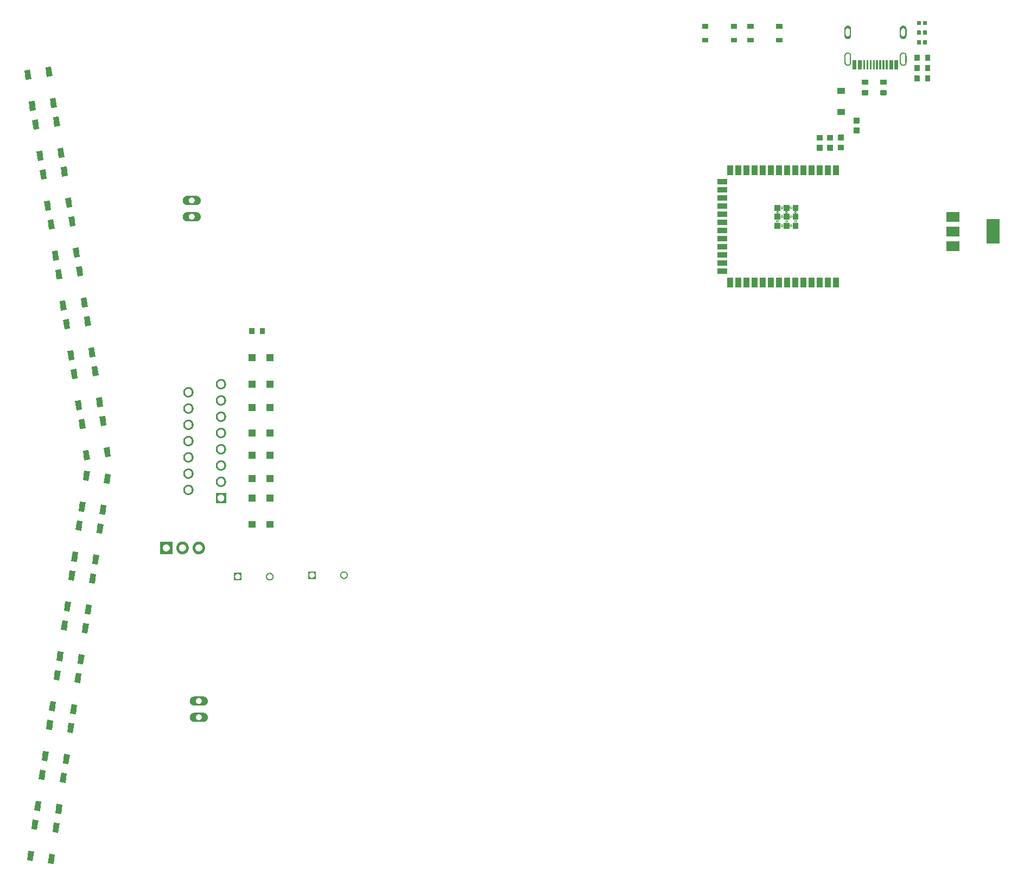
<source format=gbr>
%TF.GenerationSoftware,Flux,Pcbnew,7.0.11-7.0.11~ubuntu20.04.1*%
%TF.CreationDate,2024-08-17T07:39:32+00:00*%
%TF.ProjectId,input,696e7075-742e-46b6-9963-61645f706362,rev?*%
%TF.SameCoordinates,Original*%
%TF.FileFunction,Soldermask,Top*%
%TF.FilePolarity,Negative*%
%FSLAX46Y46*%
G04 Gerber Fmt 4.6, Leading zero omitted, Abs format (unit mm)*
G04 Filename: pcbrobot*
G04 Build it with Flux! Visit our site at: https://www.flux.ai (PCBNEW 7.0.11-7.0.11~ubuntu20.04.1) date 2024-08-17 07:39:32*
%MOMM*%
%LPD*%
G01*
G04 APERTURE LIST*
G04 APERTURE END LIST*
%TO.C,*%
G36*
X125719697Y-4176194D02*
G01*
X124719697Y-4176194D01*
X124719697Y-3476194D01*
X125719697Y-3476194D01*
X125719697Y-4176194D01*
G37*
G36*
X130219703Y-2026206D02*
G01*
X129219703Y-2026206D01*
X129219703Y-1326206D01*
X130219703Y-1326206D01*
X130219703Y-2026206D01*
G37*
G36*
X130219697Y-4176206D02*
G01*
X129219697Y-4176206D01*
X129219697Y-3476206D01*
X130219697Y-3476206D01*
X130219697Y-4176206D01*
G37*
G36*
X125719703Y-2026194D02*
G01*
X124719703Y-2026194D01*
X124719703Y-1326194D01*
X125719703Y-1326194D01*
X125719703Y-2026194D01*
G37*
G36*
X19013062Y-115389423D02*
G01*
X18804302Y-116874825D01*
X17913061Y-116749569D01*
X18121820Y-115264167D01*
X19013062Y-115389423D01*
G37*
G36*
X15745178Y-114930143D02*
G01*
X15536419Y-116415545D01*
X14645177Y-116290289D01*
X14853937Y-114804887D01*
X15745178Y-114930143D01*
G37*
G36*
X16427139Y-110077831D02*
G01*
X16218380Y-111563233D01*
X15327138Y-111437977D01*
X15535898Y-109952575D01*
X16427139Y-110077831D01*
G37*
G36*
X19695023Y-110537111D02*
G01*
X19486263Y-112022513D01*
X18595022Y-111897257D01*
X18803781Y-110411855D01*
X19695023Y-110537111D01*
G37*
G36*
X153183257Y-6074552D02*
G01*
X153187893Y-6075009D01*
X153192490Y-6075768D01*
X153197028Y-6076826D01*
X153201486Y-6078179D01*
X153205847Y-6079820D01*
X153210091Y-6081743D01*
X153214200Y-6083939D01*
X153218157Y-6086399D01*
X153221944Y-6089113D01*
X153225545Y-6092069D01*
X153228946Y-6095254D01*
X153232131Y-6098655D01*
X153235087Y-6102256D01*
X153237801Y-6106043D01*
X153240261Y-6110000D01*
X153242457Y-6114109D01*
X153244380Y-6118353D01*
X153246021Y-6122714D01*
X153247374Y-6127172D01*
X153248432Y-6131710D01*
X153249191Y-6136307D01*
X153249648Y-6140943D01*
X153249800Y-6145600D01*
X153249800Y-6953200D01*
X153249648Y-6957857D01*
X153249191Y-6962493D01*
X153248432Y-6967090D01*
X153247374Y-6971628D01*
X153246021Y-6976086D01*
X153244380Y-6980447D01*
X153242457Y-6984691D01*
X153240261Y-6988800D01*
X153237801Y-6992757D01*
X153235087Y-6996544D01*
X153232131Y-7000145D01*
X153228946Y-7003546D01*
X153225545Y-7006731D01*
X153221944Y-7009687D01*
X153218157Y-7012401D01*
X153214200Y-7014861D01*
X153210091Y-7017057D01*
X153205847Y-7018980D01*
X153201486Y-7020621D01*
X153197028Y-7021974D01*
X153192490Y-7023032D01*
X153187893Y-7023791D01*
X153183257Y-7024248D01*
X153178600Y-7024400D01*
X152521000Y-7024400D01*
X152516343Y-7024248D01*
X152511707Y-7023791D01*
X152507110Y-7023032D01*
X152502572Y-7021974D01*
X152498114Y-7020621D01*
X152493753Y-7018980D01*
X152489509Y-7017057D01*
X152485400Y-7014861D01*
X152481443Y-7012401D01*
X152477656Y-7009687D01*
X152474055Y-7006731D01*
X152470654Y-7003546D01*
X152467469Y-7000145D01*
X152464513Y-6996544D01*
X152461799Y-6992757D01*
X152459339Y-6988800D01*
X152457143Y-6984691D01*
X152455220Y-6980447D01*
X152453579Y-6976086D01*
X152452226Y-6971628D01*
X152451168Y-6967090D01*
X152450409Y-6962493D01*
X152449952Y-6957857D01*
X152449800Y-6953200D01*
X152449800Y-6145600D01*
X152449952Y-6140943D01*
X152450409Y-6136307D01*
X152451168Y-6131710D01*
X152452226Y-6127172D01*
X152453579Y-6122714D01*
X152455220Y-6118353D01*
X152457143Y-6114109D01*
X152459339Y-6110000D01*
X152461799Y-6106043D01*
X152464513Y-6102256D01*
X152467469Y-6098655D01*
X152470654Y-6095254D01*
X152474055Y-6092069D01*
X152477656Y-6089113D01*
X152481443Y-6086399D01*
X152485400Y-6083939D01*
X152489509Y-6081743D01*
X152493753Y-6079820D01*
X152498114Y-6078179D01*
X152502572Y-6076826D01*
X152507110Y-6075768D01*
X152511707Y-6075009D01*
X152516343Y-6074552D01*
X152521000Y-6074400D01*
X153178600Y-6074400D01*
X153183257Y-6074552D01*
G37*
G36*
X151533257Y-6074552D02*
G01*
X151537893Y-6075009D01*
X151542490Y-6075768D01*
X151547028Y-6076826D01*
X151551486Y-6078179D01*
X151555847Y-6079820D01*
X151560091Y-6081743D01*
X151564200Y-6083939D01*
X151568157Y-6086399D01*
X151571944Y-6089113D01*
X151575545Y-6092069D01*
X151578946Y-6095254D01*
X151582131Y-6098655D01*
X151585087Y-6102256D01*
X151587801Y-6106043D01*
X151590261Y-6110000D01*
X151592457Y-6114109D01*
X151594380Y-6118353D01*
X151596021Y-6122714D01*
X151597374Y-6127172D01*
X151598432Y-6131710D01*
X151599191Y-6136307D01*
X151599648Y-6140943D01*
X151599800Y-6145600D01*
X151599800Y-6953200D01*
X151599648Y-6957857D01*
X151599191Y-6962493D01*
X151598432Y-6967090D01*
X151597374Y-6971628D01*
X151596021Y-6976086D01*
X151594380Y-6980447D01*
X151592457Y-6984691D01*
X151590261Y-6988800D01*
X151587801Y-6992757D01*
X151585087Y-6996544D01*
X151582131Y-7000145D01*
X151578946Y-7003546D01*
X151575545Y-7006731D01*
X151571944Y-7009687D01*
X151568157Y-7012401D01*
X151564200Y-7014861D01*
X151560091Y-7017057D01*
X151555847Y-7018980D01*
X151551486Y-7020621D01*
X151547028Y-7021974D01*
X151542490Y-7023032D01*
X151537893Y-7023791D01*
X151533257Y-7024248D01*
X151528600Y-7024400D01*
X150871000Y-7024400D01*
X150866343Y-7024248D01*
X150861707Y-7023791D01*
X150857110Y-7023032D01*
X150852572Y-7021974D01*
X150848114Y-7020621D01*
X150843753Y-7018980D01*
X150839509Y-7017057D01*
X150835400Y-7014861D01*
X150831443Y-7012401D01*
X150827656Y-7009687D01*
X150824055Y-7006731D01*
X150820654Y-7003546D01*
X150817469Y-7000145D01*
X150814513Y-6996544D01*
X150811799Y-6992757D01*
X150809339Y-6988800D01*
X150807143Y-6984691D01*
X150805220Y-6980447D01*
X150803579Y-6976086D01*
X150802226Y-6971628D01*
X150801168Y-6967090D01*
X150800409Y-6962493D01*
X150799952Y-6957857D01*
X150799800Y-6953200D01*
X150799800Y-6145600D01*
X150799952Y-6140943D01*
X150800409Y-6136307D01*
X150801168Y-6131710D01*
X150802226Y-6127172D01*
X150803579Y-6122714D01*
X150805220Y-6118353D01*
X150807143Y-6114109D01*
X150809339Y-6110000D01*
X150811799Y-6106043D01*
X150814513Y-6102256D01*
X150817469Y-6098655D01*
X150820654Y-6095254D01*
X150824055Y-6092069D01*
X150827656Y-6089113D01*
X150831443Y-6086399D01*
X150835400Y-6083939D01*
X150839509Y-6081743D01*
X150843753Y-6079820D01*
X150848114Y-6078179D01*
X150852572Y-6076826D01*
X150857110Y-6075768D01*
X150861707Y-6075009D01*
X150866343Y-6074552D01*
X150871000Y-6074400D01*
X151528600Y-6074400D01*
X151533257Y-6074552D01*
G37*
G36*
X139741556Y-18597952D02*
G01*
X139746193Y-18598409D01*
X139750790Y-18599168D01*
X139755327Y-18600226D01*
X139759786Y-18601579D01*
X139764146Y-18603220D01*
X139768390Y-18605143D01*
X139772499Y-18607339D01*
X139776456Y-18609799D01*
X139780243Y-18612513D01*
X139783845Y-18615469D01*
X139787245Y-18618654D01*
X139790430Y-18622055D01*
X139793386Y-18625656D01*
X139796100Y-18629443D01*
X139798560Y-18633400D01*
X139800757Y-18637509D01*
X139802679Y-18641753D01*
X139804321Y-18646114D01*
X139805673Y-18650572D01*
X139806731Y-18655110D01*
X139807490Y-18659707D01*
X139807947Y-18664343D01*
X139808099Y-18669000D01*
X139808099Y-19426600D01*
X139807947Y-19431257D01*
X139807490Y-19435893D01*
X139806731Y-19440490D01*
X139805673Y-19445028D01*
X139804321Y-19449486D01*
X139802679Y-19453847D01*
X139800757Y-19458091D01*
X139798560Y-19462200D01*
X139796100Y-19466157D01*
X139793386Y-19469944D01*
X139790430Y-19473545D01*
X139787245Y-19476946D01*
X139783845Y-19480131D01*
X139780243Y-19483087D01*
X139776456Y-19485801D01*
X139772499Y-19488261D01*
X139768390Y-19490457D01*
X139764146Y-19492380D01*
X139759786Y-19494021D01*
X139755327Y-19495374D01*
X139750790Y-19496432D01*
X139746193Y-19497191D01*
X139741556Y-19497648D01*
X139736899Y-19497800D01*
X138929299Y-19497800D01*
X138924643Y-19497648D01*
X138920006Y-19497191D01*
X138915409Y-19496432D01*
X138910871Y-19495374D01*
X138906413Y-19494021D01*
X138902052Y-19492380D01*
X138897808Y-19490457D01*
X138893699Y-19488261D01*
X138889743Y-19485801D01*
X138885955Y-19483087D01*
X138882354Y-19480131D01*
X138878953Y-19476946D01*
X138875768Y-19473545D01*
X138872812Y-19469944D01*
X138870099Y-19466157D01*
X138867638Y-19462200D01*
X138865442Y-19458091D01*
X138863519Y-19453847D01*
X138861878Y-19449486D01*
X138860525Y-19445028D01*
X138859467Y-19440490D01*
X138858708Y-19435893D01*
X138858252Y-19431257D01*
X138858099Y-19426600D01*
X138858099Y-18669000D01*
X138858252Y-18664343D01*
X138858708Y-18659707D01*
X138859467Y-18655110D01*
X138860525Y-18650572D01*
X138861878Y-18646114D01*
X138863519Y-18641753D01*
X138865442Y-18637509D01*
X138867638Y-18633400D01*
X138870099Y-18629443D01*
X138872812Y-18625656D01*
X138875768Y-18622055D01*
X138878953Y-18618654D01*
X138882354Y-18615469D01*
X138885955Y-18612513D01*
X138889743Y-18609799D01*
X138893699Y-18607339D01*
X138897808Y-18605143D01*
X138902052Y-18603220D01*
X138906413Y-18601579D01*
X138910871Y-18600226D01*
X138915409Y-18599168D01*
X138920006Y-18598409D01*
X138924643Y-18597952D01*
X138929299Y-18597800D01*
X139736899Y-18597800D01*
X139741556Y-18597952D01*
G37*
G36*
X139741557Y-20147952D02*
G01*
X139746194Y-20148409D01*
X139750791Y-20149168D01*
X139755329Y-20150226D01*
X139759787Y-20151579D01*
X139764148Y-20153220D01*
X139768392Y-20155143D01*
X139772501Y-20157339D01*
X139776457Y-20159799D01*
X139780245Y-20162513D01*
X139783846Y-20165469D01*
X139787247Y-20168654D01*
X139790432Y-20172055D01*
X139793388Y-20175656D01*
X139796101Y-20179443D01*
X139798562Y-20183400D01*
X139800758Y-20187509D01*
X139802681Y-20191753D01*
X139804322Y-20196114D01*
X139805675Y-20200572D01*
X139806733Y-20205110D01*
X139807492Y-20209707D01*
X139807948Y-20214343D01*
X139808101Y-20219000D01*
X139808101Y-20976600D01*
X139807948Y-20981257D01*
X139807492Y-20985893D01*
X139806733Y-20990490D01*
X139805675Y-20995028D01*
X139804322Y-20999486D01*
X139802681Y-21003847D01*
X139800758Y-21008091D01*
X139798562Y-21012200D01*
X139796101Y-21016157D01*
X139793388Y-21019944D01*
X139790432Y-21023545D01*
X139787247Y-21026946D01*
X139783846Y-21030131D01*
X139780245Y-21033087D01*
X139776457Y-21035801D01*
X139772501Y-21038261D01*
X139768392Y-21040457D01*
X139764148Y-21042380D01*
X139759787Y-21044021D01*
X139755329Y-21045374D01*
X139750791Y-21046432D01*
X139746194Y-21047191D01*
X139741557Y-21047648D01*
X139736901Y-21047800D01*
X138929301Y-21047800D01*
X138924644Y-21047648D01*
X138920007Y-21047191D01*
X138915410Y-21046432D01*
X138910873Y-21045374D01*
X138906414Y-21044021D01*
X138902054Y-21042380D01*
X138897810Y-21040457D01*
X138893701Y-21038261D01*
X138889744Y-21035801D01*
X138885957Y-21033087D01*
X138882355Y-21030131D01*
X138878955Y-21026946D01*
X138875770Y-21023545D01*
X138872814Y-21019944D01*
X138870100Y-21016157D01*
X138867640Y-21012200D01*
X138865443Y-21008091D01*
X138863521Y-21003847D01*
X138861879Y-20999486D01*
X138860527Y-20995028D01*
X138859469Y-20990490D01*
X138858710Y-20985893D01*
X138858253Y-20981257D01*
X138858101Y-20976600D01*
X138858101Y-20219000D01*
X138858253Y-20214343D01*
X138858710Y-20209707D01*
X138859469Y-20205110D01*
X138860527Y-20200572D01*
X138861879Y-20196114D01*
X138863521Y-20191753D01*
X138865443Y-20187509D01*
X138867640Y-20183400D01*
X138870100Y-20179443D01*
X138872814Y-20175656D01*
X138875770Y-20172055D01*
X138878955Y-20168654D01*
X138882355Y-20165469D01*
X138885957Y-20162513D01*
X138889744Y-20159799D01*
X138893701Y-20157339D01*
X138897810Y-20155143D01*
X138902054Y-20153220D01*
X138906414Y-20151579D01*
X138910873Y-20150226D01*
X138915410Y-20149168D01*
X138920007Y-20148409D01*
X138924644Y-20147952D01*
X138929301Y-20147800D01*
X139736901Y-20147800D01*
X139741557Y-20147952D01*
G37*
G36*
X138058956Y-18611752D02*
G01*
X138063593Y-18612209D01*
X138068190Y-18612968D01*
X138072727Y-18614026D01*
X138077186Y-18615379D01*
X138081546Y-18617020D01*
X138085790Y-18618943D01*
X138089899Y-18621139D01*
X138093856Y-18623599D01*
X138097643Y-18626313D01*
X138101245Y-18629269D01*
X138104645Y-18632454D01*
X138107830Y-18635855D01*
X138110786Y-18639456D01*
X138113500Y-18643243D01*
X138115960Y-18647200D01*
X138118157Y-18651309D01*
X138120079Y-18655553D01*
X138121721Y-18659914D01*
X138123073Y-18664372D01*
X138124131Y-18668910D01*
X138124890Y-18673507D01*
X138125347Y-18678143D01*
X138125499Y-18682800D01*
X138125499Y-19440400D01*
X138125347Y-19445057D01*
X138124890Y-19449693D01*
X138124131Y-19454290D01*
X138123073Y-19458828D01*
X138121721Y-19463286D01*
X138120079Y-19467647D01*
X138118157Y-19471891D01*
X138115960Y-19476000D01*
X138113500Y-19479957D01*
X138110786Y-19483744D01*
X138107830Y-19487345D01*
X138104645Y-19490746D01*
X138101245Y-19493931D01*
X138097643Y-19496887D01*
X138093856Y-19499601D01*
X138089899Y-19502061D01*
X138085790Y-19504257D01*
X138081546Y-19506180D01*
X138077186Y-19507821D01*
X138072727Y-19509174D01*
X138068190Y-19510232D01*
X138063593Y-19510991D01*
X138058956Y-19511448D01*
X138054299Y-19511600D01*
X137246699Y-19511600D01*
X137242043Y-19511448D01*
X137237406Y-19510991D01*
X137232809Y-19510232D01*
X137228271Y-19509174D01*
X137223813Y-19507821D01*
X137219452Y-19506180D01*
X137215208Y-19504257D01*
X137211099Y-19502061D01*
X137207143Y-19499601D01*
X137203355Y-19496887D01*
X137199754Y-19493931D01*
X137196353Y-19490746D01*
X137193168Y-19487345D01*
X137190212Y-19483744D01*
X137187499Y-19479957D01*
X137185038Y-19476000D01*
X137182842Y-19471891D01*
X137180919Y-19467647D01*
X137179278Y-19463286D01*
X137177925Y-19458828D01*
X137176867Y-19454290D01*
X137176108Y-19449693D01*
X137175652Y-19445057D01*
X137175499Y-19440400D01*
X137175499Y-18682800D01*
X137175652Y-18678143D01*
X137176108Y-18673507D01*
X137176867Y-18668910D01*
X137177925Y-18664372D01*
X137179278Y-18659914D01*
X137180919Y-18655553D01*
X137182842Y-18651309D01*
X137185038Y-18647200D01*
X137187499Y-18643243D01*
X137190212Y-18639456D01*
X137193168Y-18635855D01*
X137196353Y-18632454D01*
X137199754Y-18629269D01*
X137203355Y-18626313D01*
X137207143Y-18623599D01*
X137211099Y-18621139D01*
X137215208Y-18618943D01*
X137219452Y-18617020D01*
X137223813Y-18615379D01*
X137228271Y-18614026D01*
X137232809Y-18612968D01*
X137237406Y-18612209D01*
X137242043Y-18611752D01*
X137246699Y-18611600D01*
X138054299Y-18611600D01*
X138058956Y-18611752D01*
G37*
G36*
X138058957Y-20161752D02*
G01*
X138063594Y-20162209D01*
X138068191Y-20162968D01*
X138072729Y-20164026D01*
X138077187Y-20165379D01*
X138081548Y-20167020D01*
X138085792Y-20168943D01*
X138089901Y-20171139D01*
X138093857Y-20173599D01*
X138097645Y-20176313D01*
X138101246Y-20179269D01*
X138104647Y-20182454D01*
X138107832Y-20185855D01*
X138110788Y-20189456D01*
X138113501Y-20193243D01*
X138115962Y-20197200D01*
X138118158Y-20201309D01*
X138120081Y-20205553D01*
X138121722Y-20209914D01*
X138123075Y-20214372D01*
X138124133Y-20218910D01*
X138124892Y-20223507D01*
X138125348Y-20228143D01*
X138125501Y-20232800D01*
X138125501Y-20990400D01*
X138125348Y-20995057D01*
X138124892Y-20999693D01*
X138124133Y-21004290D01*
X138123075Y-21008828D01*
X138121722Y-21013286D01*
X138120081Y-21017647D01*
X138118158Y-21021891D01*
X138115962Y-21026000D01*
X138113501Y-21029957D01*
X138110788Y-21033744D01*
X138107832Y-21037345D01*
X138104647Y-21040746D01*
X138101246Y-21043931D01*
X138097645Y-21046887D01*
X138093857Y-21049601D01*
X138089901Y-21052061D01*
X138085792Y-21054257D01*
X138081548Y-21056180D01*
X138077187Y-21057821D01*
X138072729Y-21059174D01*
X138068191Y-21060232D01*
X138063594Y-21060991D01*
X138058957Y-21061448D01*
X138054301Y-21061600D01*
X137246701Y-21061600D01*
X137242044Y-21061448D01*
X137237407Y-21060991D01*
X137232810Y-21060232D01*
X137228273Y-21059174D01*
X137223814Y-21057821D01*
X137219454Y-21056180D01*
X137215210Y-21054257D01*
X137211101Y-21052061D01*
X137207144Y-21049601D01*
X137203357Y-21046887D01*
X137199755Y-21043931D01*
X137196355Y-21040746D01*
X137193170Y-21037345D01*
X137190214Y-21033744D01*
X137187500Y-21029957D01*
X137185040Y-21026000D01*
X137182843Y-21021891D01*
X137180921Y-21017647D01*
X137179279Y-21013286D01*
X137177927Y-21008828D01*
X137176869Y-21004290D01*
X137176110Y-20999693D01*
X137175653Y-20995057D01*
X137175501Y-20990400D01*
X137175501Y-20232800D01*
X137175653Y-20228143D01*
X137176110Y-20223507D01*
X137176869Y-20218910D01*
X137177927Y-20214372D01*
X137179279Y-20209914D01*
X137180921Y-20205553D01*
X137182843Y-20201309D01*
X137185040Y-20197200D01*
X137187500Y-20193243D01*
X137190214Y-20189456D01*
X137193170Y-20185855D01*
X137196355Y-20182454D01*
X137199755Y-20179269D01*
X137203357Y-20176313D01*
X137207144Y-20173599D01*
X137211101Y-20171139D01*
X137215210Y-20168943D01*
X137219454Y-20167020D01*
X137223814Y-20165379D01*
X137228273Y-20164026D01*
X137232810Y-20162968D01*
X137237407Y-20162209D01*
X137242044Y-20161752D01*
X137246701Y-20161600D01*
X138054301Y-20161600D01*
X138058957Y-20161752D01*
G37*
G36*
X45831600Y-86992100D02*
G01*
X45831600Y-88192100D01*
X44631600Y-88192100D01*
X44631600Y-87602530D01*
X44806728Y-87602530D01*
X44807752Y-87623365D01*
X44809796Y-87644125D01*
X44812857Y-87664759D01*
X44816927Y-87685218D01*
X44821995Y-87705453D01*
X44828051Y-87725415D01*
X44835078Y-87745055D01*
X44843061Y-87764328D01*
X44851980Y-87783185D01*
X44861813Y-87801582D01*
X44872537Y-87819474D01*
X44884126Y-87836818D01*
X44896553Y-87853573D01*
X44909786Y-87869698D01*
X44923795Y-87885155D01*
X44938545Y-87899905D01*
X44954002Y-87913914D01*
X44970127Y-87927147D01*
X44986882Y-87939574D01*
X45004226Y-87951163D01*
X45022118Y-87961887D01*
X45040515Y-87971720D01*
X45059372Y-87980639D01*
X45078645Y-87988622D01*
X45098285Y-87995649D01*
X45118247Y-88001705D01*
X45138482Y-88006773D01*
X45158941Y-88010843D01*
X45179575Y-88013904D01*
X45200335Y-88015948D01*
X45221170Y-88016972D01*
X45242030Y-88016972D01*
X45262865Y-88015948D01*
X45283625Y-88013904D01*
X45304259Y-88010843D01*
X45324718Y-88006773D01*
X45344953Y-88001705D01*
X45364915Y-87995649D01*
X45384555Y-87988622D01*
X45403828Y-87980639D01*
X45422685Y-87971720D01*
X45441082Y-87961887D01*
X45458974Y-87951163D01*
X45476318Y-87939574D01*
X45493073Y-87927147D01*
X45509198Y-87913914D01*
X45524655Y-87899905D01*
X45539405Y-87885155D01*
X45553414Y-87869698D01*
X45566647Y-87853573D01*
X45579074Y-87836818D01*
X45590663Y-87819474D01*
X45601387Y-87801582D01*
X45611220Y-87783185D01*
X45620139Y-87764328D01*
X45628122Y-87745055D01*
X45635149Y-87725415D01*
X45641205Y-87705453D01*
X45646273Y-87685218D01*
X45650343Y-87664759D01*
X45653404Y-87644125D01*
X45655448Y-87623365D01*
X45656472Y-87602530D01*
X45656472Y-87581670D01*
X45655448Y-87560835D01*
X45653404Y-87540075D01*
X45650343Y-87519441D01*
X45646273Y-87498982D01*
X45641205Y-87478747D01*
X45635149Y-87458785D01*
X45628122Y-87439145D01*
X45620139Y-87419872D01*
X45611220Y-87401015D01*
X45601387Y-87382618D01*
X45590663Y-87364726D01*
X45579074Y-87347382D01*
X45566647Y-87330627D01*
X45553414Y-87314502D01*
X45539405Y-87299045D01*
X45524655Y-87284295D01*
X45509198Y-87270286D01*
X45493073Y-87257053D01*
X45476318Y-87244626D01*
X45458974Y-87233037D01*
X45441082Y-87222313D01*
X45422685Y-87212480D01*
X45403828Y-87203561D01*
X45384555Y-87195578D01*
X45364915Y-87188551D01*
X45344953Y-87182495D01*
X45324718Y-87177427D01*
X45304259Y-87173357D01*
X45283625Y-87170296D01*
X45262865Y-87168252D01*
X45242030Y-87167228D01*
X45221170Y-87167228D01*
X45200335Y-87168252D01*
X45179575Y-87170296D01*
X45158941Y-87173357D01*
X45138482Y-87177427D01*
X45118247Y-87182495D01*
X45098285Y-87188551D01*
X45078645Y-87195578D01*
X45059372Y-87203561D01*
X45040515Y-87212480D01*
X45022118Y-87222313D01*
X45004226Y-87233037D01*
X44986882Y-87244626D01*
X44970127Y-87257053D01*
X44954002Y-87270286D01*
X44938545Y-87284295D01*
X44923795Y-87299045D01*
X44909786Y-87314502D01*
X44896553Y-87330627D01*
X44884126Y-87347382D01*
X44872537Y-87364726D01*
X44861813Y-87382618D01*
X44851980Y-87401015D01*
X44843061Y-87419872D01*
X44835078Y-87439145D01*
X44828051Y-87458785D01*
X44821995Y-87478747D01*
X44816927Y-87498982D01*
X44812857Y-87519441D01*
X44809796Y-87540075D01*
X44807752Y-87560835D01*
X44806728Y-87581670D01*
X44806728Y-87602530D01*
X44631600Y-87602530D01*
X44631600Y-86992100D01*
X45831600Y-86992100D01*
G37*
G36*
X50275739Y-86993726D02*
G01*
X50305046Y-86996612D01*
X50334177Y-87000933D01*
X50363061Y-87006679D01*
X50391628Y-87013834D01*
X50419809Y-87022383D01*
X50447537Y-87032304D01*
X50474745Y-87043574D01*
X50501367Y-87056165D01*
X50527339Y-87070048D01*
X50552599Y-87085188D01*
X50577085Y-87101549D01*
X50600739Y-87119092D01*
X50623504Y-87137775D01*
X50645324Y-87157552D01*
X50666148Y-87178376D01*
X50685925Y-87200196D01*
X50704608Y-87222961D01*
X50722151Y-87246615D01*
X50738512Y-87271101D01*
X50753652Y-87296361D01*
X50767535Y-87322333D01*
X50780126Y-87348955D01*
X50791396Y-87376163D01*
X50801317Y-87403891D01*
X50809866Y-87432072D01*
X50817021Y-87460639D01*
X50822767Y-87489523D01*
X50827088Y-87518654D01*
X50829974Y-87547961D01*
X50831419Y-87577375D01*
X50831419Y-87606825D01*
X50829974Y-87636239D01*
X50827088Y-87665546D01*
X50822767Y-87694677D01*
X50817021Y-87723561D01*
X50809866Y-87752128D01*
X50801317Y-87780309D01*
X50791396Y-87808037D01*
X50780126Y-87835245D01*
X50767535Y-87861867D01*
X50753652Y-87887839D01*
X50738512Y-87913099D01*
X50722151Y-87937585D01*
X50704608Y-87961239D01*
X50685925Y-87984004D01*
X50666148Y-88005824D01*
X50645324Y-88026648D01*
X50623504Y-88046425D01*
X50600739Y-88065108D01*
X50577085Y-88082651D01*
X50552599Y-88099012D01*
X50527339Y-88114152D01*
X50501367Y-88128035D01*
X50474745Y-88140626D01*
X50447537Y-88151896D01*
X50419809Y-88161817D01*
X50391628Y-88170366D01*
X50363061Y-88177521D01*
X50334177Y-88183267D01*
X50305046Y-88187588D01*
X50275739Y-88190474D01*
X50246325Y-88191919D01*
X50216875Y-88191919D01*
X50187461Y-88190474D01*
X50158154Y-88187588D01*
X50129023Y-88183267D01*
X50100139Y-88177521D01*
X50071572Y-88170366D01*
X50043391Y-88161817D01*
X50015663Y-88151896D01*
X49988455Y-88140626D01*
X49961833Y-88128035D01*
X49935861Y-88114152D01*
X49910601Y-88099012D01*
X49886115Y-88082651D01*
X49862461Y-88065108D01*
X49839696Y-88046425D01*
X49817876Y-88026648D01*
X49797052Y-88005824D01*
X49777275Y-87984004D01*
X49758592Y-87961239D01*
X49741049Y-87937585D01*
X49724688Y-87913099D01*
X49709548Y-87887839D01*
X49695665Y-87861867D01*
X49683074Y-87835245D01*
X49671804Y-87808037D01*
X49661883Y-87780309D01*
X49653334Y-87752128D01*
X49646179Y-87723561D01*
X49640433Y-87694677D01*
X49636112Y-87665546D01*
X49633226Y-87636239D01*
X49631781Y-87606825D01*
X49631781Y-87602530D01*
X49806728Y-87602530D01*
X49807752Y-87623365D01*
X49809796Y-87644125D01*
X49812857Y-87664759D01*
X49816927Y-87685218D01*
X49821995Y-87705453D01*
X49828051Y-87725415D01*
X49835078Y-87745055D01*
X49843061Y-87764328D01*
X49851980Y-87783185D01*
X49861813Y-87801582D01*
X49872537Y-87819474D01*
X49884126Y-87836818D01*
X49896553Y-87853573D01*
X49909786Y-87869698D01*
X49923795Y-87885155D01*
X49938545Y-87899905D01*
X49954002Y-87913914D01*
X49970127Y-87927147D01*
X49986882Y-87939574D01*
X50004226Y-87951163D01*
X50022118Y-87961887D01*
X50040515Y-87971720D01*
X50059372Y-87980639D01*
X50078645Y-87988622D01*
X50098285Y-87995649D01*
X50118247Y-88001705D01*
X50138482Y-88006773D01*
X50158941Y-88010843D01*
X50179575Y-88013904D01*
X50200335Y-88015948D01*
X50221170Y-88016972D01*
X50242030Y-88016972D01*
X50262865Y-88015948D01*
X50283625Y-88013904D01*
X50304259Y-88010843D01*
X50324718Y-88006773D01*
X50344953Y-88001705D01*
X50364915Y-87995649D01*
X50384555Y-87988622D01*
X50403828Y-87980639D01*
X50422685Y-87971720D01*
X50441082Y-87961887D01*
X50458974Y-87951163D01*
X50476318Y-87939574D01*
X50493073Y-87927147D01*
X50509198Y-87913914D01*
X50524655Y-87899905D01*
X50539405Y-87885155D01*
X50553414Y-87869698D01*
X50566647Y-87853573D01*
X50579074Y-87836818D01*
X50590663Y-87819474D01*
X50601387Y-87801582D01*
X50611220Y-87783185D01*
X50620139Y-87764328D01*
X50628122Y-87745055D01*
X50635149Y-87725415D01*
X50641205Y-87705453D01*
X50646273Y-87685218D01*
X50650343Y-87664759D01*
X50653404Y-87644125D01*
X50655448Y-87623365D01*
X50656472Y-87602530D01*
X50656472Y-87581670D01*
X50655448Y-87560835D01*
X50653404Y-87540075D01*
X50650343Y-87519441D01*
X50646273Y-87498982D01*
X50641205Y-87478747D01*
X50635149Y-87458785D01*
X50628122Y-87439145D01*
X50620139Y-87419872D01*
X50611220Y-87401015D01*
X50601387Y-87382618D01*
X50590663Y-87364726D01*
X50579074Y-87347382D01*
X50566647Y-87330627D01*
X50553414Y-87314502D01*
X50539405Y-87299045D01*
X50524655Y-87284295D01*
X50509198Y-87270286D01*
X50493073Y-87257053D01*
X50476318Y-87244626D01*
X50458974Y-87233037D01*
X50441082Y-87222313D01*
X50422685Y-87212480D01*
X50403828Y-87203561D01*
X50384555Y-87195578D01*
X50364915Y-87188551D01*
X50344953Y-87182495D01*
X50324718Y-87177427D01*
X50304259Y-87173357D01*
X50283625Y-87170296D01*
X50262865Y-87168252D01*
X50242030Y-87167228D01*
X50221170Y-87167228D01*
X50200335Y-87168252D01*
X50179575Y-87170296D01*
X50158941Y-87173357D01*
X50138482Y-87177427D01*
X50118247Y-87182495D01*
X50098285Y-87188551D01*
X50078645Y-87195578D01*
X50059372Y-87203561D01*
X50040515Y-87212480D01*
X50022118Y-87222313D01*
X50004226Y-87233037D01*
X49986882Y-87244626D01*
X49970127Y-87257053D01*
X49954002Y-87270286D01*
X49938545Y-87284295D01*
X49923795Y-87299045D01*
X49909786Y-87314502D01*
X49896553Y-87330627D01*
X49884126Y-87347382D01*
X49872537Y-87364726D01*
X49861813Y-87382618D01*
X49851980Y-87401015D01*
X49843061Y-87419872D01*
X49835078Y-87439145D01*
X49828051Y-87458785D01*
X49821995Y-87478747D01*
X49816927Y-87498982D01*
X49812857Y-87519441D01*
X49809796Y-87540075D01*
X49807752Y-87560835D01*
X49806728Y-87581670D01*
X49806728Y-87602530D01*
X49631781Y-87602530D01*
X49631781Y-87577375D01*
X49633226Y-87547961D01*
X49636112Y-87518654D01*
X49640433Y-87489523D01*
X49646179Y-87460639D01*
X49653334Y-87432072D01*
X49661883Y-87403891D01*
X49671804Y-87376163D01*
X49683074Y-87348955D01*
X49695665Y-87322333D01*
X49709548Y-87296361D01*
X49724688Y-87271101D01*
X49741049Y-87246615D01*
X49758592Y-87222961D01*
X49777275Y-87200196D01*
X49797052Y-87178376D01*
X49817876Y-87157552D01*
X49839696Y-87137775D01*
X49862461Y-87119092D01*
X49886115Y-87101549D01*
X49910601Y-87085188D01*
X49935861Y-87070048D01*
X49961833Y-87056165D01*
X49988455Y-87043574D01*
X50015663Y-87032304D01*
X50043391Y-87022383D01*
X50071572Y-87013834D01*
X50100139Y-87006679D01*
X50129023Y-87000933D01*
X50158154Y-86996612D01*
X50187461Y-86993726D01*
X50216875Y-86992281D01*
X50246325Y-86992281D01*
X50275739Y-86993726D01*
G37*
G36*
X22450662Y-92033523D02*
G01*
X22241902Y-93518925D01*
X21350661Y-93393669D01*
X21559420Y-91908267D01*
X22450662Y-92033523D01*
G37*
G36*
X19182778Y-91574243D02*
G01*
X18974019Y-93059645D01*
X18082777Y-92934389D01*
X18291537Y-91448987D01*
X19182778Y-91574243D01*
G37*
G36*
X19864739Y-86721931D02*
G01*
X19655980Y-88207333D01*
X18764738Y-88082077D01*
X18973498Y-86596675D01*
X19864739Y-86721931D01*
G37*
G36*
X23132623Y-87181211D02*
G01*
X22923863Y-88666613D01*
X22032622Y-88541357D01*
X22241381Y-87055955D01*
X23132623Y-87181211D01*
G37*
G36*
X50781600Y-69158000D02*
G01*
X49681600Y-69158000D01*
X49681600Y-68058000D01*
X50781600Y-68058000D01*
X50781600Y-69158000D01*
G37*
G36*
X47981600Y-69158000D02*
G01*
X46881600Y-69158000D01*
X46881600Y-68058000D01*
X47981600Y-68058000D01*
X47981600Y-69158000D01*
G37*
G36*
X139933194Y-12199200D02*
G01*
X138733194Y-12199200D01*
X138733194Y-11299200D01*
X139933194Y-11299200D01*
X139933194Y-12199200D01*
G37*
G36*
X139933206Y-15499200D02*
G01*
X138733206Y-15499200D01*
X138733206Y-14599200D01*
X139933206Y-14599200D01*
X139933206Y-15499200D01*
G37*
G36*
X42658234Y-56720395D02*
G01*
X42697800Y-56724292D01*
X42737126Y-56730125D01*
X42776119Y-56737881D01*
X42814685Y-56747541D01*
X42852729Y-56759082D01*
X42890162Y-56772476D01*
X42926893Y-56787690D01*
X42962832Y-56804688D01*
X42997895Y-56823430D01*
X43031995Y-56843869D01*
X43065052Y-56865956D01*
X43096985Y-56889639D01*
X43127717Y-56914861D01*
X43157175Y-56941560D01*
X43185287Y-56969672D01*
X43211986Y-56999130D01*
X43237208Y-57029862D01*
X43260891Y-57061795D01*
X43282979Y-57094852D01*
X43303418Y-57128952D01*
X43322159Y-57164015D01*
X43339157Y-57199955D01*
X43354371Y-57236685D01*
X43367765Y-57274118D01*
X43379306Y-57312163D01*
X43388966Y-57350728D01*
X43396722Y-57389721D01*
X43402556Y-57429047D01*
X43406452Y-57468613D01*
X43408403Y-57508322D01*
X43408403Y-57548078D01*
X43406452Y-57587787D01*
X43402556Y-57627353D01*
X43396722Y-57666679D01*
X43388966Y-57705672D01*
X43379306Y-57744237D01*
X43367765Y-57782282D01*
X43354371Y-57819715D01*
X43339157Y-57856445D01*
X43322159Y-57892385D01*
X43303418Y-57927448D01*
X43282979Y-57961548D01*
X43260891Y-57994605D01*
X43237208Y-58026538D01*
X43211986Y-58057270D01*
X43185287Y-58086728D01*
X43157175Y-58114840D01*
X43127717Y-58141539D01*
X43096985Y-58166761D01*
X43065052Y-58190444D01*
X43031995Y-58212531D01*
X42997895Y-58232970D01*
X42962832Y-58251712D01*
X42926893Y-58268710D01*
X42890162Y-58283924D01*
X42852729Y-58297318D01*
X42814685Y-58308859D01*
X42776119Y-58318519D01*
X42737126Y-58326275D01*
X42697800Y-58332108D01*
X42658234Y-58336005D01*
X42618526Y-58337956D01*
X42578769Y-58337956D01*
X42539060Y-58336005D01*
X42499495Y-58332108D01*
X42460168Y-58326275D01*
X42421175Y-58318519D01*
X42382610Y-58308859D01*
X42344565Y-58297318D01*
X42307132Y-58283924D01*
X42270402Y-58268710D01*
X42234462Y-58251712D01*
X42199400Y-58232970D01*
X42165299Y-58212531D01*
X42132243Y-58190444D01*
X42100310Y-58166761D01*
X42069577Y-58141539D01*
X42040119Y-58114840D01*
X42012007Y-58086728D01*
X41985308Y-58057270D01*
X41960087Y-58026538D01*
X41936403Y-57994605D01*
X41914316Y-57961548D01*
X41893877Y-57927448D01*
X41875135Y-57892385D01*
X41858137Y-57856445D01*
X41842923Y-57819715D01*
X41829529Y-57782282D01*
X41817989Y-57744237D01*
X41808328Y-57705672D01*
X41800572Y-57666679D01*
X41794739Y-57627353D01*
X41790842Y-57587787D01*
X41788891Y-57548078D01*
X41788891Y-57541452D01*
X42058810Y-57541452D01*
X42060110Y-57567925D01*
X42062708Y-57594302D01*
X42066597Y-57620519D01*
X42071768Y-57646515D01*
X42078208Y-57672225D01*
X42085902Y-57697588D01*
X42094831Y-57722543D01*
X42104974Y-57747030D01*
X42116306Y-57770990D01*
X42128800Y-57794365D01*
X42142426Y-57817099D01*
X42157151Y-57839136D01*
X42172940Y-57860425D01*
X42189754Y-57880913D01*
X42207554Y-57900552D01*
X42226295Y-57919293D01*
X42245934Y-57937093D01*
X42266422Y-57953907D01*
X42287711Y-57969696D01*
X42309748Y-57984421D01*
X42332482Y-57998047D01*
X42355857Y-58010541D01*
X42379817Y-58021873D01*
X42404304Y-58032016D01*
X42429259Y-58040945D01*
X42454622Y-58048639D01*
X42480333Y-58055079D01*
X42506328Y-58060250D01*
X42532545Y-58064139D01*
X42558922Y-58066737D01*
X42585395Y-58068037D01*
X42611899Y-58068037D01*
X42638372Y-58066737D01*
X42664749Y-58064139D01*
X42690967Y-58060250D01*
X42716962Y-58055079D01*
X42742672Y-58048639D01*
X42768035Y-58040945D01*
X42792991Y-58032016D01*
X42817477Y-58021873D01*
X42841437Y-58010541D01*
X42864812Y-57998047D01*
X42887546Y-57984421D01*
X42909584Y-57969696D01*
X42930872Y-57953907D01*
X42951361Y-57937093D01*
X42970999Y-57919293D01*
X42989741Y-57900552D01*
X43007540Y-57880913D01*
X43024354Y-57860425D01*
X43040143Y-57839136D01*
X43054868Y-57817099D01*
X43068494Y-57794365D01*
X43080988Y-57770990D01*
X43092320Y-57747030D01*
X43102463Y-57722543D01*
X43111392Y-57697588D01*
X43119086Y-57672225D01*
X43125526Y-57646515D01*
X43130697Y-57620519D01*
X43134586Y-57594302D01*
X43137184Y-57567925D01*
X43138485Y-57541452D01*
X43138485Y-57514948D01*
X43137184Y-57488475D01*
X43134586Y-57462098D01*
X43130697Y-57435881D01*
X43125526Y-57409885D01*
X43119086Y-57384175D01*
X43111392Y-57358812D01*
X43102463Y-57333857D01*
X43092320Y-57309370D01*
X43080988Y-57285410D01*
X43068494Y-57262035D01*
X43054868Y-57239301D01*
X43040143Y-57217264D01*
X43024354Y-57195975D01*
X43007540Y-57175487D01*
X42989741Y-57155848D01*
X42970999Y-57137107D01*
X42951361Y-57119307D01*
X42930872Y-57102493D01*
X42909584Y-57086704D01*
X42887546Y-57071979D01*
X42864812Y-57058353D01*
X42841437Y-57045859D01*
X42817477Y-57034527D01*
X42792991Y-57024384D01*
X42768035Y-57015455D01*
X42742672Y-57007761D01*
X42716962Y-57001321D01*
X42690967Y-56996150D01*
X42664749Y-56992261D01*
X42638372Y-56989663D01*
X42611899Y-56988363D01*
X42585395Y-56988363D01*
X42558922Y-56989663D01*
X42532545Y-56992261D01*
X42506328Y-56996150D01*
X42480333Y-57001321D01*
X42454622Y-57007761D01*
X42429259Y-57015455D01*
X42404304Y-57024384D01*
X42379817Y-57034527D01*
X42355857Y-57045859D01*
X42332482Y-57058353D01*
X42309748Y-57071979D01*
X42287711Y-57086704D01*
X42266422Y-57102493D01*
X42245934Y-57119307D01*
X42226295Y-57137107D01*
X42207554Y-57155848D01*
X42189754Y-57175487D01*
X42172940Y-57195975D01*
X42157151Y-57217264D01*
X42142426Y-57239301D01*
X42128800Y-57262035D01*
X42116306Y-57285410D01*
X42104974Y-57309370D01*
X42094831Y-57333857D01*
X42085902Y-57358812D01*
X42078208Y-57384175D01*
X42071768Y-57409885D01*
X42066597Y-57435881D01*
X42062708Y-57462098D01*
X42060110Y-57488475D01*
X42058810Y-57514948D01*
X42058810Y-57541452D01*
X41788891Y-57541452D01*
X41788891Y-57508322D01*
X41790842Y-57468613D01*
X41794739Y-57429047D01*
X41800572Y-57389721D01*
X41808328Y-57350728D01*
X41817989Y-57312163D01*
X41829529Y-57274118D01*
X41842923Y-57236685D01*
X41858137Y-57199955D01*
X41875135Y-57164015D01*
X41893877Y-57128952D01*
X41914316Y-57094852D01*
X41936403Y-57061795D01*
X41960087Y-57029862D01*
X41985308Y-56999130D01*
X42012007Y-56969672D01*
X42040119Y-56941560D01*
X42069577Y-56914861D01*
X42100310Y-56889639D01*
X42132243Y-56865956D01*
X42165299Y-56843869D01*
X42199400Y-56823430D01*
X42234462Y-56804688D01*
X42270402Y-56787690D01*
X42307132Y-56772476D01*
X42344565Y-56759082D01*
X42382610Y-56747541D01*
X42421175Y-56737881D01*
X42460168Y-56730125D01*
X42499495Y-56724292D01*
X42539060Y-56720395D01*
X42578769Y-56718444D01*
X42618526Y-56718444D01*
X42658234Y-56720395D01*
G37*
G36*
X42658221Y-61800395D02*
G01*
X42697786Y-61804292D01*
X42737113Y-61810125D01*
X42776106Y-61817881D01*
X42814671Y-61827541D01*
X42852716Y-61839082D01*
X42890149Y-61852476D01*
X42926879Y-61867690D01*
X42962819Y-61884688D01*
X42997881Y-61903430D01*
X43031982Y-61923869D01*
X43065038Y-61945956D01*
X43096971Y-61969639D01*
X43127704Y-61994861D01*
X43157162Y-62021560D01*
X43185274Y-62049672D01*
X43211973Y-62079130D01*
X43237194Y-62109862D01*
X43260877Y-62141795D01*
X43282965Y-62174852D01*
X43303404Y-62208952D01*
X43322145Y-62244015D01*
X43339144Y-62279955D01*
X43354358Y-62316685D01*
X43367752Y-62354118D01*
X43379292Y-62392163D01*
X43388952Y-62430728D01*
X43396709Y-62469721D01*
X43402542Y-62509047D01*
X43406439Y-62548613D01*
X43408390Y-62588322D01*
X43408390Y-62628078D01*
X43406439Y-62667787D01*
X43402542Y-62707353D01*
X43396709Y-62746679D01*
X43388952Y-62785672D01*
X43379292Y-62824237D01*
X43367752Y-62862282D01*
X43354358Y-62899715D01*
X43339144Y-62936445D01*
X43322145Y-62972385D01*
X43303404Y-63007448D01*
X43282965Y-63041548D01*
X43260877Y-63074605D01*
X43237194Y-63106538D01*
X43211973Y-63137270D01*
X43185274Y-63166728D01*
X43157162Y-63194840D01*
X43127704Y-63221539D01*
X43096971Y-63246761D01*
X43065038Y-63270444D01*
X43031982Y-63292531D01*
X42997881Y-63312970D01*
X42962819Y-63331712D01*
X42926879Y-63348710D01*
X42890149Y-63363924D01*
X42852716Y-63377318D01*
X42814671Y-63388859D01*
X42776106Y-63398519D01*
X42737113Y-63406275D01*
X42697786Y-63412108D01*
X42658221Y-63416005D01*
X42618512Y-63417956D01*
X42578755Y-63417956D01*
X42539046Y-63416005D01*
X42499481Y-63412108D01*
X42460155Y-63406275D01*
X42421162Y-63398519D01*
X42382596Y-63388859D01*
X42344551Y-63377318D01*
X42307119Y-63363924D01*
X42270388Y-63348710D01*
X42234449Y-63331712D01*
X42199386Y-63312970D01*
X42165286Y-63292531D01*
X42132229Y-63270444D01*
X42100296Y-63246761D01*
X42069564Y-63221539D01*
X42040106Y-63194840D01*
X42011994Y-63166728D01*
X41985295Y-63137270D01*
X41960073Y-63106538D01*
X41936390Y-63074605D01*
X41914302Y-63041548D01*
X41893863Y-63007448D01*
X41875122Y-62972385D01*
X41858124Y-62936445D01*
X41842910Y-62899715D01*
X41829516Y-62862282D01*
X41817975Y-62824237D01*
X41808315Y-62785672D01*
X41800559Y-62746679D01*
X41794725Y-62707353D01*
X41790828Y-62667787D01*
X41788878Y-62628078D01*
X41788878Y-62621452D01*
X42058796Y-62621452D01*
X42060097Y-62647925D01*
X42062695Y-62674302D01*
X42066584Y-62700519D01*
X42071755Y-62726515D01*
X42078195Y-62752225D01*
X42085888Y-62777588D01*
X42094818Y-62802543D01*
X42104960Y-62827030D01*
X42116293Y-62850990D01*
X42128787Y-62874365D01*
X42142413Y-62897099D01*
X42157138Y-62919136D01*
X42172927Y-62940425D01*
X42189741Y-62960913D01*
X42207540Y-62980552D01*
X42226282Y-62999293D01*
X42245920Y-63017093D01*
X42266409Y-63033907D01*
X42287697Y-63049696D01*
X42309735Y-63064421D01*
X42332469Y-63078047D01*
X42355844Y-63090541D01*
X42379803Y-63101873D01*
X42404290Y-63112016D01*
X42429246Y-63120945D01*
X42454609Y-63128639D01*
X42480319Y-63135079D01*
X42506314Y-63140250D01*
X42532532Y-63144139D01*
X42558909Y-63146737D01*
X42585381Y-63148037D01*
X42611886Y-63148037D01*
X42638359Y-63146737D01*
X42664735Y-63144139D01*
X42690953Y-63140250D01*
X42716948Y-63135079D01*
X42742659Y-63128639D01*
X42768022Y-63120945D01*
X42792977Y-63112016D01*
X42817464Y-63101873D01*
X42841424Y-63090541D01*
X42864799Y-63078047D01*
X42887532Y-63064421D01*
X42909570Y-63049696D01*
X42930859Y-63033907D01*
X42951347Y-63017093D01*
X42970986Y-62999293D01*
X42989727Y-62980552D01*
X43007526Y-62960913D01*
X43024341Y-62940425D01*
X43040129Y-62919136D01*
X43054855Y-62897099D01*
X43068481Y-62874365D01*
X43080975Y-62850990D01*
X43092307Y-62827030D01*
X43102450Y-62802543D01*
X43111379Y-62777588D01*
X43119073Y-62752225D01*
X43125513Y-62726515D01*
X43130684Y-62700519D01*
X43134573Y-62674302D01*
X43137171Y-62647925D01*
X43138471Y-62621452D01*
X43138471Y-62594948D01*
X43137171Y-62568475D01*
X43134573Y-62542098D01*
X43130684Y-62515881D01*
X43125513Y-62489885D01*
X43119073Y-62464175D01*
X43111379Y-62438812D01*
X43102450Y-62413857D01*
X43092307Y-62389370D01*
X43080975Y-62365410D01*
X43068481Y-62342035D01*
X43054855Y-62319301D01*
X43040129Y-62297264D01*
X43024341Y-62275975D01*
X43007526Y-62255487D01*
X42989727Y-62235848D01*
X42970986Y-62217107D01*
X42951347Y-62199307D01*
X42930859Y-62182493D01*
X42909570Y-62166704D01*
X42887532Y-62151979D01*
X42864799Y-62138353D01*
X42841424Y-62125859D01*
X42817464Y-62114527D01*
X42792977Y-62104384D01*
X42768022Y-62095455D01*
X42742659Y-62087761D01*
X42716948Y-62081321D01*
X42690953Y-62076150D01*
X42664735Y-62072261D01*
X42638359Y-62069663D01*
X42611886Y-62068363D01*
X42585381Y-62068363D01*
X42558909Y-62069663D01*
X42532532Y-62072261D01*
X42506314Y-62076150D01*
X42480319Y-62081321D01*
X42454609Y-62087761D01*
X42429246Y-62095455D01*
X42404290Y-62104384D01*
X42379803Y-62114527D01*
X42355844Y-62125859D01*
X42332469Y-62138353D01*
X42309735Y-62151979D01*
X42287697Y-62166704D01*
X42266409Y-62182493D01*
X42245920Y-62199307D01*
X42226282Y-62217107D01*
X42207540Y-62235848D01*
X42189741Y-62255487D01*
X42172927Y-62275975D01*
X42157138Y-62297264D01*
X42142413Y-62319301D01*
X42128787Y-62342035D01*
X42116293Y-62365410D01*
X42104960Y-62389370D01*
X42094818Y-62413857D01*
X42085888Y-62438812D01*
X42078195Y-62464175D01*
X42071755Y-62489885D01*
X42066584Y-62515881D01*
X42062695Y-62542098D01*
X42060097Y-62568475D01*
X42058796Y-62594948D01*
X42058796Y-62621452D01*
X41788878Y-62621452D01*
X41788878Y-62588322D01*
X41790828Y-62548613D01*
X41794725Y-62509047D01*
X41800559Y-62469721D01*
X41808315Y-62430728D01*
X41817975Y-62392163D01*
X41829516Y-62354118D01*
X41842910Y-62316685D01*
X41858124Y-62279955D01*
X41875122Y-62244015D01*
X41893863Y-62208952D01*
X41914302Y-62174852D01*
X41936390Y-62141795D01*
X41960073Y-62109862D01*
X41985295Y-62079130D01*
X42011994Y-62049672D01*
X42040106Y-62021560D01*
X42069564Y-61994861D01*
X42100296Y-61969639D01*
X42132229Y-61945956D01*
X42165286Y-61923869D01*
X42199386Y-61903430D01*
X42234449Y-61884688D01*
X42270388Y-61867690D01*
X42307119Y-61852476D01*
X42344551Y-61839082D01*
X42382596Y-61827541D01*
X42421162Y-61817881D01*
X42460155Y-61810125D01*
X42499481Y-61804292D01*
X42539046Y-61800395D01*
X42578755Y-61798444D01*
X42618512Y-61798444D01*
X42658221Y-61800395D01*
G37*
G36*
X43408600Y-74498200D02*
G01*
X43408600Y-76118200D01*
X41788600Y-76118200D01*
X41788600Y-75321452D01*
X42058763Y-75321452D01*
X42060063Y-75347925D01*
X42062661Y-75374302D01*
X42066550Y-75400519D01*
X42071721Y-75426515D01*
X42078161Y-75452225D01*
X42085855Y-75477588D01*
X42094784Y-75502543D01*
X42104927Y-75527030D01*
X42116259Y-75550990D01*
X42128753Y-75574365D01*
X42142379Y-75597099D01*
X42157104Y-75619136D01*
X42172893Y-75640425D01*
X42189707Y-75660913D01*
X42207507Y-75680552D01*
X42226248Y-75699293D01*
X42245887Y-75717093D01*
X42266375Y-75733907D01*
X42287664Y-75749696D01*
X42309701Y-75764421D01*
X42332435Y-75778047D01*
X42355810Y-75790541D01*
X42379770Y-75801873D01*
X42404257Y-75812016D01*
X42429212Y-75820945D01*
X42454575Y-75828639D01*
X42480285Y-75835079D01*
X42506281Y-75840250D01*
X42532498Y-75844139D01*
X42558875Y-75846737D01*
X42585348Y-75848037D01*
X42611852Y-75848037D01*
X42638325Y-75846737D01*
X42664702Y-75844139D01*
X42690919Y-75840250D01*
X42716915Y-75835079D01*
X42742625Y-75828639D01*
X42767988Y-75820945D01*
X42792943Y-75812016D01*
X42817430Y-75801873D01*
X42841390Y-75790541D01*
X42864765Y-75778047D01*
X42887499Y-75764421D01*
X42909536Y-75749696D01*
X42930825Y-75733907D01*
X42951313Y-75717093D01*
X42970952Y-75699293D01*
X42989693Y-75680552D01*
X43007493Y-75660913D01*
X43024307Y-75640425D01*
X43040096Y-75619136D01*
X43054821Y-75597099D01*
X43068447Y-75574365D01*
X43080941Y-75550990D01*
X43092273Y-75527030D01*
X43102416Y-75502543D01*
X43111345Y-75477588D01*
X43119039Y-75452225D01*
X43125479Y-75426515D01*
X43130650Y-75400519D01*
X43134539Y-75374302D01*
X43137137Y-75347925D01*
X43138437Y-75321452D01*
X43138437Y-75294948D01*
X43137137Y-75268475D01*
X43134539Y-75242098D01*
X43130650Y-75215881D01*
X43125479Y-75189885D01*
X43119039Y-75164175D01*
X43111345Y-75138812D01*
X43102416Y-75113857D01*
X43092273Y-75089370D01*
X43080941Y-75065410D01*
X43077548Y-75059062D01*
X43068447Y-75042035D01*
X43054821Y-75019301D01*
X43040096Y-74997264D01*
X43024307Y-74975975D01*
X43007493Y-74955487D01*
X42989693Y-74935848D01*
X42970952Y-74917107D01*
X42951313Y-74899307D01*
X42930825Y-74882493D01*
X42909536Y-74866704D01*
X42887499Y-74851979D01*
X42864765Y-74838353D01*
X42841390Y-74825859D01*
X42817430Y-74814527D01*
X42792943Y-74804384D01*
X42767988Y-74795455D01*
X42742625Y-74787761D01*
X42716915Y-74781321D01*
X42690919Y-74776150D01*
X42664702Y-74772261D01*
X42638325Y-74769663D01*
X42611852Y-74768363D01*
X42585348Y-74768363D01*
X42558875Y-74769663D01*
X42532498Y-74772261D01*
X42506281Y-74776150D01*
X42480285Y-74781321D01*
X42454575Y-74787761D01*
X42429212Y-74795455D01*
X42404257Y-74804384D01*
X42379770Y-74814527D01*
X42355810Y-74825859D01*
X42332435Y-74838353D01*
X42309701Y-74851979D01*
X42287664Y-74866704D01*
X42266375Y-74882493D01*
X42245887Y-74899307D01*
X42226248Y-74917107D01*
X42207507Y-74935848D01*
X42189707Y-74955487D01*
X42172893Y-74975975D01*
X42157104Y-74997264D01*
X42142379Y-75019301D01*
X42128753Y-75042035D01*
X42116259Y-75065410D01*
X42104927Y-75089370D01*
X42094784Y-75113857D01*
X42085855Y-75138812D01*
X42078161Y-75164175D01*
X42071721Y-75189885D01*
X42066550Y-75215881D01*
X42062661Y-75242098D01*
X42060063Y-75268475D01*
X42058763Y-75294948D01*
X42058763Y-75321452D01*
X41788600Y-75321452D01*
X41788600Y-74498200D01*
X43408600Y-74498200D01*
G37*
G36*
X42658194Y-71960395D02*
G01*
X42697759Y-71964292D01*
X42737086Y-71970125D01*
X42776079Y-71977881D01*
X42814644Y-71987541D01*
X42852689Y-71999082D01*
X42890122Y-72012476D01*
X42926852Y-72027690D01*
X42962792Y-72044688D01*
X42997854Y-72063430D01*
X43031955Y-72083869D01*
X43065011Y-72105956D01*
X43096944Y-72129639D01*
X43127677Y-72154861D01*
X43157135Y-72181560D01*
X43185247Y-72209672D01*
X43211946Y-72239130D01*
X43237167Y-72269862D01*
X43260850Y-72301795D01*
X43282938Y-72334852D01*
X43303377Y-72368952D01*
X43322118Y-72404015D01*
X43339117Y-72439955D01*
X43354331Y-72476685D01*
X43367725Y-72514118D01*
X43379265Y-72552163D01*
X43388925Y-72590728D01*
X43396682Y-72629721D01*
X43402515Y-72669047D01*
X43406412Y-72708613D01*
X43408363Y-72748322D01*
X43408363Y-72788078D01*
X43406412Y-72827787D01*
X43402515Y-72867353D01*
X43396682Y-72906679D01*
X43388925Y-72945672D01*
X43379265Y-72984237D01*
X43367725Y-73022282D01*
X43354331Y-73059715D01*
X43339117Y-73096445D01*
X43322118Y-73132385D01*
X43303377Y-73167448D01*
X43282938Y-73201548D01*
X43260850Y-73234605D01*
X43237167Y-73266538D01*
X43211946Y-73297270D01*
X43185247Y-73326728D01*
X43157135Y-73354840D01*
X43127677Y-73381539D01*
X43096944Y-73406761D01*
X43065011Y-73430444D01*
X43031955Y-73452531D01*
X42997854Y-73472970D01*
X42962792Y-73491712D01*
X42926852Y-73508710D01*
X42890122Y-73523924D01*
X42852689Y-73537318D01*
X42814644Y-73548859D01*
X42776079Y-73558519D01*
X42737086Y-73566275D01*
X42697759Y-73572108D01*
X42658194Y-73576005D01*
X42618485Y-73577956D01*
X42578728Y-73577956D01*
X42539019Y-73576005D01*
X42499454Y-73572108D01*
X42460128Y-73566275D01*
X42421135Y-73558519D01*
X42382569Y-73548859D01*
X42344525Y-73537318D01*
X42307092Y-73523924D01*
X42270361Y-73508710D01*
X42234422Y-73491712D01*
X42199359Y-73472970D01*
X42165259Y-73452531D01*
X42132202Y-73430444D01*
X42100269Y-73406761D01*
X42069537Y-73381539D01*
X42040079Y-73354840D01*
X42011967Y-73326728D01*
X41985268Y-73297270D01*
X41960046Y-73266538D01*
X41936363Y-73234605D01*
X41914275Y-73201548D01*
X41893836Y-73167448D01*
X41875095Y-73132385D01*
X41858097Y-73096445D01*
X41842883Y-73059715D01*
X41829489Y-73022282D01*
X41817948Y-72984237D01*
X41808288Y-72945672D01*
X41800532Y-72906679D01*
X41794698Y-72867353D01*
X41790801Y-72827787D01*
X41788851Y-72788078D01*
X41788851Y-72781452D01*
X42058769Y-72781452D01*
X42060070Y-72807925D01*
X42062668Y-72834302D01*
X42066557Y-72860519D01*
X42071728Y-72886515D01*
X42078168Y-72912225D01*
X42085862Y-72937588D01*
X42094791Y-72962543D01*
X42104933Y-72987030D01*
X42116266Y-73010990D01*
X42128760Y-73034365D01*
X42142386Y-73057099D01*
X42157111Y-73079136D01*
X42172900Y-73100425D01*
X42189714Y-73120913D01*
X42207513Y-73140552D01*
X42226255Y-73159293D01*
X42245893Y-73177093D01*
X42266382Y-73193907D01*
X42287670Y-73209696D01*
X42309708Y-73224421D01*
X42332442Y-73238047D01*
X42355817Y-73250541D01*
X42379776Y-73261873D01*
X42404263Y-73272016D01*
X42429219Y-73280945D01*
X42454582Y-73288639D01*
X42480292Y-73295079D01*
X42506287Y-73300250D01*
X42532505Y-73304139D01*
X42558882Y-73306737D01*
X42585354Y-73308037D01*
X42611859Y-73308037D01*
X42638332Y-73306737D01*
X42664709Y-73304139D01*
X42690926Y-73300250D01*
X42716921Y-73295079D01*
X42742632Y-73288639D01*
X42767995Y-73280945D01*
X42792950Y-73272016D01*
X42817437Y-73261873D01*
X42841397Y-73250541D01*
X42864772Y-73238047D01*
X42887505Y-73224421D01*
X42909543Y-73209696D01*
X42930832Y-73193907D01*
X42951320Y-73177093D01*
X42970959Y-73159293D01*
X42989700Y-73140552D01*
X43007500Y-73120913D01*
X43024314Y-73100425D01*
X43040103Y-73079136D01*
X43054828Y-73057099D01*
X43068454Y-73034365D01*
X43080948Y-73010990D01*
X43092280Y-72987030D01*
X43102423Y-72962543D01*
X43111352Y-72937588D01*
X43119046Y-72912225D01*
X43125486Y-72886515D01*
X43130657Y-72860519D01*
X43134546Y-72834302D01*
X43137144Y-72807925D01*
X43138444Y-72781452D01*
X43138444Y-72754948D01*
X43137144Y-72728475D01*
X43134546Y-72702098D01*
X43130657Y-72675881D01*
X43125486Y-72649885D01*
X43119046Y-72624175D01*
X43111352Y-72598812D01*
X43102423Y-72573857D01*
X43092280Y-72549370D01*
X43080948Y-72525410D01*
X43068454Y-72502035D01*
X43054828Y-72479301D01*
X43040103Y-72457264D01*
X43024314Y-72435975D01*
X43007500Y-72415487D01*
X42989700Y-72395848D01*
X42970959Y-72377107D01*
X42951320Y-72359307D01*
X42930832Y-72342493D01*
X42909543Y-72326704D01*
X42887505Y-72311979D01*
X42864772Y-72298353D01*
X42841397Y-72285859D01*
X42817437Y-72274527D01*
X42792950Y-72264384D01*
X42767995Y-72255455D01*
X42742632Y-72247761D01*
X42716921Y-72241321D01*
X42690926Y-72236150D01*
X42664709Y-72232261D01*
X42638332Y-72229663D01*
X42611859Y-72228363D01*
X42585354Y-72228363D01*
X42558882Y-72229663D01*
X42532505Y-72232261D01*
X42506287Y-72236150D01*
X42480292Y-72241321D01*
X42454582Y-72247761D01*
X42429219Y-72255455D01*
X42404263Y-72264384D01*
X42379776Y-72274527D01*
X42355817Y-72285859D01*
X42332442Y-72298353D01*
X42309708Y-72311979D01*
X42287670Y-72326704D01*
X42266382Y-72342493D01*
X42245893Y-72359307D01*
X42226255Y-72377107D01*
X42207513Y-72395848D01*
X42189714Y-72415487D01*
X42172900Y-72435975D01*
X42157111Y-72457264D01*
X42142386Y-72479301D01*
X42128760Y-72502035D01*
X42116266Y-72525410D01*
X42104933Y-72549370D01*
X42094791Y-72573857D01*
X42085862Y-72598812D01*
X42078168Y-72624175D01*
X42071728Y-72649885D01*
X42066557Y-72675881D01*
X42062668Y-72702098D01*
X42060070Y-72728475D01*
X42058769Y-72754948D01*
X42058769Y-72781452D01*
X41788851Y-72781452D01*
X41788851Y-72748322D01*
X41790801Y-72708613D01*
X41794698Y-72669047D01*
X41800532Y-72629721D01*
X41808288Y-72590728D01*
X41817948Y-72552163D01*
X41829489Y-72514118D01*
X41842883Y-72476685D01*
X41858097Y-72439955D01*
X41875095Y-72404015D01*
X41893836Y-72368952D01*
X41914275Y-72334852D01*
X41936363Y-72301795D01*
X41960046Y-72269862D01*
X41985268Y-72239130D01*
X42011967Y-72209672D01*
X42040079Y-72181560D01*
X42069537Y-72154861D01*
X42100269Y-72129639D01*
X42132202Y-72105956D01*
X42165259Y-72083869D01*
X42199359Y-72063430D01*
X42234422Y-72044688D01*
X42270361Y-72027690D01*
X42307092Y-72012476D01*
X42344525Y-71999082D01*
X42382569Y-71987541D01*
X42421135Y-71977881D01*
X42460128Y-71970125D01*
X42499454Y-71964292D01*
X42539019Y-71960395D01*
X42578728Y-71958444D01*
X42618485Y-71958444D01*
X42658194Y-71960395D01*
G37*
G36*
X42658208Y-66880395D02*
G01*
X42697773Y-66884292D01*
X42737099Y-66890125D01*
X42776092Y-66897881D01*
X42814658Y-66907541D01*
X42852702Y-66919082D01*
X42890135Y-66932476D01*
X42926866Y-66947690D01*
X42962805Y-66964688D01*
X42997868Y-66983430D01*
X43031968Y-67003869D01*
X43065025Y-67025956D01*
X43096958Y-67049639D01*
X43127690Y-67074861D01*
X43157148Y-67101560D01*
X43185260Y-67129672D01*
X43211959Y-67159130D01*
X43237181Y-67189862D01*
X43260864Y-67221795D01*
X43282952Y-67254852D01*
X43303391Y-67288952D01*
X43322132Y-67324015D01*
X43339130Y-67359955D01*
X43354344Y-67396685D01*
X43367738Y-67434118D01*
X43379279Y-67472163D01*
X43388939Y-67510728D01*
X43396695Y-67549721D01*
X43402529Y-67589047D01*
X43406425Y-67628613D01*
X43408376Y-67668322D01*
X43408376Y-67708078D01*
X43406425Y-67747787D01*
X43402529Y-67787353D01*
X43396695Y-67826679D01*
X43388939Y-67865672D01*
X43379279Y-67904237D01*
X43367738Y-67942282D01*
X43354344Y-67979715D01*
X43339130Y-68016445D01*
X43322132Y-68052385D01*
X43303391Y-68087448D01*
X43282952Y-68121548D01*
X43260864Y-68154605D01*
X43237181Y-68186538D01*
X43211959Y-68217270D01*
X43185260Y-68246728D01*
X43157148Y-68274840D01*
X43127690Y-68301539D01*
X43096958Y-68326761D01*
X43065025Y-68350444D01*
X43031968Y-68372531D01*
X42997868Y-68392970D01*
X42962805Y-68411712D01*
X42926866Y-68428710D01*
X42890135Y-68443924D01*
X42852702Y-68457318D01*
X42814658Y-68468859D01*
X42776092Y-68478519D01*
X42737099Y-68486275D01*
X42697773Y-68492108D01*
X42658208Y-68496005D01*
X42618499Y-68497956D01*
X42578742Y-68497956D01*
X42539033Y-68496005D01*
X42499468Y-68492108D01*
X42460141Y-68486275D01*
X42421148Y-68478519D01*
X42382583Y-68468859D01*
X42344538Y-68457318D01*
X42307105Y-68443924D01*
X42270375Y-68428710D01*
X42234435Y-68411712D01*
X42199373Y-68392970D01*
X42165272Y-68372531D01*
X42132216Y-68350444D01*
X42100283Y-68326761D01*
X42069550Y-68301539D01*
X42040092Y-68274840D01*
X42011980Y-68246728D01*
X41985281Y-68217270D01*
X41960060Y-68186538D01*
X41936377Y-68154605D01*
X41914289Y-68121548D01*
X41893850Y-68087448D01*
X41875109Y-68052385D01*
X41858110Y-68016445D01*
X41842896Y-67979715D01*
X41829502Y-67942282D01*
X41817962Y-67904237D01*
X41808301Y-67865672D01*
X41800545Y-67826679D01*
X41794712Y-67787353D01*
X41790815Y-67747787D01*
X41788864Y-67708078D01*
X41788864Y-67701452D01*
X42058783Y-67701452D01*
X42060083Y-67727925D01*
X42062681Y-67754302D01*
X42066570Y-67780519D01*
X42071741Y-67806515D01*
X42078181Y-67832225D01*
X42085875Y-67857588D01*
X42094804Y-67882543D01*
X42104947Y-67907030D01*
X42116279Y-67930990D01*
X42128773Y-67954365D01*
X42142399Y-67977099D01*
X42157124Y-67999136D01*
X42172913Y-68020425D01*
X42189727Y-68040913D01*
X42207527Y-68060552D01*
X42226268Y-68079293D01*
X42245907Y-68097093D01*
X42266395Y-68113907D01*
X42287684Y-68129696D01*
X42309722Y-68144421D01*
X42332455Y-68158047D01*
X42355830Y-68170541D01*
X42379790Y-68181873D01*
X42404277Y-68192016D01*
X42429232Y-68200945D01*
X42454595Y-68208639D01*
X42480306Y-68215079D01*
X42506301Y-68220250D01*
X42532518Y-68224139D01*
X42558895Y-68226737D01*
X42585368Y-68228037D01*
X42611872Y-68228037D01*
X42638345Y-68226737D01*
X42664722Y-68224139D01*
X42690940Y-68220250D01*
X42716935Y-68215079D01*
X42742645Y-68208639D01*
X42768008Y-68200945D01*
X42792964Y-68192016D01*
X42817451Y-68181873D01*
X42841410Y-68170541D01*
X42864785Y-68158047D01*
X42887519Y-68144421D01*
X42909557Y-68129696D01*
X42930845Y-68113907D01*
X42951334Y-68097093D01*
X42970972Y-68079293D01*
X42989714Y-68060552D01*
X43007513Y-68040913D01*
X43024327Y-68020425D01*
X43040116Y-67999136D01*
X43054841Y-67977099D01*
X43068467Y-67954365D01*
X43080961Y-67930990D01*
X43092293Y-67907030D01*
X43102436Y-67882543D01*
X43111365Y-67857588D01*
X43119059Y-67832225D01*
X43125499Y-67806515D01*
X43130670Y-67780519D01*
X43134559Y-67754302D01*
X43137157Y-67727925D01*
X43138458Y-67701452D01*
X43138458Y-67674948D01*
X43137157Y-67648475D01*
X43134559Y-67622098D01*
X43130670Y-67595881D01*
X43125499Y-67569885D01*
X43119059Y-67544175D01*
X43111365Y-67518812D01*
X43102436Y-67493857D01*
X43092293Y-67469370D01*
X43080961Y-67445410D01*
X43068467Y-67422035D01*
X43054841Y-67399301D01*
X43040116Y-67377264D01*
X43024327Y-67355975D01*
X43007513Y-67335487D01*
X42989714Y-67315848D01*
X42970972Y-67297107D01*
X42951334Y-67279307D01*
X42930845Y-67262493D01*
X42909557Y-67246704D01*
X42887519Y-67231979D01*
X42864785Y-67218353D01*
X42841410Y-67205859D01*
X42817451Y-67194527D01*
X42792964Y-67184384D01*
X42768008Y-67175455D01*
X42742645Y-67167761D01*
X42716935Y-67161321D01*
X42690940Y-67156150D01*
X42664722Y-67152261D01*
X42638345Y-67149663D01*
X42611872Y-67148363D01*
X42585368Y-67148363D01*
X42558895Y-67149663D01*
X42532518Y-67152261D01*
X42506301Y-67156150D01*
X42480306Y-67161321D01*
X42454595Y-67167761D01*
X42429232Y-67175455D01*
X42404277Y-67184384D01*
X42379790Y-67194527D01*
X42355830Y-67205859D01*
X42332455Y-67218353D01*
X42309722Y-67231979D01*
X42287684Y-67246704D01*
X42266395Y-67262493D01*
X42245907Y-67279307D01*
X42226268Y-67297107D01*
X42207527Y-67315848D01*
X42189727Y-67335487D01*
X42172913Y-67355975D01*
X42157124Y-67377264D01*
X42142399Y-67399301D01*
X42128773Y-67422035D01*
X42116279Y-67445410D01*
X42104947Y-67469370D01*
X42094804Y-67493857D01*
X42085875Y-67518812D01*
X42078181Y-67544175D01*
X42071741Y-67569885D01*
X42066570Y-67595881D01*
X42062681Y-67622098D01*
X42060083Y-67648475D01*
X42058783Y-67674948D01*
X42058783Y-67701452D01*
X41788864Y-67701452D01*
X41788864Y-67668322D01*
X41790815Y-67628613D01*
X41794712Y-67589047D01*
X41800545Y-67549721D01*
X41808301Y-67510728D01*
X41817962Y-67472163D01*
X41829502Y-67434118D01*
X41842896Y-67396685D01*
X41858110Y-67359955D01*
X41875109Y-67324015D01*
X41893850Y-67288952D01*
X41914289Y-67254852D01*
X41936377Y-67221795D01*
X41960060Y-67189862D01*
X41985281Y-67159130D01*
X42011980Y-67129672D01*
X42040092Y-67101560D01*
X42069550Y-67074861D01*
X42100283Y-67049639D01*
X42132216Y-67025956D01*
X42165272Y-67003869D01*
X42199373Y-66983430D01*
X42234435Y-66964688D01*
X42270375Y-66947690D01*
X42307105Y-66932476D01*
X42344538Y-66919082D01*
X42382583Y-66907541D01*
X42421148Y-66897881D01*
X42460141Y-66890125D01*
X42499468Y-66884292D01*
X42539033Y-66880395D01*
X42578742Y-66878444D01*
X42618499Y-66878444D01*
X42658208Y-66880395D01*
G37*
G36*
X42658228Y-59260395D02*
G01*
X42697793Y-59264292D01*
X42737120Y-59270125D01*
X42776112Y-59277881D01*
X42814678Y-59287541D01*
X42852723Y-59299082D01*
X42890155Y-59312476D01*
X42926886Y-59327690D01*
X42962826Y-59344688D01*
X42997888Y-59363430D01*
X43031989Y-59383869D01*
X43065045Y-59405956D01*
X43096978Y-59429639D01*
X43127710Y-59454861D01*
X43157168Y-59481560D01*
X43185281Y-59509672D01*
X43211980Y-59539130D01*
X43237201Y-59569862D01*
X43260884Y-59601795D01*
X43282972Y-59634852D01*
X43303411Y-59668952D01*
X43322152Y-59704015D01*
X43339150Y-59739955D01*
X43354365Y-59776685D01*
X43367758Y-59814118D01*
X43379299Y-59852163D01*
X43388959Y-59890728D01*
X43396715Y-59929721D01*
X43402549Y-59969047D01*
X43406446Y-60008613D01*
X43408396Y-60048322D01*
X43408396Y-60088078D01*
X43406446Y-60127787D01*
X43402549Y-60167353D01*
X43396715Y-60206679D01*
X43388959Y-60245672D01*
X43379299Y-60284237D01*
X43367758Y-60322282D01*
X43354365Y-60359715D01*
X43339150Y-60396445D01*
X43322152Y-60432385D01*
X43303411Y-60467448D01*
X43282972Y-60501548D01*
X43260884Y-60534605D01*
X43237201Y-60566538D01*
X43211980Y-60597270D01*
X43185281Y-60626728D01*
X43157168Y-60654840D01*
X43127710Y-60681539D01*
X43096978Y-60706761D01*
X43065045Y-60730444D01*
X43031989Y-60752531D01*
X42997888Y-60772970D01*
X42962826Y-60791712D01*
X42926886Y-60808710D01*
X42890155Y-60823924D01*
X42852723Y-60837318D01*
X42814678Y-60848859D01*
X42776112Y-60858519D01*
X42737120Y-60866275D01*
X42697793Y-60872108D01*
X42658228Y-60876005D01*
X42618519Y-60877956D01*
X42578762Y-60877956D01*
X42539053Y-60876005D01*
X42499488Y-60872108D01*
X42460161Y-60866275D01*
X42421168Y-60858519D01*
X42382603Y-60848859D01*
X42344558Y-60837318D01*
X42307125Y-60823924D01*
X42270395Y-60808710D01*
X42234455Y-60791712D01*
X42199393Y-60772970D01*
X42165292Y-60752531D01*
X42132236Y-60730444D01*
X42100303Y-60706761D01*
X42069570Y-60681539D01*
X42040113Y-60654840D01*
X42012000Y-60626728D01*
X41985301Y-60597270D01*
X41960080Y-60566538D01*
X41936397Y-60534605D01*
X41914309Y-60501548D01*
X41893870Y-60467448D01*
X41875129Y-60432385D01*
X41858131Y-60396445D01*
X41842916Y-60359715D01*
X41829523Y-60322282D01*
X41817982Y-60284237D01*
X41808322Y-60245672D01*
X41800566Y-60206679D01*
X41794732Y-60167353D01*
X41790835Y-60127787D01*
X41788884Y-60088078D01*
X41788884Y-60081452D01*
X42058803Y-60081452D01*
X42060104Y-60107925D01*
X42062701Y-60134302D01*
X42066591Y-60160519D01*
X42071761Y-60186515D01*
X42078201Y-60212225D01*
X42085895Y-60237588D01*
X42094824Y-60262543D01*
X42104967Y-60287030D01*
X42116299Y-60310990D01*
X42128793Y-60334365D01*
X42142420Y-60357099D01*
X42157145Y-60379136D01*
X42172933Y-60400425D01*
X42189748Y-60420913D01*
X42207547Y-60440552D01*
X42226289Y-60459293D01*
X42245927Y-60477093D01*
X42266415Y-60493907D01*
X42287704Y-60509696D01*
X42309742Y-60524421D01*
X42332475Y-60538047D01*
X42355850Y-60550541D01*
X42379810Y-60561873D01*
X42404297Y-60572016D01*
X42429252Y-60580945D01*
X42454616Y-60588639D01*
X42480326Y-60595079D01*
X42506321Y-60600250D01*
X42532539Y-60604139D01*
X42558916Y-60606737D01*
X42585388Y-60608037D01*
X42611893Y-60608037D01*
X42638365Y-60606737D01*
X42664742Y-60604139D01*
X42690960Y-60600250D01*
X42716955Y-60595079D01*
X42742665Y-60588639D01*
X42768029Y-60580945D01*
X42792984Y-60572016D01*
X42817471Y-60561873D01*
X42841431Y-60550541D01*
X42864805Y-60538047D01*
X42887539Y-60524421D01*
X42909577Y-60509696D01*
X42930865Y-60493907D01*
X42951354Y-60477093D01*
X42970992Y-60459293D01*
X42989734Y-60440552D01*
X43007533Y-60420913D01*
X43024348Y-60400425D01*
X43040136Y-60379136D01*
X43054861Y-60357099D01*
X43068487Y-60334365D01*
X43080982Y-60310990D01*
X43092314Y-60287030D01*
X43102457Y-60262543D01*
X43111386Y-60237588D01*
X43119080Y-60212225D01*
X43125520Y-60186515D01*
X43130690Y-60160519D01*
X43134579Y-60134302D01*
X43137177Y-60107925D01*
X43138478Y-60081452D01*
X43138478Y-60054948D01*
X43137177Y-60028475D01*
X43134579Y-60002098D01*
X43130690Y-59975881D01*
X43125520Y-59949885D01*
X43119080Y-59924175D01*
X43111386Y-59898812D01*
X43102457Y-59873857D01*
X43092314Y-59849370D01*
X43080982Y-59825410D01*
X43068487Y-59802035D01*
X43054861Y-59779301D01*
X43040136Y-59757264D01*
X43024348Y-59735975D01*
X43007533Y-59715487D01*
X42989734Y-59695848D01*
X42970992Y-59677107D01*
X42951354Y-59659307D01*
X42930865Y-59642493D01*
X42909577Y-59626704D01*
X42887539Y-59611979D01*
X42864805Y-59598353D01*
X42841431Y-59585859D01*
X42817471Y-59574527D01*
X42792984Y-59564384D01*
X42768029Y-59555455D01*
X42742665Y-59547761D01*
X42716955Y-59541321D01*
X42690960Y-59536150D01*
X42664742Y-59532261D01*
X42638365Y-59529663D01*
X42611893Y-59528363D01*
X42585388Y-59528363D01*
X42558916Y-59529663D01*
X42532539Y-59532261D01*
X42506321Y-59536150D01*
X42480326Y-59541321D01*
X42454616Y-59547761D01*
X42429252Y-59555455D01*
X42404297Y-59564384D01*
X42379810Y-59574527D01*
X42355850Y-59585859D01*
X42332475Y-59598353D01*
X42309742Y-59611979D01*
X42287704Y-59626704D01*
X42266415Y-59642493D01*
X42245927Y-59659307D01*
X42226289Y-59677107D01*
X42207547Y-59695848D01*
X42189748Y-59715487D01*
X42172933Y-59735975D01*
X42157145Y-59757264D01*
X42142420Y-59779301D01*
X42128793Y-59802035D01*
X42116299Y-59825410D01*
X42104967Y-59849370D01*
X42094824Y-59873857D01*
X42085895Y-59898812D01*
X42078201Y-59924175D01*
X42071761Y-59949885D01*
X42066591Y-59975881D01*
X42062701Y-60002098D01*
X42060104Y-60028475D01*
X42058803Y-60054948D01*
X42058803Y-60081452D01*
X41788884Y-60081452D01*
X41788884Y-60048322D01*
X41790835Y-60008613D01*
X41794732Y-59969047D01*
X41800566Y-59929721D01*
X41808322Y-59890728D01*
X41817982Y-59852163D01*
X41829523Y-59814118D01*
X41842916Y-59776685D01*
X41858131Y-59739955D01*
X41875129Y-59704015D01*
X41893870Y-59668952D01*
X41914309Y-59634852D01*
X41936397Y-59601795D01*
X41960080Y-59569862D01*
X41985301Y-59539130D01*
X42012000Y-59509672D01*
X42040113Y-59481560D01*
X42069570Y-59454861D01*
X42100303Y-59429639D01*
X42132236Y-59405956D01*
X42165292Y-59383869D01*
X42199393Y-59363430D01*
X42234455Y-59344688D01*
X42270395Y-59327690D01*
X42307125Y-59312476D01*
X42344558Y-59299082D01*
X42382603Y-59287541D01*
X42421168Y-59277881D01*
X42460161Y-59270125D01*
X42499488Y-59264292D01*
X42539053Y-59260395D01*
X42578762Y-59258444D01*
X42618519Y-59258444D01*
X42658228Y-59260395D01*
G37*
G36*
X37578231Y-57990381D02*
G01*
X37617796Y-57994278D01*
X37657123Y-58000112D01*
X37696116Y-58007868D01*
X37734681Y-58017528D01*
X37772726Y-58029069D01*
X37810159Y-58042462D01*
X37846889Y-58057677D01*
X37882829Y-58074675D01*
X37917891Y-58093416D01*
X37951992Y-58113855D01*
X37985048Y-58135943D01*
X38016981Y-58159626D01*
X38047714Y-58184847D01*
X38077172Y-58211546D01*
X38105284Y-58239659D01*
X38131983Y-58269117D01*
X38157204Y-58299849D01*
X38180888Y-58331782D01*
X38202975Y-58364838D01*
X38223414Y-58398939D01*
X38242155Y-58434001D01*
X38259154Y-58469941D01*
X38274368Y-58506672D01*
X38287762Y-58544104D01*
X38299302Y-58582149D01*
X38308963Y-58620715D01*
X38316719Y-58659707D01*
X38322552Y-58699034D01*
X38326449Y-58738599D01*
X38328400Y-58778308D01*
X38328400Y-58818065D01*
X38326449Y-58857774D01*
X38322552Y-58897339D01*
X38316719Y-58936666D01*
X38308963Y-58975659D01*
X38299302Y-59014224D01*
X38287762Y-59052269D01*
X38274368Y-59089701D01*
X38259154Y-59126432D01*
X38242155Y-59162372D01*
X38223414Y-59197434D01*
X38202975Y-59231535D01*
X38180888Y-59264591D01*
X38157204Y-59296524D01*
X38131983Y-59327257D01*
X38105284Y-59356714D01*
X38077172Y-59384827D01*
X38047714Y-59411526D01*
X38016981Y-59436747D01*
X37985048Y-59460430D01*
X37951992Y-59482518D01*
X37917891Y-59502957D01*
X37882829Y-59521698D01*
X37846889Y-59538696D01*
X37810159Y-59553911D01*
X37772726Y-59567304D01*
X37734681Y-59578845D01*
X37696116Y-59588505D01*
X37657123Y-59596261D01*
X37617796Y-59602095D01*
X37578231Y-59605992D01*
X37538522Y-59607943D01*
X37498765Y-59607943D01*
X37459057Y-59605992D01*
X37419491Y-59602095D01*
X37380165Y-59596261D01*
X37341172Y-59588505D01*
X37302606Y-59578845D01*
X37264562Y-59567304D01*
X37227129Y-59553911D01*
X37190398Y-59538696D01*
X37154459Y-59521698D01*
X37119396Y-59502957D01*
X37085296Y-59482518D01*
X37052239Y-59460430D01*
X37020306Y-59436747D01*
X36989574Y-59411526D01*
X36960116Y-59384827D01*
X36932004Y-59356714D01*
X36905305Y-59327257D01*
X36880083Y-59296524D01*
X36856400Y-59264591D01*
X36834312Y-59231535D01*
X36813873Y-59197434D01*
X36795132Y-59162372D01*
X36778134Y-59126432D01*
X36762920Y-59089701D01*
X36749526Y-59052269D01*
X36737985Y-59014224D01*
X36728325Y-58975659D01*
X36720569Y-58936666D01*
X36714735Y-58897339D01*
X36710839Y-58857774D01*
X36708888Y-58818065D01*
X36708888Y-58811439D01*
X36978806Y-58811439D01*
X36980107Y-58837911D01*
X36982705Y-58864288D01*
X36986594Y-58890506D01*
X36991765Y-58916501D01*
X36998205Y-58942211D01*
X37005899Y-58967575D01*
X37014828Y-58992530D01*
X37024971Y-59017017D01*
X37036303Y-59040977D01*
X37048797Y-59064352D01*
X37062423Y-59087085D01*
X37077148Y-59109123D01*
X37092937Y-59130412D01*
X37109751Y-59150900D01*
X37127550Y-59170538D01*
X37146292Y-59189280D01*
X37165930Y-59207079D01*
X37186419Y-59223894D01*
X37207707Y-59239682D01*
X37229745Y-59254407D01*
X37252479Y-59268033D01*
X37275854Y-59280528D01*
X37299814Y-59291860D01*
X37324300Y-59302003D01*
X37349256Y-59310932D01*
X37374619Y-59318626D01*
X37400329Y-59325066D01*
X37426324Y-59330236D01*
X37452542Y-59334125D01*
X37478919Y-59336723D01*
X37505392Y-59338024D01*
X37531896Y-59338024D01*
X37558369Y-59336723D01*
X37584746Y-59334125D01*
X37610963Y-59330236D01*
X37636958Y-59325066D01*
X37662669Y-59318626D01*
X37688032Y-59310932D01*
X37712987Y-59302003D01*
X37737474Y-59291860D01*
X37761434Y-59280528D01*
X37784809Y-59268033D01*
X37807543Y-59254407D01*
X37829580Y-59239682D01*
X37850869Y-59223894D01*
X37871357Y-59207079D01*
X37890996Y-59189280D01*
X37909737Y-59170538D01*
X37927537Y-59150900D01*
X37944351Y-59130412D01*
X37960140Y-59109123D01*
X37974865Y-59087085D01*
X37988491Y-59064352D01*
X38000985Y-59040977D01*
X38012317Y-59017017D01*
X38022460Y-58992530D01*
X38031389Y-58967575D01*
X38039083Y-58942211D01*
X38045523Y-58916501D01*
X38050694Y-58890506D01*
X38054583Y-58864288D01*
X38057181Y-58837911D01*
X38058481Y-58811439D01*
X38058481Y-58784934D01*
X38057181Y-58758462D01*
X38054583Y-58732085D01*
X38050694Y-58705867D01*
X38045523Y-58679872D01*
X38039083Y-58654162D01*
X38031389Y-58628798D01*
X38022460Y-58603843D01*
X38012317Y-58579356D01*
X38000985Y-58555396D01*
X37988491Y-58532021D01*
X37974865Y-58509288D01*
X37960140Y-58487250D01*
X37944351Y-58465961D01*
X37927537Y-58445473D01*
X37909737Y-58425835D01*
X37890996Y-58407093D01*
X37871357Y-58389294D01*
X37850869Y-58372479D01*
X37829580Y-58356691D01*
X37807543Y-58341966D01*
X37784809Y-58328340D01*
X37761434Y-58315845D01*
X37737474Y-58304513D01*
X37712987Y-58294370D01*
X37688032Y-58285441D01*
X37662669Y-58277747D01*
X37636958Y-58271307D01*
X37610963Y-58266137D01*
X37584746Y-58262248D01*
X37558369Y-58259650D01*
X37531896Y-58258349D01*
X37505392Y-58258349D01*
X37478919Y-58259650D01*
X37452542Y-58262248D01*
X37426324Y-58266137D01*
X37400329Y-58271307D01*
X37374619Y-58277747D01*
X37349256Y-58285441D01*
X37324300Y-58294370D01*
X37299814Y-58304513D01*
X37275854Y-58315845D01*
X37252479Y-58328340D01*
X37229745Y-58341966D01*
X37207707Y-58356691D01*
X37186419Y-58372479D01*
X37165930Y-58389294D01*
X37146292Y-58407093D01*
X37127550Y-58425835D01*
X37109751Y-58445473D01*
X37092937Y-58465961D01*
X37077148Y-58487250D01*
X37062423Y-58509288D01*
X37048797Y-58532021D01*
X37036303Y-58555396D01*
X37024971Y-58579356D01*
X37014828Y-58603843D01*
X37005899Y-58628798D01*
X36998205Y-58654162D01*
X36991765Y-58679872D01*
X36986594Y-58705867D01*
X36982705Y-58732085D01*
X36980107Y-58758462D01*
X36978806Y-58784934D01*
X36978806Y-58811439D01*
X36708888Y-58811439D01*
X36708888Y-58778308D01*
X36710839Y-58738599D01*
X36714735Y-58699034D01*
X36720569Y-58659707D01*
X36728325Y-58620715D01*
X36737985Y-58582149D01*
X36749526Y-58544104D01*
X36762920Y-58506672D01*
X36778134Y-58469941D01*
X36795132Y-58434001D01*
X36813873Y-58398939D01*
X36834312Y-58364838D01*
X36856400Y-58331782D01*
X36880083Y-58299849D01*
X36905305Y-58269117D01*
X36932004Y-58239659D01*
X36960116Y-58211546D01*
X36989574Y-58184847D01*
X37020306Y-58159626D01*
X37052239Y-58135943D01*
X37085296Y-58113855D01*
X37119396Y-58093416D01*
X37154459Y-58074675D01*
X37190398Y-58057677D01*
X37227129Y-58042462D01*
X37264562Y-58029069D01*
X37302606Y-58017528D01*
X37341172Y-58007868D01*
X37380165Y-58000112D01*
X37419491Y-57994278D01*
X37459057Y-57990381D01*
X37498765Y-57988430D01*
X37538522Y-57988430D01*
X37578231Y-57990381D01*
G37*
G36*
X37578197Y-70690381D02*
G01*
X37617763Y-70694278D01*
X37657089Y-70700112D01*
X37696082Y-70707868D01*
X37734647Y-70717528D01*
X37772692Y-70729069D01*
X37810125Y-70742462D01*
X37846856Y-70757677D01*
X37882795Y-70774675D01*
X37917858Y-70793416D01*
X37951958Y-70813855D01*
X37985015Y-70835943D01*
X38016948Y-70859626D01*
X38047680Y-70884847D01*
X38077138Y-70911546D01*
X38105250Y-70939659D01*
X38131949Y-70969117D01*
X38157171Y-70999849D01*
X38180854Y-71031782D01*
X38202941Y-71064838D01*
X38223381Y-71098939D01*
X38242122Y-71134001D01*
X38259120Y-71169941D01*
X38274334Y-71206672D01*
X38287728Y-71244104D01*
X38299269Y-71282149D01*
X38308929Y-71320715D01*
X38316685Y-71359707D01*
X38322519Y-71399034D01*
X38326415Y-71438599D01*
X38328366Y-71478308D01*
X38328366Y-71518065D01*
X38326415Y-71557774D01*
X38322519Y-71597339D01*
X38316685Y-71636666D01*
X38308929Y-71675659D01*
X38299269Y-71714224D01*
X38287728Y-71752269D01*
X38274334Y-71789701D01*
X38259120Y-71826432D01*
X38242122Y-71862372D01*
X38223381Y-71897434D01*
X38202941Y-71931535D01*
X38180854Y-71964591D01*
X38157171Y-71996524D01*
X38131949Y-72027257D01*
X38105250Y-72056714D01*
X38077138Y-72084827D01*
X38047680Y-72111526D01*
X38016948Y-72136747D01*
X37985015Y-72160430D01*
X37951958Y-72182518D01*
X37917858Y-72202957D01*
X37882795Y-72221698D01*
X37846856Y-72238696D01*
X37810125Y-72253911D01*
X37772692Y-72267304D01*
X37734647Y-72278845D01*
X37696082Y-72288505D01*
X37657089Y-72296261D01*
X37617763Y-72302095D01*
X37578197Y-72305992D01*
X37538489Y-72307943D01*
X37498732Y-72307943D01*
X37459023Y-72305992D01*
X37419457Y-72302095D01*
X37380131Y-72296261D01*
X37341138Y-72288505D01*
X37302573Y-72278845D01*
X37264528Y-72267304D01*
X37227095Y-72253911D01*
X37190365Y-72238696D01*
X37154425Y-72221698D01*
X37119363Y-72202957D01*
X37085262Y-72182518D01*
X37052205Y-72160430D01*
X37020273Y-72136747D01*
X36989540Y-72111526D01*
X36960082Y-72084827D01*
X36931970Y-72056714D01*
X36905271Y-72027257D01*
X36880050Y-71996524D01*
X36856366Y-71964591D01*
X36834279Y-71931535D01*
X36813840Y-71897434D01*
X36795098Y-71862372D01*
X36778100Y-71826432D01*
X36762886Y-71789701D01*
X36749492Y-71752269D01*
X36737951Y-71714224D01*
X36728291Y-71675659D01*
X36720535Y-71636666D01*
X36714702Y-71597339D01*
X36710805Y-71557774D01*
X36708854Y-71518065D01*
X36708854Y-71511439D01*
X36978773Y-71511439D01*
X36980073Y-71537911D01*
X36982671Y-71564288D01*
X36986560Y-71590506D01*
X36991731Y-71616501D01*
X36998171Y-71642211D01*
X37005865Y-71667575D01*
X37014794Y-71692530D01*
X37024937Y-71717017D01*
X37036269Y-71740977D01*
X37048763Y-71764352D01*
X37062389Y-71787085D01*
X37077114Y-71809123D01*
X37092903Y-71830412D01*
X37109717Y-71850900D01*
X37127517Y-71870538D01*
X37146258Y-71889280D01*
X37165897Y-71907079D01*
X37186385Y-71923894D01*
X37207674Y-71939682D01*
X37229711Y-71954407D01*
X37252445Y-71968033D01*
X37275820Y-71980528D01*
X37299780Y-71991860D01*
X37324267Y-72002003D01*
X37349222Y-72010932D01*
X37374585Y-72018626D01*
X37400295Y-72025066D01*
X37426291Y-72030236D01*
X37452508Y-72034125D01*
X37478885Y-72036723D01*
X37505358Y-72038024D01*
X37531862Y-72038024D01*
X37558335Y-72036723D01*
X37584712Y-72034125D01*
X37610930Y-72030236D01*
X37636925Y-72025066D01*
X37662635Y-72018626D01*
X37687998Y-72010932D01*
X37712953Y-72002003D01*
X37737440Y-71991860D01*
X37761400Y-71980528D01*
X37784775Y-71968033D01*
X37807509Y-71954407D01*
X37829547Y-71939682D01*
X37850835Y-71923894D01*
X37871323Y-71907079D01*
X37890962Y-71889280D01*
X37909704Y-71870538D01*
X37927503Y-71850900D01*
X37944317Y-71830412D01*
X37960106Y-71809123D01*
X37974831Y-71787085D01*
X37988457Y-71764352D01*
X38000951Y-71740977D01*
X38012283Y-71717017D01*
X38022426Y-71692530D01*
X38031355Y-71667575D01*
X38039049Y-71642211D01*
X38045489Y-71616501D01*
X38050660Y-71590506D01*
X38054549Y-71564288D01*
X38057147Y-71537911D01*
X38058447Y-71511439D01*
X38058447Y-71484934D01*
X38057147Y-71458462D01*
X38054549Y-71432085D01*
X38050660Y-71405867D01*
X38045489Y-71379872D01*
X38039049Y-71354162D01*
X38031355Y-71328798D01*
X38022426Y-71303843D01*
X38012283Y-71279356D01*
X38000951Y-71255396D01*
X37988457Y-71232021D01*
X37974831Y-71209288D01*
X37960106Y-71187250D01*
X37944317Y-71165961D01*
X37927503Y-71145473D01*
X37909704Y-71125835D01*
X37890962Y-71107093D01*
X37871323Y-71089294D01*
X37850835Y-71072479D01*
X37829547Y-71056691D01*
X37807509Y-71041966D01*
X37784775Y-71028340D01*
X37761400Y-71015845D01*
X37737440Y-71004513D01*
X37712953Y-70994370D01*
X37687998Y-70985441D01*
X37662635Y-70977747D01*
X37636925Y-70971307D01*
X37610930Y-70966137D01*
X37584712Y-70962248D01*
X37558335Y-70959650D01*
X37531862Y-70958349D01*
X37505358Y-70958349D01*
X37478885Y-70959650D01*
X37452508Y-70962248D01*
X37426291Y-70966137D01*
X37400295Y-70971307D01*
X37374585Y-70977747D01*
X37349222Y-70985441D01*
X37324267Y-70994370D01*
X37299780Y-71004513D01*
X37275820Y-71015845D01*
X37252445Y-71028340D01*
X37229711Y-71041966D01*
X37207674Y-71056691D01*
X37186385Y-71072479D01*
X37165897Y-71089294D01*
X37146258Y-71107093D01*
X37127517Y-71125835D01*
X37109717Y-71145473D01*
X37092903Y-71165961D01*
X37077114Y-71187250D01*
X37062389Y-71209288D01*
X37048763Y-71232021D01*
X37036269Y-71255396D01*
X37024937Y-71279356D01*
X37014794Y-71303843D01*
X37005865Y-71328798D01*
X36998171Y-71354162D01*
X36991731Y-71379872D01*
X36986560Y-71405867D01*
X36982671Y-71432085D01*
X36980073Y-71458462D01*
X36978773Y-71484934D01*
X36978773Y-71511439D01*
X36708854Y-71511439D01*
X36708854Y-71478308D01*
X36710805Y-71438599D01*
X36714702Y-71399034D01*
X36720535Y-71359707D01*
X36728291Y-71320715D01*
X36737951Y-71282149D01*
X36749492Y-71244104D01*
X36762886Y-71206672D01*
X36778100Y-71169941D01*
X36795098Y-71134001D01*
X36813840Y-71098939D01*
X36834279Y-71064838D01*
X36856366Y-71031782D01*
X36880050Y-70999849D01*
X36905271Y-70969117D01*
X36931970Y-70939659D01*
X36960082Y-70911546D01*
X36989540Y-70884847D01*
X37020273Y-70859626D01*
X37052205Y-70835943D01*
X37085262Y-70813855D01*
X37119363Y-70793416D01*
X37154425Y-70774675D01*
X37190365Y-70757677D01*
X37227095Y-70742462D01*
X37264528Y-70729069D01*
X37302573Y-70717528D01*
X37341138Y-70707868D01*
X37380131Y-70700112D01*
X37419457Y-70694278D01*
X37459023Y-70690381D01*
X37498732Y-70688430D01*
X37538489Y-70688430D01*
X37578197Y-70690381D01*
G37*
G36*
X37578218Y-63070381D02*
G01*
X37617783Y-63074278D01*
X37657109Y-63080112D01*
X37696102Y-63087868D01*
X37734668Y-63097528D01*
X37772713Y-63109069D01*
X37810145Y-63122462D01*
X37846876Y-63137677D01*
X37882816Y-63154675D01*
X37917878Y-63173416D01*
X37951978Y-63193855D01*
X37985035Y-63215943D01*
X38016968Y-63239626D01*
X38047700Y-63264847D01*
X38077158Y-63291546D01*
X38105270Y-63319659D01*
X38131969Y-63349117D01*
X38157191Y-63379849D01*
X38180874Y-63411782D01*
X38202962Y-63444838D01*
X38223401Y-63478939D01*
X38242142Y-63514001D01*
X38259140Y-63549941D01*
X38274354Y-63586672D01*
X38287748Y-63624104D01*
X38299289Y-63662149D01*
X38308949Y-63700715D01*
X38316705Y-63739707D01*
X38322539Y-63779034D01*
X38326436Y-63818599D01*
X38328386Y-63858308D01*
X38328386Y-63898065D01*
X38326436Y-63937774D01*
X38322539Y-63977339D01*
X38316705Y-64016666D01*
X38308949Y-64055659D01*
X38299289Y-64094224D01*
X38287748Y-64132269D01*
X38274354Y-64169701D01*
X38259140Y-64206432D01*
X38242142Y-64242372D01*
X38223401Y-64277434D01*
X38202962Y-64311535D01*
X38180874Y-64344591D01*
X38157191Y-64376524D01*
X38131969Y-64407257D01*
X38105270Y-64436714D01*
X38077158Y-64464827D01*
X38047700Y-64491526D01*
X38016968Y-64516747D01*
X37985035Y-64540430D01*
X37951978Y-64562518D01*
X37917878Y-64582957D01*
X37882816Y-64601698D01*
X37846876Y-64618696D01*
X37810145Y-64633911D01*
X37772713Y-64647304D01*
X37734668Y-64658845D01*
X37696102Y-64668505D01*
X37657109Y-64676261D01*
X37617783Y-64682095D01*
X37578218Y-64685992D01*
X37538509Y-64687943D01*
X37498752Y-64687943D01*
X37459043Y-64685992D01*
X37419478Y-64682095D01*
X37380151Y-64676261D01*
X37341158Y-64668505D01*
X37302593Y-64658845D01*
X37264548Y-64647304D01*
X37227115Y-64633911D01*
X37190385Y-64618696D01*
X37154445Y-64601698D01*
X37119383Y-64582957D01*
X37085282Y-64562518D01*
X37052226Y-64540430D01*
X37020293Y-64516747D01*
X36989560Y-64491526D01*
X36960102Y-64464827D01*
X36931990Y-64436714D01*
X36905291Y-64407257D01*
X36880070Y-64376524D01*
X36856387Y-64344591D01*
X36834299Y-64311535D01*
X36813860Y-64277434D01*
X36795119Y-64242372D01*
X36778120Y-64206432D01*
X36762906Y-64169701D01*
X36749513Y-64132269D01*
X36737972Y-64094224D01*
X36728312Y-64055659D01*
X36720555Y-64016666D01*
X36714722Y-63977339D01*
X36710825Y-63937774D01*
X36708874Y-63898065D01*
X36708874Y-63891439D01*
X36978793Y-63891439D01*
X36980093Y-63917911D01*
X36982691Y-63944288D01*
X36986580Y-63970506D01*
X36991751Y-63996501D01*
X36998191Y-64022211D01*
X37005885Y-64047575D01*
X37014814Y-64072530D01*
X37024957Y-64097017D01*
X37036289Y-64120977D01*
X37048783Y-64144352D01*
X37062409Y-64167085D01*
X37077135Y-64189123D01*
X37092923Y-64210412D01*
X37109738Y-64230900D01*
X37127537Y-64250538D01*
X37146278Y-64269280D01*
X37165917Y-64287079D01*
X37186405Y-64303894D01*
X37207694Y-64319682D01*
X37229732Y-64334407D01*
X37252465Y-64348033D01*
X37275840Y-64360528D01*
X37299800Y-64371860D01*
X37324287Y-64382003D01*
X37349242Y-64390932D01*
X37374605Y-64398626D01*
X37400316Y-64405066D01*
X37426311Y-64410236D01*
X37452529Y-64414125D01*
X37478905Y-64416723D01*
X37505378Y-64418024D01*
X37531883Y-64418024D01*
X37558355Y-64416723D01*
X37584732Y-64414125D01*
X37610950Y-64410236D01*
X37636945Y-64405066D01*
X37662655Y-64398626D01*
X37688018Y-64390932D01*
X37712974Y-64382003D01*
X37737461Y-64371860D01*
X37761420Y-64360528D01*
X37784795Y-64348033D01*
X37807529Y-64334407D01*
X37829567Y-64319682D01*
X37850855Y-64303894D01*
X37871344Y-64287079D01*
X37890982Y-64269280D01*
X37909724Y-64250538D01*
X37927523Y-64230900D01*
X37944337Y-64210412D01*
X37960126Y-64189123D01*
X37974851Y-64167085D01*
X37988477Y-64144352D01*
X38000971Y-64120977D01*
X38012304Y-64097017D01*
X38022446Y-64072530D01*
X38031376Y-64047575D01*
X38039069Y-64022211D01*
X38045509Y-63996501D01*
X38050680Y-63970506D01*
X38054569Y-63944288D01*
X38057167Y-63917911D01*
X38058468Y-63891439D01*
X38058468Y-63864934D01*
X38057167Y-63838462D01*
X38054569Y-63812085D01*
X38050680Y-63785867D01*
X38045509Y-63759872D01*
X38039069Y-63734162D01*
X38031376Y-63708798D01*
X38022446Y-63683843D01*
X38012304Y-63659356D01*
X38000971Y-63635396D01*
X37988477Y-63612021D01*
X37974851Y-63589288D01*
X37960126Y-63567250D01*
X37944337Y-63545961D01*
X37927523Y-63525473D01*
X37909724Y-63505835D01*
X37890982Y-63487093D01*
X37871344Y-63469294D01*
X37850855Y-63452479D01*
X37829567Y-63436691D01*
X37807529Y-63421966D01*
X37784795Y-63408340D01*
X37761420Y-63395845D01*
X37737461Y-63384513D01*
X37712974Y-63374370D01*
X37688018Y-63365441D01*
X37662655Y-63357747D01*
X37636945Y-63351307D01*
X37610950Y-63346137D01*
X37584732Y-63342248D01*
X37558355Y-63339650D01*
X37531883Y-63338349D01*
X37505378Y-63338349D01*
X37478905Y-63339650D01*
X37452529Y-63342248D01*
X37426311Y-63346137D01*
X37400316Y-63351307D01*
X37374605Y-63357747D01*
X37349242Y-63365441D01*
X37324287Y-63374370D01*
X37299800Y-63384513D01*
X37275840Y-63395845D01*
X37252465Y-63408340D01*
X37229732Y-63421966D01*
X37207694Y-63436691D01*
X37186405Y-63452479D01*
X37165917Y-63469294D01*
X37146278Y-63487093D01*
X37127537Y-63505835D01*
X37109738Y-63525473D01*
X37092923Y-63545961D01*
X37077135Y-63567250D01*
X37062409Y-63589288D01*
X37048783Y-63612021D01*
X37036289Y-63635396D01*
X37024957Y-63659356D01*
X37014814Y-63683843D01*
X37005885Y-63708798D01*
X36998191Y-63734162D01*
X36991751Y-63759872D01*
X36986580Y-63785867D01*
X36982691Y-63812085D01*
X36980093Y-63838462D01*
X36978793Y-63864934D01*
X36978793Y-63891439D01*
X36708874Y-63891439D01*
X36708874Y-63858308D01*
X36710825Y-63818599D01*
X36714722Y-63779034D01*
X36720555Y-63739707D01*
X36728312Y-63700715D01*
X36737972Y-63662149D01*
X36749513Y-63624104D01*
X36762906Y-63586672D01*
X36778120Y-63549941D01*
X36795119Y-63514001D01*
X36813860Y-63478939D01*
X36834299Y-63444838D01*
X36856387Y-63411782D01*
X36880070Y-63379849D01*
X36905291Y-63349117D01*
X36931990Y-63319659D01*
X36960102Y-63291546D01*
X36989560Y-63264847D01*
X37020293Y-63239626D01*
X37052226Y-63215943D01*
X37085282Y-63193855D01*
X37119383Y-63173416D01*
X37154445Y-63154675D01*
X37190385Y-63137677D01*
X37227115Y-63122462D01*
X37264548Y-63109069D01*
X37302593Y-63097528D01*
X37341158Y-63087868D01*
X37380151Y-63080112D01*
X37419478Y-63074278D01*
X37459043Y-63070381D01*
X37498752Y-63068430D01*
X37538509Y-63068430D01*
X37578218Y-63070381D01*
G37*
G36*
X37578211Y-65610381D02*
G01*
X37617776Y-65614278D01*
X37657103Y-65620112D01*
X37696096Y-65627868D01*
X37734661Y-65637528D01*
X37772706Y-65649069D01*
X37810139Y-65662462D01*
X37846869Y-65677677D01*
X37882809Y-65694675D01*
X37917871Y-65713416D01*
X37951972Y-65733855D01*
X37985028Y-65755943D01*
X38016961Y-65779626D01*
X38047694Y-65804847D01*
X38077151Y-65831546D01*
X38105264Y-65859659D01*
X38131963Y-65889117D01*
X38157184Y-65919849D01*
X38180867Y-65951782D01*
X38202955Y-65984838D01*
X38223394Y-66018939D01*
X38242135Y-66054001D01*
X38259133Y-66089941D01*
X38274348Y-66126672D01*
X38287741Y-66164104D01*
X38299282Y-66202149D01*
X38308942Y-66240715D01*
X38316698Y-66279707D01*
X38322532Y-66319034D01*
X38326429Y-66358599D01*
X38328380Y-66398308D01*
X38328380Y-66438065D01*
X38326429Y-66477774D01*
X38322532Y-66517339D01*
X38316698Y-66556666D01*
X38308942Y-66595659D01*
X38299282Y-66634224D01*
X38287741Y-66672269D01*
X38274348Y-66709701D01*
X38259133Y-66746432D01*
X38242135Y-66782372D01*
X38223394Y-66817434D01*
X38202955Y-66851535D01*
X38180867Y-66884591D01*
X38157184Y-66916524D01*
X38131963Y-66947257D01*
X38105264Y-66976714D01*
X38077151Y-67004827D01*
X38047694Y-67031526D01*
X38016961Y-67056747D01*
X37985028Y-67080430D01*
X37951972Y-67102518D01*
X37917871Y-67122957D01*
X37882809Y-67141698D01*
X37846869Y-67158696D01*
X37810139Y-67173911D01*
X37772706Y-67187304D01*
X37734661Y-67198845D01*
X37696096Y-67208505D01*
X37657103Y-67216261D01*
X37617776Y-67222095D01*
X37578211Y-67225992D01*
X37538502Y-67227943D01*
X37498745Y-67227943D01*
X37459036Y-67225992D01*
X37419471Y-67222095D01*
X37380144Y-67216261D01*
X37341152Y-67208505D01*
X37302586Y-67198845D01*
X37264541Y-67187304D01*
X37227109Y-67173911D01*
X37190378Y-67158696D01*
X37154438Y-67141698D01*
X37119376Y-67122957D01*
X37085276Y-67102518D01*
X37052219Y-67080430D01*
X37020286Y-67056747D01*
X36989554Y-67031526D01*
X36960096Y-67004827D01*
X36931983Y-66976714D01*
X36905284Y-66947257D01*
X36880063Y-66916524D01*
X36856380Y-66884591D01*
X36834292Y-66851535D01*
X36813853Y-66817434D01*
X36795112Y-66782372D01*
X36778114Y-66746432D01*
X36762899Y-66709701D01*
X36749506Y-66672269D01*
X36737965Y-66634224D01*
X36728305Y-66595659D01*
X36720549Y-66556666D01*
X36714715Y-66517339D01*
X36710818Y-66477774D01*
X36708868Y-66438065D01*
X36708868Y-66431439D01*
X36978786Y-66431439D01*
X36980087Y-66457911D01*
X36982685Y-66484288D01*
X36986574Y-66510506D01*
X36991744Y-66536501D01*
X36998185Y-66562211D01*
X37005878Y-66587575D01*
X37014807Y-66612530D01*
X37024950Y-66637017D01*
X37036282Y-66660977D01*
X37048777Y-66684352D01*
X37062403Y-66707085D01*
X37077128Y-66729123D01*
X37092917Y-66750412D01*
X37109731Y-66770900D01*
X37127530Y-66790538D01*
X37146272Y-66809280D01*
X37165910Y-66827079D01*
X37186399Y-66843894D01*
X37207687Y-66859682D01*
X37229725Y-66874407D01*
X37252459Y-66888033D01*
X37275833Y-66900528D01*
X37299793Y-66911860D01*
X37324280Y-66922003D01*
X37349235Y-66930932D01*
X37374599Y-66938626D01*
X37400309Y-66945066D01*
X37426304Y-66950236D01*
X37452522Y-66954125D01*
X37478899Y-66956723D01*
X37505371Y-66958024D01*
X37531876Y-66958024D01*
X37558348Y-66956723D01*
X37584725Y-66954125D01*
X37610943Y-66950236D01*
X37636938Y-66945066D01*
X37662648Y-66938626D01*
X37688012Y-66930932D01*
X37712967Y-66922003D01*
X37737454Y-66911860D01*
X37761414Y-66900528D01*
X37784789Y-66888033D01*
X37807522Y-66874407D01*
X37829560Y-66859682D01*
X37850849Y-66843894D01*
X37871337Y-66827079D01*
X37890975Y-66809280D01*
X37909717Y-66790538D01*
X37927516Y-66770900D01*
X37944331Y-66750412D01*
X37960119Y-66729123D01*
X37974845Y-66707085D01*
X37988471Y-66684352D01*
X38000965Y-66660977D01*
X38012297Y-66637017D01*
X38022440Y-66612530D01*
X38031369Y-66587575D01*
X38039063Y-66562211D01*
X38045503Y-66536501D01*
X38050674Y-66510506D01*
X38054563Y-66484288D01*
X38057160Y-66457911D01*
X38058461Y-66431439D01*
X38058461Y-66404934D01*
X38057160Y-66378462D01*
X38054563Y-66352085D01*
X38050674Y-66325867D01*
X38045503Y-66299872D01*
X38039063Y-66274162D01*
X38031369Y-66248798D01*
X38022440Y-66223843D01*
X38012297Y-66199356D01*
X38000965Y-66175396D01*
X37988471Y-66152021D01*
X37974845Y-66129288D01*
X37960119Y-66107250D01*
X37944331Y-66085961D01*
X37927516Y-66065473D01*
X37909717Y-66045835D01*
X37890975Y-66027093D01*
X37871337Y-66009294D01*
X37850849Y-65992479D01*
X37829560Y-65976691D01*
X37807522Y-65961966D01*
X37784789Y-65948340D01*
X37761414Y-65935845D01*
X37737454Y-65924513D01*
X37712967Y-65914370D01*
X37688012Y-65905441D01*
X37662648Y-65897747D01*
X37636938Y-65891307D01*
X37610943Y-65886137D01*
X37584725Y-65882248D01*
X37558348Y-65879650D01*
X37531876Y-65878349D01*
X37505371Y-65878349D01*
X37478899Y-65879650D01*
X37452522Y-65882248D01*
X37426304Y-65886137D01*
X37400309Y-65891307D01*
X37374599Y-65897747D01*
X37349235Y-65905441D01*
X37324280Y-65914370D01*
X37299793Y-65924513D01*
X37275833Y-65935845D01*
X37252459Y-65948340D01*
X37229725Y-65961966D01*
X37207687Y-65976691D01*
X37186399Y-65992479D01*
X37165910Y-66009294D01*
X37146272Y-66027093D01*
X37127530Y-66045835D01*
X37109731Y-66065473D01*
X37092917Y-66085961D01*
X37077128Y-66107250D01*
X37062403Y-66129288D01*
X37048777Y-66152021D01*
X37036282Y-66175396D01*
X37024950Y-66199356D01*
X37014807Y-66223843D01*
X37005878Y-66248798D01*
X36998185Y-66274162D01*
X36991744Y-66299872D01*
X36986574Y-66325867D01*
X36982685Y-66352085D01*
X36980087Y-66378462D01*
X36978786Y-66404934D01*
X36978786Y-66431439D01*
X36708868Y-66431439D01*
X36708868Y-66398308D01*
X36710818Y-66358599D01*
X36714715Y-66319034D01*
X36720549Y-66279707D01*
X36728305Y-66240715D01*
X36737965Y-66202149D01*
X36749506Y-66164104D01*
X36762899Y-66126672D01*
X36778114Y-66089941D01*
X36795112Y-66054001D01*
X36813853Y-66018939D01*
X36834292Y-65984838D01*
X36856380Y-65951782D01*
X36880063Y-65919849D01*
X36905284Y-65889117D01*
X36931983Y-65859659D01*
X36960096Y-65831546D01*
X36989554Y-65804847D01*
X37020286Y-65779626D01*
X37052219Y-65755943D01*
X37085276Y-65733855D01*
X37119376Y-65713416D01*
X37154438Y-65694675D01*
X37190378Y-65677677D01*
X37227109Y-65662462D01*
X37264541Y-65649069D01*
X37302586Y-65637528D01*
X37341152Y-65627868D01*
X37380144Y-65620112D01*
X37419471Y-65614278D01*
X37459036Y-65610381D01*
X37498745Y-65608430D01*
X37538502Y-65608430D01*
X37578211Y-65610381D01*
G37*
G36*
X42658214Y-64340395D02*
G01*
X42697780Y-64344292D01*
X42737106Y-64350125D01*
X42776099Y-64357881D01*
X42814664Y-64367541D01*
X42852709Y-64379082D01*
X42890142Y-64392476D01*
X42926872Y-64407690D01*
X42962812Y-64424688D01*
X42997874Y-64443430D01*
X43031975Y-64463869D01*
X43065032Y-64485956D01*
X43096965Y-64509639D01*
X43127697Y-64534861D01*
X43157155Y-64561560D01*
X43185267Y-64589672D01*
X43211966Y-64619130D01*
X43237188Y-64649862D01*
X43260871Y-64681795D01*
X43282958Y-64714852D01*
X43303397Y-64748952D01*
X43322139Y-64784015D01*
X43339137Y-64819955D01*
X43354351Y-64856685D01*
X43367745Y-64894118D01*
X43379286Y-64932163D01*
X43388946Y-64970728D01*
X43396702Y-65009721D01*
X43402535Y-65049047D01*
X43406432Y-65088613D01*
X43408383Y-65128322D01*
X43408383Y-65168078D01*
X43406432Y-65207787D01*
X43402535Y-65247353D01*
X43396702Y-65286679D01*
X43388946Y-65325672D01*
X43379286Y-65364237D01*
X43367745Y-65402282D01*
X43354351Y-65439715D01*
X43339137Y-65476445D01*
X43322139Y-65512385D01*
X43303397Y-65547448D01*
X43282958Y-65581548D01*
X43260871Y-65614605D01*
X43237188Y-65646538D01*
X43211966Y-65677270D01*
X43185267Y-65706728D01*
X43157155Y-65734840D01*
X43127697Y-65761539D01*
X43096965Y-65786761D01*
X43065032Y-65810444D01*
X43031975Y-65832531D01*
X42997874Y-65852970D01*
X42962812Y-65871712D01*
X42926872Y-65888710D01*
X42890142Y-65903924D01*
X42852709Y-65917318D01*
X42814664Y-65928859D01*
X42776099Y-65938519D01*
X42737106Y-65946275D01*
X42697780Y-65952108D01*
X42658214Y-65956005D01*
X42618505Y-65957956D01*
X42578749Y-65957956D01*
X42539040Y-65956005D01*
X42499474Y-65952108D01*
X42460148Y-65946275D01*
X42421155Y-65938519D01*
X42382590Y-65928859D01*
X42344545Y-65917318D01*
X42307112Y-65903924D01*
X42270381Y-65888710D01*
X42234442Y-65871712D01*
X42199379Y-65852970D01*
X42165279Y-65832531D01*
X42132222Y-65810444D01*
X42100289Y-65786761D01*
X42069557Y-65761539D01*
X42040099Y-65734840D01*
X42011987Y-65706728D01*
X41985288Y-65677270D01*
X41960066Y-65646538D01*
X41936383Y-65614605D01*
X41914296Y-65581548D01*
X41893856Y-65547448D01*
X41875115Y-65512385D01*
X41858117Y-65476445D01*
X41842903Y-65439715D01*
X41829509Y-65402282D01*
X41817968Y-65364237D01*
X41808308Y-65325672D01*
X41800552Y-65286679D01*
X41794719Y-65247353D01*
X41790822Y-65207787D01*
X41788871Y-65168078D01*
X41788871Y-65161452D01*
X42058790Y-65161452D01*
X42060090Y-65187925D01*
X42062688Y-65214302D01*
X42066577Y-65240519D01*
X42071748Y-65266515D01*
X42078188Y-65292225D01*
X42085882Y-65317588D01*
X42094811Y-65342543D01*
X42104954Y-65367030D01*
X42116286Y-65390990D01*
X42128780Y-65414365D01*
X42142406Y-65437099D01*
X42157131Y-65459136D01*
X42172920Y-65480425D01*
X42189734Y-65500913D01*
X42207534Y-65520552D01*
X42226275Y-65539293D01*
X42245914Y-65557093D01*
X42266402Y-65573907D01*
X42287691Y-65589696D01*
X42309728Y-65604421D01*
X42332462Y-65618047D01*
X42355837Y-65630541D01*
X42379797Y-65641873D01*
X42404284Y-65652016D01*
X42429239Y-65660945D01*
X42454602Y-65668639D01*
X42480312Y-65675079D01*
X42506308Y-65680250D01*
X42532525Y-65684139D01*
X42558902Y-65686737D01*
X42585375Y-65688037D01*
X42611879Y-65688037D01*
X42638352Y-65686737D01*
X42664729Y-65684139D01*
X42690946Y-65680250D01*
X42716942Y-65675079D01*
X42742652Y-65668639D01*
X42768015Y-65660945D01*
X42792970Y-65652016D01*
X42817457Y-65641873D01*
X42841417Y-65630541D01*
X42864792Y-65618047D01*
X42887526Y-65604421D01*
X42909563Y-65589696D01*
X42930852Y-65573907D01*
X42951340Y-65557093D01*
X42970979Y-65539293D01*
X42989720Y-65520552D01*
X43007520Y-65500913D01*
X43024334Y-65480425D01*
X43040123Y-65459136D01*
X43054848Y-65437099D01*
X43068474Y-65414365D01*
X43080968Y-65390990D01*
X43092300Y-65367030D01*
X43102443Y-65342543D01*
X43111372Y-65317588D01*
X43119066Y-65292225D01*
X43125506Y-65266515D01*
X43130677Y-65240519D01*
X43134566Y-65214302D01*
X43137164Y-65187925D01*
X43138464Y-65161452D01*
X43138464Y-65134948D01*
X43137164Y-65108475D01*
X43134566Y-65082098D01*
X43130677Y-65055881D01*
X43125506Y-65029885D01*
X43119066Y-65004175D01*
X43111372Y-64978812D01*
X43102443Y-64953857D01*
X43092300Y-64929370D01*
X43080968Y-64905410D01*
X43068474Y-64882035D01*
X43054848Y-64859301D01*
X43040123Y-64837264D01*
X43024334Y-64815975D01*
X43007520Y-64795487D01*
X42989720Y-64775848D01*
X42970979Y-64757107D01*
X42951340Y-64739307D01*
X42930852Y-64722493D01*
X42909563Y-64706704D01*
X42887526Y-64691979D01*
X42864792Y-64678353D01*
X42841417Y-64665859D01*
X42817457Y-64654527D01*
X42792970Y-64644384D01*
X42768015Y-64635455D01*
X42742652Y-64627761D01*
X42716942Y-64621321D01*
X42690946Y-64616150D01*
X42664729Y-64612261D01*
X42638352Y-64609663D01*
X42611879Y-64608363D01*
X42585375Y-64608363D01*
X42558902Y-64609663D01*
X42532525Y-64612261D01*
X42506308Y-64616150D01*
X42480312Y-64621321D01*
X42454602Y-64627761D01*
X42429239Y-64635455D01*
X42404284Y-64644384D01*
X42379797Y-64654527D01*
X42355837Y-64665859D01*
X42332462Y-64678353D01*
X42309728Y-64691979D01*
X42287691Y-64706704D01*
X42266402Y-64722493D01*
X42245914Y-64739307D01*
X42226275Y-64757107D01*
X42207534Y-64775848D01*
X42189734Y-64795487D01*
X42172920Y-64815975D01*
X42157131Y-64837264D01*
X42142406Y-64859301D01*
X42128780Y-64882035D01*
X42116286Y-64905410D01*
X42104954Y-64929370D01*
X42094811Y-64953857D01*
X42085882Y-64978812D01*
X42078188Y-65004175D01*
X42071748Y-65029885D01*
X42066577Y-65055881D01*
X42062688Y-65082098D01*
X42060090Y-65108475D01*
X42058790Y-65134948D01*
X42058790Y-65161452D01*
X41788871Y-65161452D01*
X41788871Y-65128322D01*
X41790822Y-65088613D01*
X41794719Y-65049047D01*
X41800552Y-65009721D01*
X41808308Y-64970728D01*
X41817968Y-64932163D01*
X41829509Y-64894118D01*
X41842903Y-64856685D01*
X41858117Y-64819955D01*
X41875115Y-64784015D01*
X41893856Y-64748952D01*
X41914296Y-64714852D01*
X41936383Y-64681795D01*
X41960066Y-64649862D01*
X41985288Y-64619130D01*
X42011987Y-64589672D01*
X42040099Y-64561560D01*
X42069557Y-64534861D01*
X42100289Y-64509639D01*
X42132222Y-64485956D01*
X42165279Y-64463869D01*
X42199379Y-64443430D01*
X42234442Y-64424688D01*
X42270381Y-64407690D01*
X42307112Y-64392476D01*
X42344545Y-64379082D01*
X42382590Y-64367541D01*
X42421155Y-64357881D01*
X42460148Y-64350125D01*
X42499474Y-64344292D01*
X42539040Y-64340395D01*
X42578749Y-64338444D01*
X42618505Y-64338444D01*
X42658214Y-64340395D01*
G37*
G36*
X37578224Y-60530381D02*
G01*
X37617790Y-60534278D01*
X37657116Y-60540112D01*
X37696109Y-60547868D01*
X37734674Y-60557528D01*
X37772719Y-60569069D01*
X37810152Y-60582462D01*
X37846883Y-60597677D01*
X37882822Y-60614675D01*
X37917885Y-60633416D01*
X37951985Y-60653855D01*
X37985042Y-60675943D01*
X38016975Y-60699626D01*
X38047707Y-60724847D01*
X38077165Y-60751546D01*
X38105277Y-60779659D01*
X38131976Y-60809117D01*
X38157198Y-60839849D01*
X38180881Y-60871782D01*
X38202968Y-60904838D01*
X38223408Y-60938939D01*
X38242149Y-60974001D01*
X38259147Y-61009941D01*
X38274361Y-61046672D01*
X38287755Y-61084104D01*
X38299296Y-61122149D01*
X38308956Y-61160715D01*
X38316712Y-61199707D01*
X38322545Y-61239034D01*
X38326442Y-61278599D01*
X38328393Y-61318308D01*
X38328393Y-61358065D01*
X38326442Y-61397774D01*
X38322545Y-61437339D01*
X38316712Y-61476666D01*
X38308956Y-61515659D01*
X38299296Y-61554224D01*
X38287755Y-61592269D01*
X38274361Y-61629701D01*
X38259147Y-61666432D01*
X38242149Y-61702372D01*
X38223408Y-61737434D01*
X38202968Y-61771535D01*
X38180881Y-61804591D01*
X38157198Y-61836524D01*
X38131976Y-61867257D01*
X38105277Y-61896714D01*
X38077165Y-61924827D01*
X38047707Y-61951526D01*
X38016975Y-61976747D01*
X37985042Y-62000430D01*
X37951985Y-62022518D01*
X37917885Y-62042957D01*
X37882822Y-62061698D01*
X37846883Y-62078696D01*
X37810152Y-62093911D01*
X37772719Y-62107304D01*
X37734674Y-62118845D01*
X37696109Y-62128505D01*
X37657116Y-62136261D01*
X37617790Y-62142095D01*
X37578224Y-62145992D01*
X37538515Y-62147943D01*
X37498759Y-62147943D01*
X37459050Y-62145992D01*
X37419484Y-62142095D01*
X37380158Y-62136261D01*
X37341165Y-62128505D01*
X37302600Y-62118845D01*
X37264555Y-62107304D01*
X37227122Y-62093911D01*
X37190392Y-62078696D01*
X37154452Y-62061698D01*
X37119390Y-62042957D01*
X37085289Y-62022518D01*
X37052232Y-62000430D01*
X37020299Y-61976747D01*
X36989567Y-61951526D01*
X36960109Y-61924827D01*
X36931997Y-61896714D01*
X36905298Y-61867257D01*
X36880076Y-61836524D01*
X36856393Y-61804591D01*
X36834306Y-61771535D01*
X36813867Y-61737434D01*
X36795125Y-61702372D01*
X36778127Y-61666432D01*
X36762913Y-61629701D01*
X36749519Y-61592269D01*
X36737978Y-61554224D01*
X36728318Y-61515659D01*
X36720562Y-61476666D01*
X36714729Y-61437339D01*
X36710832Y-61397774D01*
X36708881Y-61358065D01*
X36708881Y-61351439D01*
X36978800Y-61351439D01*
X36980100Y-61377911D01*
X36982698Y-61404288D01*
X36986587Y-61430506D01*
X36991758Y-61456501D01*
X36998198Y-61482211D01*
X37005892Y-61507575D01*
X37014821Y-61532530D01*
X37024964Y-61557017D01*
X37036296Y-61580977D01*
X37048790Y-61604352D01*
X37062416Y-61627085D01*
X37077141Y-61649123D01*
X37092930Y-61670412D01*
X37109744Y-61690900D01*
X37127544Y-61710538D01*
X37146285Y-61729280D01*
X37165924Y-61747079D01*
X37186412Y-61763894D01*
X37207701Y-61779682D01*
X37229738Y-61794407D01*
X37252472Y-61808033D01*
X37275847Y-61820528D01*
X37299807Y-61831860D01*
X37324294Y-61842003D01*
X37349249Y-61850932D01*
X37374612Y-61858626D01*
X37400322Y-61865066D01*
X37426318Y-61870236D01*
X37452535Y-61874125D01*
X37478912Y-61876723D01*
X37505385Y-61878024D01*
X37531889Y-61878024D01*
X37558362Y-61876723D01*
X37584739Y-61874125D01*
X37610956Y-61870236D01*
X37636952Y-61865066D01*
X37662662Y-61858626D01*
X37688025Y-61850932D01*
X37712980Y-61842003D01*
X37737467Y-61831860D01*
X37761427Y-61820528D01*
X37784802Y-61808033D01*
X37807536Y-61794407D01*
X37829573Y-61779682D01*
X37850862Y-61763894D01*
X37871350Y-61747079D01*
X37890989Y-61729280D01*
X37909730Y-61710538D01*
X37927530Y-61690900D01*
X37944344Y-61670412D01*
X37960133Y-61649123D01*
X37974858Y-61627085D01*
X37988484Y-61604352D01*
X38000978Y-61580977D01*
X38012310Y-61557017D01*
X38022453Y-61532530D01*
X38031382Y-61507575D01*
X38039076Y-61482211D01*
X38045516Y-61456501D01*
X38050687Y-61430506D01*
X38054576Y-61404288D01*
X38057174Y-61377911D01*
X38058474Y-61351439D01*
X38058474Y-61324934D01*
X38057174Y-61298462D01*
X38054576Y-61272085D01*
X38050687Y-61245867D01*
X38045516Y-61219872D01*
X38039076Y-61194162D01*
X38031382Y-61168798D01*
X38022453Y-61143843D01*
X38012310Y-61119356D01*
X38000978Y-61095396D01*
X37988484Y-61072021D01*
X37974858Y-61049288D01*
X37960133Y-61027250D01*
X37944344Y-61005961D01*
X37927530Y-60985473D01*
X37909730Y-60965835D01*
X37890989Y-60947093D01*
X37871350Y-60929294D01*
X37850862Y-60912479D01*
X37829573Y-60896691D01*
X37807536Y-60881966D01*
X37784802Y-60868340D01*
X37761427Y-60855845D01*
X37737467Y-60844513D01*
X37712980Y-60834370D01*
X37688025Y-60825441D01*
X37662662Y-60817747D01*
X37636952Y-60811307D01*
X37610956Y-60806137D01*
X37584739Y-60802248D01*
X37558362Y-60799650D01*
X37531889Y-60798349D01*
X37505385Y-60798349D01*
X37478912Y-60799650D01*
X37452535Y-60802248D01*
X37426318Y-60806137D01*
X37400322Y-60811307D01*
X37374612Y-60817747D01*
X37349249Y-60825441D01*
X37324294Y-60834370D01*
X37299807Y-60844513D01*
X37275847Y-60855845D01*
X37252472Y-60868340D01*
X37229738Y-60881966D01*
X37207701Y-60896691D01*
X37186412Y-60912479D01*
X37165924Y-60929294D01*
X37146285Y-60947093D01*
X37127544Y-60965835D01*
X37109744Y-60985473D01*
X37092930Y-61005961D01*
X37077141Y-61027250D01*
X37062416Y-61049288D01*
X37048790Y-61072021D01*
X37036296Y-61095396D01*
X37024964Y-61119356D01*
X37014821Y-61143843D01*
X37005892Y-61168798D01*
X36998198Y-61194162D01*
X36991758Y-61219872D01*
X36986587Y-61245867D01*
X36982698Y-61272085D01*
X36980100Y-61298462D01*
X36978800Y-61324934D01*
X36978800Y-61351439D01*
X36708881Y-61351439D01*
X36708881Y-61318308D01*
X36710832Y-61278599D01*
X36714729Y-61239034D01*
X36720562Y-61199707D01*
X36728318Y-61160715D01*
X36737978Y-61122149D01*
X36749519Y-61084104D01*
X36762913Y-61046672D01*
X36778127Y-61009941D01*
X36795125Y-60974001D01*
X36813867Y-60938939D01*
X36834306Y-60904838D01*
X36856393Y-60871782D01*
X36880076Y-60839849D01*
X36905298Y-60809117D01*
X36931997Y-60779659D01*
X36960109Y-60751546D01*
X36989567Y-60724847D01*
X37020299Y-60699626D01*
X37052232Y-60675943D01*
X37085289Y-60653855D01*
X37119390Y-60633416D01*
X37154452Y-60614675D01*
X37190392Y-60597677D01*
X37227122Y-60582462D01*
X37264555Y-60569069D01*
X37302600Y-60557528D01*
X37341165Y-60547868D01*
X37380158Y-60540112D01*
X37419484Y-60534278D01*
X37459050Y-60530381D01*
X37498759Y-60528430D01*
X37538515Y-60528430D01*
X37578224Y-60530381D01*
G37*
G36*
X37578191Y-73230381D02*
G01*
X37617756Y-73234278D01*
X37657082Y-73240112D01*
X37696075Y-73247868D01*
X37734641Y-73257528D01*
X37772686Y-73269069D01*
X37810118Y-73282462D01*
X37846849Y-73297677D01*
X37882789Y-73314675D01*
X37917851Y-73333416D01*
X37951951Y-73353855D01*
X37985008Y-73375943D01*
X38016941Y-73399626D01*
X38047673Y-73424847D01*
X38077131Y-73451546D01*
X38105244Y-73479659D01*
X38131943Y-73509117D01*
X38157164Y-73539849D01*
X38180847Y-73571782D01*
X38202935Y-73604838D01*
X38223374Y-73638939D01*
X38242115Y-73674001D01*
X38259113Y-73709941D01*
X38274328Y-73746672D01*
X38287721Y-73784104D01*
X38299262Y-73822149D01*
X38308922Y-73860715D01*
X38316678Y-73899707D01*
X38322512Y-73939034D01*
X38326409Y-73978599D01*
X38328359Y-74018308D01*
X38328359Y-74058065D01*
X38326409Y-74097774D01*
X38322512Y-74137339D01*
X38316678Y-74176666D01*
X38308922Y-74215659D01*
X38299262Y-74254224D01*
X38287721Y-74292269D01*
X38274328Y-74329701D01*
X38259113Y-74366432D01*
X38242115Y-74402372D01*
X38223374Y-74437434D01*
X38202935Y-74471535D01*
X38180847Y-74504591D01*
X38157164Y-74536524D01*
X38131943Y-74567257D01*
X38105244Y-74596714D01*
X38077131Y-74624827D01*
X38047673Y-74651526D01*
X38016941Y-74676747D01*
X37985008Y-74700430D01*
X37951951Y-74722518D01*
X37917851Y-74742957D01*
X37882789Y-74761698D01*
X37846849Y-74778696D01*
X37810118Y-74793911D01*
X37772686Y-74807304D01*
X37734641Y-74818845D01*
X37696075Y-74828505D01*
X37657082Y-74836261D01*
X37617756Y-74842095D01*
X37578191Y-74845992D01*
X37538482Y-74847943D01*
X37498725Y-74847943D01*
X37459016Y-74845992D01*
X37419451Y-74842095D01*
X37380124Y-74836261D01*
X37341131Y-74828505D01*
X37302566Y-74818845D01*
X37264521Y-74807304D01*
X37227088Y-74793911D01*
X37190358Y-74778696D01*
X37154418Y-74761698D01*
X37119356Y-74742957D01*
X37085255Y-74722518D01*
X37052199Y-74700430D01*
X37020266Y-74676747D01*
X36989533Y-74651526D01*
X36960076Y-74624827D01*
X36931963Y-74596714D01*
X36905264Y-74567257D01*
X36880043Y-74536524D01*
X36856360Y-74504591D01*
X36834272Y-74471535D01*
X36813833Y-74437434D01*
X36795092Y-74402372D01*
X36778093Y-74366432D01*
X36762879Y-74329701D01*
X36749486Y-74292269D01*
X36737945Y-74254224D01*
X36728285Y-74215659D01*
X36720528Y-74176666D01*
X36714695Y-74137339D01*
X36710798Y-74097774D01*
X36708847Y-74058065D01*
X36708847Y-74051439D01*
X36978766Y-74051439D01*
X36980067Y-74077911D01*
X36982664Y-74104288D01*
X36986553Y-74130506D01*
X36991724Y-74156501D01*
X36998164Y-74182211D01*
X37005858Y-74207575D01*
X37014787Y-74232530D01*
X37024930Y-74257017D01*
X37036262Y-74280977D01*
X37048756Y-74304352D01*
X37062382Y-74327085D01*
X37077108Y-74349123D01*
X37092896Y-74370412D01*
X37109711Y-74390900D01*
X37127510Y-74410538D01*
X37146251Y-74429280D01*
X37165890Y-74447079D01*
X37186378Y-74463894D01*
X37207667Y-74479682D01*
X37229705Y-74494407D01*
X37252438Y-74508033D01*
X37275813Y-74520528D01*
X37299773Y-74531860D01*
X37324260Y-74542003D01*
X37349215Y-74550932D01*
X37374578Y-74558626D01*
X37400289Y-74565066D01*
X37426284Y-74570236D01*
X37452502Y-74574125D01*
X37478879Y-74576723D01*
X37505351Y-74578024D01*
X37531856Y-74578024D01*
X37558328Y-74576723D01*
X37584705Y-74574125D01*
X37610923Y-74570236D01*
X37636918Y-74565066D01*
X37662628Y-74558626D01*
X37687992Y-74550932D01*
X37712947Y-74542003D01*
X37737434Y-74531860D01*
X37761393Y-74520528D01*
X37784768Y-74508033D01*
X37807502Y-74494407D01*
X37829540Y-74479682D01*
X37850828Y-74463894D01*
X37871317Y-74447079D01*
X37890955Y-74429280D01*
X37909697Y-74410538D01*
X37927496Y-74390900D01*
X37944310Y-74370412D01*
X37960099Y-74349123D01*
X37974824Y-74327085D01*
X37988450Y-74304352D01*
X38000944Y-74280977D01*
X38012277Y-74257017D01*
X38022419Y-74232530D01*
X38031349Y-74207575D01*
X38039042Y-74182211D01*
X38045483Y-74156501D01*
X38050653Y-74130506D01*
X38054542Y-74104288D01*
X38057140Y-74077911D01*
X38058441Y-74051439D01*
X38058441Y-74024934D01*
X38057140Y-73998462D01*
X38054542Y-73972085D01*
X38050653Y-73945867D01*
X38045483Y-73919872D01*
X38039042Y-73894162D01*
X38031349Y-73868798D01*
X38022419Y-73843843D01*
X38012277Y-73819356D01*
X38000944Y-73795396D01*
X37988450Y-73772021D01*
X37974824Y-73749288D01*
X37960099Y-73727250D01*
X37944310Y-73705961D01*
X37927496Y-73685473D01*
X37909697Y-73665835D01*
X37890955Y-73647093D01*
X37871317Y-73629294D01*
X37850828Y-73612479D01*
X37829540Y-73596691D01*
X37807502Y-73581966D01*
X37784768Y-73568340D01*
X37761393Y-73555845D01*
X37737434Y-73544513D01*
X37712947Y-73534370D01*
X37687992Y-73525441D01*
X37662628Y-73517747D01*
X37636918Y-73511307D01*
X37610923Y-73506137D01*
X37584705Y-73502248D01*
X37558328Y-73499650D01*
X37531856Y-73498349D01*
X37505351Y-73498349D01*
X37478879Y-73499650D01*
X37452502Y-73502248D01*
X37426284Y-73506137D01*
X37400289Y-73511307D01*
X37374578Y-73517747D01*
X37349215Y-73525441D01*
X37324260Y-73534370D01*
X37299773Y-73544513D01*
X37275813Y-73555845D01*
X37252438Y-73568340D01*
X37229705Y-73581966D01*
X37207667Y-73596691D01*
X37186378Y-73612479D01*
X37165890Y-73629294D01*
X37146251Y-73647093D01*
X37127510Y-73665835D01*
X37109711Y-73685473D01*
X37092896Y-73705961D01*
X37077108Y-73727250D01*
X37062382Y-73749288D01*
X37048756Y-73772021D01*
X37036262Y-73795396D01*
X37024930Y-73819356D01*
X37014787Y-73843843D01*
X37005858Y-73868798D01*
X36998164Y-73894162D01*
X36991724Y-73919872D01*
X36986553Y-73945867D01*
X36982664Y-73972085D01*
X36980067Y-73998462D01*
X36978766Y-74024934D01*
X36978766Y-74051439D01*
X36708847Y-74051439D01*
X36708847Y-74018308D01*
X36710798Y-73978599D01*
X36714695Y-73939034D01*
X36720528Y-73899707D01*
X36728285Y-73860715D01*
X36737945Y-73822149D01*
X36749486Y-73784104D01*
X36762879Y-73746672D01*
X36778093Y-73709941D01*
X36795092Y-73674001D01*
X36813833Y-73638939D01*
X36834272Y-73604838D01*
X36856360Y-73571782D01*
X36880043Y-73539849D01*
X36905264Y-73509117D01*
X36931963Y-73479659D01*
X36960076Y-73451546D01*
X36989533Y-73424847D01*
X37020266Y-73399626D01*
X37052199Y-73375943D01*
X37085255Y-73353855D01*
X37119356Y-73333416D01*
X37154418Y-73314675D01*
X37190358Y-73297677D01*
X37227088Y-73282462D01*
X37264521Y-73269069D01*
X37302566Y-73257528D01*
X37341131Y-73247868D01*
X37380124Y-73240112D01*
X37419451Y-73234278D01*
X37459016Y-73230381D01*
X37498725Y-73228430D01*
X37538482Y-73228430D01*
X37578191Y-73230381D01*
G37*
G36*
X37578204Y-68150381D02*
G01*
X37617769Y-68154278D01*
X37657096Y-68160112D01*
X37696089Y-68167868D01*
X37734654Y-68177528D01*
X37772699Y-68189069D01*
X37810132Y-68202462D01*
X37846862Y-68217677D01*
X37882802Y-68234675D01*
X37917864Y-68253416D01*
X37951965Y-68273855D01*
X37985021Y-68295943D01*
X38016954Y-68319626D01*
X38047687Y-68344847D01*
X38077145Y-68371546D01*
X38105257Y-68399659D01*
X38131956Y-68429117D01*
X38157177Y-68459849D01*
X38180861Y-68491782D01*
X38202948Y-68524838D01*
X38223387Y-68558939D01*
X38242129Y-68594001D01*
X38259127Y-68629941D01*
X38274341Y-68666672D01*
X38287735Y-68704104D01*
X38299275Y-68742149D01*
X38308936Y-68780715D01*
X38316692Y-68819707D01*
X38322525Y-68859034D01*
X38326422Y-68898599D01*
X38328373Y-68938308D01*
X38328373Y-68978065D01*
X38326422Y-69017774D01*
X38322525Y-69057339D01*
X38316692Y-69096666D01*
X38308936Y-69135659D01*
X38299275Y-69174224D01*
X38287735Y-69212269D01*
X38274341Y-69249701D01*
X38259127Y-69286432D01*
X38242129Y-69322372D01*
X38223387Y-69357434D01*
X38202948Y-69391535D01*
X38180861Y-69424591D01*
X38157177Y-69456524D01*
X38131956Y-69487257D01*
X38105257Y-69516714D01*
X38077145Y-69544827D01*
X38047687Y-69571526D01*
X38016954Y-69596747D01*
X37985021Y-69620430D01*
X37951965Y-69642518D01*
X37917864Y-69662957D01*
X37882802Y-69681698D01*
X37846862Y-69698696D01*
X37810132Y-69713911D01*
X37772699Y-69727304D01*
X37734654Y-69738845D01*
X37696089Y-69748505D01*
X37657096Y-69756261D01*
X37617769Y-69762095D01*
X37578204Y-69765992D01*
X37538495Y-69767943D01*
X37498738Y-69767943D01*
X37459030Y-69765992D01*
X37419464Y-69762095D01*
X37380138Y-69756261D01*
X37341145Y-69748505D01*
X37302580Y-69738845D01*
X37264535Y-69727304D01*
X37227102Y-69713911D01*
X37190371Y-69698696D01*
X37154432Y-69681698D01*
X37119369Y-69662957D01*
X37085269Y-69642518D01*
X37052212Y-69620430D01*
X37020279Y-69596747D01*
X36989547Y-69571526D01*
X36960089Y-69544827D01*
X36931977Y-69516714D01*
X36905278Y-69487257D01*
X36880056Y-69456524D01*
X36856373Y-69424591D01*
X36834285Y-69391535D01*
X36813846Y-69357434D01*
X36795105Y-69322372D01*
X36778107Y-69286432D01*
X36762893Y-69249701D01*
X36749499Y-69212269D01*
X36737958Y-69174224D01*
X36728298Y-69135659D01*
X36720542Y-69096666D01*
X36714708Y-69057339D01*
X36710812Y-69017774D01*
X36708861Y-68978065D01*
X36708861Y-68971439D01*
X36978779Y-68971439D01*
X36980080Y-68997911D01*
X36982678Y-69024288D01*
X36986567Y-69050506D01*
X36991738Y-69076501D01*
X36998178Y-69102211D01*
X37005872Y-69127575D01*
X37014801Y-69152530D01*
X37024944Y-69177017D01*
X37036276Y-69200977D01*
X37048770Y-69224352D01*
X37062396Y-69247085D01*
X37077121Y-69269123D01*
X37092910Y-69290412D01*
X37109724Y-69310900D01*
X37127523Y-69330538D01*
X37146265Y-69349280D01*
X37165904Y-69367079D01*
X37186392Y-69383894D01*
X37207680Y-69399682D01*
X37229718Y-69414407D01*
X37252452Y-69428033D01*
X37275827Y-69440528D01*
X37299787Y-69451860D01*
X37324274Y-69462003D01*
X37349229Y-69470932D01*
X37374592Y-69478626D01*
X37400302Y-69485066D01*
X37426297Y-69490236D01*
X37452515Y-69494125D01*
X37478892Y-69496723D01*
X37505365Y-69498024D01*
X37531869Y-69498024D01*
X37558342Y-69496723D01*
X37584719Y-69494125D01*
X37610936Y-69490236D01*
X37636932Y-69485066D01*
X37662642Y-69478626D01*
X37688005Y-69470932D01*
X37712960Y-69462003D01*
X37737447Y-69451860D01*
X37761407Y-69440528D01*
X37784782Y-69428033D01*
X37807516Y-69414407D01*
X37829553Y-69399682D01*
X37850842Y-69383894D01*
X37871330Y-69367079D01*
X37890969Y-69349280D01*
X37909710Y-69330538D01*
X37927510Y-69310900D01*
X37944324Y-69290412D01*
X37960113Y-69269123D01*
X37974838Y-69247085D01*
X37988464Y-69224352D01*
X38000958Y-69200977D01*
X38012290Y-69177017D01*
X38022433Y-69152530D01*
X38031362Y-69127575D01*
X38039056Y-69102211D01*
X38045496Y-69076501D01*
X38050667Y-69050506D01*
X38054556Y-69024288D01*
X38057154Y-68997911D01*
X38058454Y-68971439D01*
X38058454Y-68944934D01*
X38057154Y-68918462D01*
X38054556Y-68892085D01*
X38050667Y-68865867D01*
X38045496Y-68839872D01*
X38039056Y-68814162D01*
X38031362Y-68788798D01*
X38022433Y-68763843D01*
X38012290Y-68739356D01*
X38000958Y-68715396D01*
X37988464Y-68692021D01*
X37974838Y-68669288D01*
X37960113Y-68647250D01*
X37944324Y-68625961D01*
X37927510Y-68605473D01*
X37909710Y-68585835D01*
X37890969Y-68567093D01*
X37871330Y-68549294D01*
X37850842Y-68532479D01*
X37829553Y-68516691D01*
X37807516Y-68501966D01*
X37784782Y-68488340D01*
X37761407Y-68475845D01*
X37737447Y-68464513D01*
X37712960Y-68454370D01*
X37688005Y-68445441D01*
X37662642Y-68437747D01*
X37636932Y-68431307D01*
X37610936Y-68426137D01*
X37584719Y-68422248D01*
X37558342Y-68419650D01*
X37531869Y-68418349D01*
X37505365Y-68418349D01*
X37478892Y-68419650D01*
X37452515Y-68422248D01*
X37426297Y-68426137D01*
X37400302Y-68431307D01*
X37374592Y-68437747D01*
X37349229Y-68445441D01*
X37324274Y-68454370D01*
X37299787Y-68464513D01*
X37275827Y-68475845D01*
X37252452Y-68488340D01*
X37229718Y-68501966D01*
X37207680Y-68516691D01*
X37186392Y-68532479D01*
X37165904Y-68549294D01*
X37146265Y-68567093D01*
X37127523Y-68585835D01*
X37109724Y-68605473D01*
X37092910Y-68625961D01*
X37077121Y-68647250D01*
X37062396Y-68669288D01*
X37048770Y-68692021D01*
X37036276Y-68715396D01*
X37024944Y-68739356D01*
X37014801Y-68763843D01*
X37005872Y-68788798D01*
X36998178Y-68814162D01*
X36991738Y-68839872D01*
X36986567Y-68865867D01*
X36982678Y-68892085D01*
X36980080Y-68918462D01*
X36978779Y-68944934D01*
X36978779Y-68971439D01*
X36708861Y-68971439D01*
X36708861Y-68938308D01*
X36710812Y-68898599D01*
X36714708Y-68859034D01*
X36720542Y-68819707D01*
X36728298Y-68780715D01*
X36737958Y-68742149D01*
X36749499Y-68704104D01*
X36762893Y-68666672D01*
X36778107Y-68629941D01*
X36795105Y-68594001D01*
X36813846Y-68558939D01*
X36834285Y-68524838D01*
X36856373Y-68491782D01*
X36880056Y-68459849D01*
X36905278Y-68429117D01*
X36931977Y-68399659D01*
X36960089Y-68371546D01*
X36989547Y-68344847D01*
X37020279Y-68319626D01*
X37052212Y-68295943D01*
X37085269Y-68273855D01*
X37119369Y-68253416D01*
X37154432Y-68234675D01*
X37190371Y-68217677D01*
X37227102Y-68202462D01*
X37264535Y-68189069D01*
X37302580Y-68177528D01*
X37341145Y-68167868D01*
X37380138Y-68160112D01*
X37419464Y-68154278D01*
X37459030Y-68150381D01*
X37498738Y-68148430D01*
X37538495Y-68148430D01*
X37578204Y-68150381D01*
G37*
G36*
X42658201Y-69420395D02*
G01*
X42697766Y-69424292D01*
X42737093Y-69430125D01*
X42776085Y-69437881D01*
X42814651Y-69447541D01*
X42852696Y-69459082D01*
X42890128Y-69472476D01*
X42926859Y-69487690D01*
X42962799Y-69504688D01*
X42997861Y-69523430D01*
X43031962Y-69543869D01*
X43065018Y-69565956D01*
X43096951Y-69589639D01*
X43127683Y-69614861D01*
X43157141Y-69641560D01*
X43185254Y-69669672D01*
X43211953Y-69699130D01*
X43237174Y-69729862D01*
X43260857Y-69761795D01*
X43282945Y-69794852D01*
X43303384Y-69828952D01*
X43322125Y-69864015D01*
X43339123Y-69899955D01*
X43354338Y-69936685D01*
X43367731Y-69974118D01*
X43379272Y-70012163D01*
X43388932Y-70050728D01*
X43396688Y-70089721D01*
X43402522Y-70129047D01*
X43406419Y-70168613D01*
X43408370Y-70208322D01*
X43408370Y-70248078D01*
X43406419Y-70287787D01*
X43402522Y-70327353D01*
X43396688Y-70366679D01*
X43388932Y-70405672D01*
X43379272Y-70444237D01*
X43367731Y-70482282D01*
X43354338Y-70519715D01*
X43339123Y-70556445D01*
X43322125Y-70592385D01*
X43303384Y-70627448D01*
X43282945Y-70661548D01*
X43260857Y-70694605D01*
X43237174Y-70726538D01*
X43211953Y-70757270D01*
X43185254Y-70786728D01*
X43157141Y-70814840D01*
X43127683Y-70841539D01*
X43096951Y-70866761D01*
X43065018Y-70890444D01*
X43031962Y-70912531D01*
X42997861Y-70932970D01*
X42962799Y-70951712D01*
X42926859Y-70968710D01*
X42890128Y-70983924D01*
X42852696Y-70997318D01*
X42814651Y-71008859D01*
X42776085Y-71018519D01*
X42737093Y-71026275D01*
X42697766Y-71032108D01*
X42658201Y-71036005D01*
X42618492Y-71037956D01*
X42578735Y-71037956D01*
X42539026Y-71036005D01*
X42499461Y-71032108D01*
X42460134Y-71026275D01*
X42421141Y-71018519D01*
X42382576Y-71008859D01*
X42344531Y-70997318D01*
X42307099Y-70983924D01*
X42270368Y-70968710D01*
X42234428Y-70951712D01*
X42199366Y-70932970D01*
X42165265Y-70912531D01*
X42132209Y-70890444D01*
X42100276Y-70866761D01*
X42069543Y-70841539D01*
X42040086Y-70814840D01*
X42011973Y-70786728D01*
X41985274Y-70757270D01*
X41960053Y-70726538D01*
X41936370Y-70694605D01*
X41914282Y-70661548D01*
X41893843Y-70627448D01*
X41875102Y-70592385D01*
X41858104Y-70556445D01*
X41842889Y-70519715D01*
X41829496Y-70482282D01*
X41817955Y-70444237D01*
X41808295Y-70405672D01*
X41800539Y-70366679D01*
X41794705Y-70327353D01*
X41790808Y-70287787D01*
X41788857Y-70248078D01*
X41788857Y-70241452D01*
X42058776Y-70241452D01*
X42060077Y-70267925D01*
X42062675Y-70294302D01*
X42066564Y-70320519D01*
X42071734Y-70346515D01*
X42078174Y-70372225D01*
X42085868Y-70397588D01*
X42094797Y-70422543D01*
X42104940Y-70447030D01*
X42116272Y-70470990D01*
X42128767Y-70494365D01*
X42142393Y-70517099D01*
X42157118Y-70539136D01*
X42172906Y-70560425D01*
X42189721Y-70580913D01*
X42207520Y-70600552D01*
X42226262Y-70619293D01*
X42245900Y-70637093D01*
X42266388Y-70653907D01*
X42287677Y-70669696D01*
X42309715Y-70684421D01*
X42332448Y-70698047D01*
X42355823Y-70710541D01*
X42379783Y-70721873D01*
X42404270Y-70732016D01*
X42429225Y-70740945D01*
X42454589Y-70748639D01*
X42480299Y-70755079D01*
X42506294Y-70760250D01*
X42532512Y-70764139D01*
X42558889Y-70766737D01*
X42585361Y-70768037D01*
X42611866Y-70768037D01*
X42638338Y-70766737D01*
X42664715Y-70764139D01*
X42690933Y-70760250D01*
X42716928Y-70755079D01*
X42742638Y-70748639D01*
X42768002Y-70740945D01*
X42792957Y-70732016D01*
X42817444Y-70721873D01*
X42841404Y-70710541D01*
X42864779Y-70698047D01*
X42887512Y-70684421D01*
X42909550Y-70669696D01*
X42930839Y-70653907D01*
X42951327Y-70637093D01*
X42970965Y-70619293D01*
X42989707Y-70600552D01*
X43007506Y-70580913D01*
X43024321Y-70560425D01*
X43040109Y-70539136D01*
X43054834Y-70517099D01*
X43068460Y-70494365D01*
X43080955Y-70470990D01*
X43092287Y-70447030D01*
X43102430Y-70422543D01*
X43111359Y-70397588D01*
X43119053Y-70372225D01*
X43125493Y-70346515D01*
X43130663Y-70320519D01*
X43134552Y-70294302D01*
X43137150Y-70267925D01*
X43138451Y-70241452D01*
X43138451Y-70214948D01*
X43137150Y-70188475D01*
X43134552Y-70162098D01*
X43130663Y-70135881D01*
X43125493Y-70109885D01*
X43119053Y-70084175D01*
X43111359Y-70058812D01*
X43102430Y-70033857D01*
X43092287Y-70009370D01*
X43080955Y-69985410D01*
X43068460Y-69962035D01*
X43054834Y-69939301D01*
X43040109Y-69917264D01*
X43024321Y-69895975D01*
X43007506Y-69875487D01*
X42989707Y-69855848D01*
X42970965Y-69837107D01*
X42951327Y-69819307D01*
X42930839Y-69802493D01*
X42909550Y-69786704D01*
X42887512Y-69771979D01*
X42864779Y-69758353D01*
X42841404Y-69745859D01*
X42817444Y-69734527D01*
X42792957Y-69724384D01*
X42768002Y-69715455D01*
X42742638Y-69707761D01*
X42716928Y-69701321D01*
X42690933Y-69696150D01*
X42664715Y-69692261D01*
X42638338Y-69689663D01*
X42611866Y-69688363D01*
X42585361Y-69688363D01*
X42558889Y-69689663D01*
X42532512Y-69692261D01*
X42506294Y-69696150D01*
X42480299Y-69701321D01*
X42454589Y-69707761D01*
X42429225Y-69715455D01*
X42404270Y-69724384D01*
X42379783Y-69734527D01*
X42355823Y-69745859D01*
X42332448Y-69758353D01*
X42309715Y-69771979D01*
X42287677Y-69786704D01*
X42266388Y-69802493D01*
X42245900Y-69819307D01*
X42226262Y-69837107D01*
X42207520Y-69855848D01*
X42189721Y-69875487D01*
X42172906Y-69895975D01*
X42157118Y-69917264D01*
X42142393Y-69939301D01*
X42128767Y-69962035D01*
X42116272Y-69985410D01*
X42104940Y-70009370D01*
X42094797Y-70033857D01*
X42085868Y-70058812D01*
X42078174Y-70084175D01*
X42071734Y-70109885D01*
X42066564Y-70135881D01*
X42062675Y-70162098D01*
X42060077Y-70188475D01*
X42058776Y-70214948D01*
X42058776Y-70241452D01*
X41788857Y-70241452D01*
X41788857Y-70208322D01*
X41790808Y-70168613D01*
X41794705Y-70129047D01*
X41800539Y-70089721D01*
X41808295Y-70050728D01*
X41817955Y-70012163D01*
X41829496Y-69974118D01*
X41842889Y-69936685D01*
X41858104Y-69899955D01*
X41875102Y-69864015D01*
X41893843Y-69828952D01*
X41914282Y-69794852D01*
X41936370Y-69761795D01*
X41960053Y-69729862D01*
X41985274Y-69699130D01*
X42011973Y-69669672D01*
X42040086Y-69641560D01*
X42069543Y-69614861D01*
X42100276Y-69589639D01*
X42132209Y-69565956D01*
X42165265Y-69543869D01*
X42199366Y-69523430D01*
X42234428Y-69504688D01*
X42270368Y-69487690D01*
X42307099Y-69472476D01*
X42344531Y-69459082D01*
X42382576Y-69447541D01*
X42421141Y-69437881D01*
X42460134Y-69430125D01*
X42499461Y-69424292D01*
X42539026Y-69420395D01*
X42578735Y-69418444D01*
X42618492Y-69418444D01*
X42658201Y-69420395D01*
G37*
G36*
X50781600Y-61757200D02*
G01*
X49681600Y-61757200D01*
X49681600Y-60657200D01*
X50781600Y-60657200D01*
X50781600Y-61757200D01*
G37*
G36*
X47981600Y-61757200D02*
G01*
X46881600Y-61757200D01*
X46881600Y-60657200D01*
X47981600Y-60657200D01*
X47981600Y-61757200D01*
G37*
G36*
X153183257Y-9335852D02*
G01*
X153187893Y-9336309D01*
X153192490Y-9337068D01*
X153197028Y-9338126D01*
X153201486Y-9339479D01*
X153205847Y-9341120D01*
X153210091Y-9343043D01*
X153214200Y-9345239D01*
X153218157Y-9347699D01*
X153221944Y-9350413D01*
X153225545Y-9353369D01*
X153228946Y-9356554D01*
X153232131Y-9359955D01*
X153235087Y-9363556D01*
X153237801Y-9367343D01*
X153240261Y-9371300D01*
X153242457Y-9375409D01*
X153244380Y-9379653D01*
X153246021Y-9384014D01*
X153247374Y-9388472D01*
X153248432Y-9393010D01*
X153249191Y-9397607D01*
X153249648Y-9402243D01*
X153249800Y-9406900D01*
X153249800Y-10214500D01*
X153249648Y-10219157D01*
X153249191Y-10223793D01*
X153248432Y-10228390D01*
X153247374Y-10232928D01*
X153246021Y-10237386D01*
X153244380Y-10241747D01*
X153242457Y-10245991D01*
X153240261Y-10250100D01*
X153237801Y-10254057D01*
X153235087Y-10257844D01*
X153232131Y-10261445D01*
X153228946Y-10264846D01*
X153225545Y-10268031D01*
X153221944Y-10270987D01*
X153218157Y-10273701D01*
X153214200Y-10276161D01*
X153210091Y-10278357D01*
X153205847Y-10280280D01*
X153201486Y-10281921D01*
X153197028Y-10283274D01*
X153192490Y-10284332D01*
X153187893Y-10285091D01*
X153183257Y-10285548D01*
X153178600Y-10285700D01*
X152521000Y-10285700D01*
X152516343Y-10285548D01*
X152511707Y-10285091D01*
X152507110Y-10284332D01*
X152502572Y-10283274D01*
X152498114Y-10281921D01*
X152493753Y-10280280D01*
X152489509Y-10278357D01*
X152485400Y-10276161D01*
X152481443Y-10273701D01*
X152477656Y-10270987D01*
X152474055Y-10268031D01*
X152470654Y-10264846D01*
X152467469Y-10261445D01*
X152464513Y-10257844D01*
X152461799Y-10254057D01*
X152459339Y-10250100D01*
X152457143Y-10245991D01*
X152455220Y-10241747D01*
X152453579Y-10237386D01*
X152452226Y-10232928D01*
X152451168Y-10228390D01*
X152450409Y-10223793D01*
X152449952Y-10219157D01*
X152449800Y-10214500D01*
X152449800Y-9406900D01*
X152449952Y-9402243D01*
X152450409Y-9397607D01*
X152451168Y-9393010D01*
X152452226Y-9388472D01*
X152453579Y-9384014D01*
X152455220Y-9379653D01*
X152457143Y-9375409D01*
X152459339Y-9371300D01*
X152461799Y-9367343D01*
X152464513Y-9363556D01*
X152467469Y-9359955D01*
X152470654Y-9356554D01*
X152474055Y-9353369D01*
X152477656Y-9350413D01*
X152481443Y-9347699D01*
X152485400Y-9345239D01*
X152489509Y-9343043D01*
X152493753Y-9341120D01*
X152498114Y-9339479D01*
X152502572Y-9338126D01*
X152507110Y-9337068D01*
X152511707Y-9336309D01*
X152516343Y-9335852D01*
X152521000Y-9335700D01*
X153178600Y-9335700D01*
X153183257Y-9335852D01*
G37*
G36*
X151533257Y-9335852D02*
G01*
X151537893Y-9336309D01*
X151542490Y-9337068D01*
X151547028Y-9338126D01*
X151551486Y-9339479D01*
X151555847Y-9341120D01*
X151560091Y-9343043D01*
X151564200Y-9345239D01*
X151568157Y-9347699D01*
X151571944Y-9350413D01*
X151575545Y-9353369D01*
X151578946Y-9356554D01*
X151582131Y-9359955D01*
X151585087Y-9363556D01*
X151587801Y-9367343D01*
X151590261Y-9371300D01*
X151592457Y-9375409D01*
X151594380Y-9379653D01*
X151596021Y-9384014D01*
X151597374Y-9388472D01*
X151598432Y-9393010D01*
X151599191Y-9397607D01*
X151599648Y-9402243D01*
X151599800Y-9406900D01*
X151599800Y-10214500D01*
X151599648Y-10219157D01*
X151599191Y-10223793D01*
X151598432Y-10228390D01*
X151597374Y-10232928D01*
X151596021Y-10237386D01*
X151594380Y-10241747D01*
X151592457Y-10245991D01*
X151590261Y-10250100D01*
X151587801Y-10254057D01*
X151585087Y-10257844D01*
X151582131Y-10261445D01*
X151578946Y-10264846D01*
X151575545Y-10268031D01*
X151571944Y-10270987D01*
X151568157Y-10273701D01*
X151564200Y-10276161D01*
X151560091Y-10278357D01*
X151555847Y-10280280D01*
X151551486Y-10281921D01*
X151547028Y-10283274D01*
X151542490Y-10284332D01*
X151537893Y-10285091D01*
X151533257Y-10285548D01*
X151528600Y-10285700D01*
X150871000Y-10285700D01*
X150866343Y-10285548D01*
X150861707Y-10285091D01*
X150857110Y-10284332D01*
X150852572Y-10283274D01*
X150848114Y-10281921D01*
X150843753Y-10280280D01*
X150839509Y-10278357D01*
X150835400Y-10276161D01*
X150831443Y-10273701D01*
X150827656Y-10270987D01*
X150824055Y-10268031D01*
X150820654Y-10264846D01*
X150817469Y-10261445D01*
X150814513Y-10257844D01*
X150811799Y-10254057D01*
X150809339Y-10250100D01*
X150807143Y-10245991D01*
X150805220Y-10241747D01*
X150803579Y-10237386D01*
X150802226Y-10232928D01*
X150801168Y-10228390D01*
X150800409Y-10223793D01*
X150799952Y-10219157D01*
X150799800Y-10214500D01*
X150799800Y-9406900D01*
X150799952Y-9402243D01*
X150800409Y-9397607D01*
X150801168Y-9393010D01*
X150802226Y-9388472D01*
X150803579Y-9384014D01*
X150805220Y-9379653D01*
X150807143Y-9375409D01*
X150809339Y-9371300D01*
X150811799Y-9367343D01*
X150814513Y-9363556D01*
X150817469Y-9359955D01*
X150820654Y-9356554D01*
X150824055Y-9353369D01*
X150827656Y-9350413D01*
X150831443Y-9347699D01*
X150835400Y-9345239D01*
X150839509Y-9343043D01*
X150843753Y-9341120D01*
X150848114Y-9339479D01*
X150852572Y-9338126D01*
X150857110Y-9337068D01*
X150861707Y-9336309D01*
X150866343Y-9335852D01*
X150871000Y-9335700D01*
X151528600Y-9335700D01*
X151533257Y-9335852D01*
G37*
G36*
X25424427Y-68828785D02*
G01*
X24533186Y-68954041D01*
X24324426Y-67468639D01*
X25215667Y-67343383D01*
X25424427Y-68828785D01*
G37*
G36*
X22156545Y-69288072D02*
G01*
X21265303Y-69413327D01*
X21056544Y-67927925D01*
X21947785Y-67802669D01*
X22156545Y-69288072D01*
G37*
G36*
X21474574Y-64435761D02*
G01*
X20583333Y-64561017D01*
X20374573Y-63075615D01*
X21265814Y-62950359D01*
X21474574Y-64435761D01*
G37*
G36*
X24742456Y-63976475D02*
G01*
X23851215Y-64101731D01*
X23642455Y-62616328D01*
X24533697Y-62491073D01*
X24742456Y-63976475D01*
G37*
G36*
X23596562Y-84248323D02*
G01*
X23387802Y-85733725D01*
X22496561Y-85608469D01*
X22705320Y-84123067D01*
X23596562Y-84248323D01*
G37*
G36*
X20328678Y-83789043D02*
G01*
X20119919Y-85274445D01*
X19228677Y-85149189D01*
X19437437Y-83663787D01*
X20328678Y-83789043D01*
G37*
G36*
X21010639Y-78936731D02*
G01*
X20801880Y-80422133D01*
X19910638Y-80296877D01*
X20119398Y-78811475D01*
X21010639Y-78936731D01*
G37*
G36*
X24278523Y-79396011D02*
G01*
X24069763Y-80881413D01*
X23178522Y-80756157D01*
X23387281Y-79270755D01*
X24278523Y-79396011D01*
G37*
G36*
X23013027Y-53247185D02*
G01*
X22121786Y-53372441D01*
X21913026Y-51887039D01*
X22804267Y-51761783D01*
X23013027Y-53247185D01*
G37*
G36*
X19745145Y-53706472D02*
G01*
X18853903Y-53831727D01*
X18645144Y-52346325D01*
X19536385Y-52221069D01*
X19745145Y-53706472D01*
G37*
G36*
X19063174Y-48854161D02*
G01*
X18171933Y-48979417D01*
X17963173Y-47494015D01*
X18854414Y-47368759D01*
X19063174Y-48854161D01*
G37*
G36*
X22331056Y-48394875D02*
G01*
X21439815Y-48520131D01*
X21231055Y-47034728D01*
X22122297Y-46909473D01*
X22331056Y-48394875D01*
G37*
G36*
X50781600Y-65698200D02*
G01*
X49681600Y-65698200D01*
X49681600Y-64598200D01*
X50781600Y-64598200D01*
X50781600Y-65698200D01*
G37*
G36*
X47981600Y-65698200D02*
G01*
X46881600Y-65698200D01*
X46881600Y-64598200D01*
X47981600Y-64598200D01*
X47981600Y-65698200D01*
G37*
G36*
X16721262Y-130959923D02*
G01*
X16512502Y-132445325D01*
X15621261Y-132320069D01*
X15830020Y-130834667D01*
X16721262Y-130959923D01*
G37*
G36*
X13453378Y-130500643D02*
G01*
X13244619Y-131986045D01*
X12353377Y-131860789D01*
X12562137Y-130375387D01*
X13453378Y-130500643D01*
G37*
G36*
X14135339Y-125648331D02*
G01*
X13926580Y-127133733D01*
X13035338Y-127008477D01*
X13244098Y-125523075D01*
X14135339Y-125648331D01*
G37*
G36*
X17403223Y-126107611D02*
G01*
X17194463Y-127593013D01*
X16303222Y-127467757D01*
X16511981Y-125982355D01*
X17403223Y-126107611D01*
G37*
G36*
X50781600Y-72840800D02*
G01*
X49681600Y-72840800D01*
X49681600Y-71740800D01*
X50781600Y-71740800D01*
X50781600Y-72840800D01*
G37*
G36*
X47981600Y-72840800D02*
G01*
X46881600Y-72840800D01*
X46881600Y-71740800D01*
X47981600Y-71740800D01*
X47981600Y-72840800D01*
G37*
G36*
X20601727Y-37665585D02*
G01*
X19710486Y-37790841D01*
X19501726Y-36305439D01*
X20392967Y-36180183D01*
X20601727Y-37665585D01*
G37*
G36*
X17333845Y-38124872D02*
G01*
X16442603Y-38250127D01*
X16233844Y-36764725D01*
X17125085Y-36639469D01*
X17333845Y-38124872D01*
G37*
G36*
X16651874Y-33272561D02*
G01*
X15760633Y-33397817D01*
X15551873Y-31912415D01*
X16443114Y-31787159D01*
X16651874Y-33272561D01*
G37*
G36*
X19919756Y-32813275D02*
G01*
X19028515Y-32938531D01*
X18819755Y-31453128D01*
X19710997Y-31327873D01*
X19919756Y-32813275D01*
G37*
G36*
X24218727Y-61037985D02*
G01*
X23327486Y-61163241D01*
X23118726Y-59677839D01*
X24009967Y-59552583D01*
X24218727Y-61037985D01*
G37*
G36*
X20950845Y-61497272D02*
G01*
X20059603Y-61622527D01*
X19850844Y-60137125D01*
X20742085Y-60011869D01*
X20950845Y-61497272D01*
G37*
G36*
X20268874Y-56644961D02*
G01*
X19377633Y-56770217D01*
X19168873Y-55284815D01*
X20060114Y-55159559D01*
X20268874Y-56644961D01*
G37*
G36*
X23536756Y-56185675D02*
G01*
X22645515Y-56310931D01*
X22436755Y-54825528D01*
X23327997Y-54700273D01*
X23536756Y-56185675D01*
G37*
G36*
X152710165Y-828712D02*
G01*
X152713264Y-829224D01*
X152719329Y-830849D01*
X152725130Y-833251D01*
X152727900Y-834732D01*
X152733121Y-838220D01*
X152735549Y-840213D01*
X152737841Y-842360D01*
X152739988Y-844653D01*
X152741981Y-847081D01*
X152745469Y-852301D01*
X152746950Y-855071D01*
X152749353Y-860872D01*
X152750978Y-866937D01*
X152751489Y-870036D01*
X152751900Y-876301D01*
X152751900Y-1420301D01*
X152751489Y-1426567D01*
X152750978Y-1429666D01*
X152749353Y-1435730D01*
X152746950Y-1441531D01*
X152745469Y-1444301D01*
X152741981Y-1449522D01*
X152739988Y-1451950D01*
X152737841Y-1454242D01*
X152735549Y-1456390D01*
X152733121Y-1458382D01*
X152727900Y-1461871D01*
X152725130Y-1463351D01*
X152719329Y-1465754D01*
X152713264Y-1467379D01*
X152710165Y-1467891D01*
X152703900Y-1468301D01*
X152209900Y-1468301D01*
X152203635Y-1467891D01*
X152200536Y-1467379D01*
X152194471Y-1465754D01*
X152188670Y-1463351D01*
X152185900Y-1461871D01*
X152180679Y-1458382D01*
X152178251Y-1456390D01*
X152175959Y-1454242D01*
X152173812Y-1451950D01*
X152171819Y-1449522D01*
X152168331Y-1444301D01*
X152166850Y-1441531D01*
X152164447Y-1435730D01*
X152162822Y-1429666D01*
X152162311Y-1426567D01*
X152161900Y-1420301D01*
X152161900Y-876301D01*
X152162311Y-870036D01*
X152162822Y-866937D01*
X152164447Y-860872D01*
X152166850Y-855071D01*
X152168331Y-852301D01*
X152171819Y-847081D01*
X152173812Y-844653D01*
X152175959Y-842360D01*
X152178251Y-840213D01*
X152180679Y-838220D01*
X152185900Y-834732D01*
X152188670Y-833251D01*
X152194471Y-830849D01*
X152200536Y-829224D01*
X152203635Y-828712D01*
X152209900Y-828301D01*
X152703900Y-828301D01*
X152710165Y-828712D01*
G37*
G36*
X151740165Y-828709D02*
G01*
X151743264Y-829221D01*
X151749329Y-830846D01*
X151755130Y-833249D01*
X151757900Y-834729D01*
X151763121Y-838218D01*
X151765549Y-840210D01*
X151767841Y-842358D01*
X151769988Y-844650D01*
X151771981Y-847078D01*
X151775469Y-852299D01*
X151776950Y-855069D01*
X151779353Y-860870D01*
X151780978Y-866934D01*
X151781489Y-870033D01*
X151781900Y-876299D01*
X151781900Y-1420299D01*
X151781489Y-1426564D01*
X151780978Y-1429663D01*
X151779353Y-1435728D01*
X151776950Y-1441529D01*
X151775469Y-1444299D01*
X151771981Y-1449519D01*
X151769988Y-1451947D01*
X151767841Y-1454240D01*
X151765549Y-1456387D01*
X151763121Y-1458380D01*
X151757900Y-1461868D01*
X151755130Y-1463349D01*
X151749329Y-1465751D01*
X151743264Y-1467376D01*
X151740165Y-1467888D01*
X151733900Y-1468299D01*
X151239900Y-1468299D01*
X151233635Y-1467888D01*
X151230536Y-1467376D01*
X151224471Y-1465751D01*
X151218670Y-1463349D01*
X151215900Y-1461868D01*
X151210679Y-1458380D01*
X151208251Y-1456387D01*
X151205959Y-1454240D01*
X151203812Y-1451947D01*
X151201819Y-1449519D01*
X151198331Y-1444299D01*
X151196850Y-1441529D01*
X151194447Y-1435728D01*
X151192822Y-1429663D01*
X151192311Y-1426564D01*
X151191900Y-1420299D01*
X151191900Y-876299D01*
X151192311Y-870033D01*
X151192822Y-866934D01*
X151194447Y-860870D01*
X151196850Y-855069D01*
X151198331Y-852299D01*
X151201819Y-847078D01*
X151203812Y-844650D01*
X151205959Y-842358D01*
X151208251Y-840210D01*
X151210679Y-838218D01*
X151215900Y-834729D01*
X151218670Y-833249D01*
X151224471Y-830846D01*
X151230536Y-829221D01*
X151233635Y-828709D01*
X151239900Y-828299D01*
X151733900Y-828299D01*
X151740165Y-828709D01*
G37*
G36*
X142160660Y-17480252D02*
G01*
X142165296Y-17480709D01*
X142169893Y-17481468D01*
X142174431Y-17482526D01*
X142178889Y-17483879D01*
X142183250Y-17485520D01*
X142187494Y-17487443D01*
X142191603Y-17489639D01*
X142195559Y-17492099D01*
X142199347Y-17494813D01*
X142202948Y-17497769D01*
X142206349Y-17500954D01*
X142209534Y-17504355D01*
X142212490Y-17507956D01*
X142215203Y-17511743D01*
X142217664Y-17515700D01*
X142219860Y-17519809D01*
X142221783Y-17524053D01*
X142223424Y-17528414D01*
X142224777Y-17532872D01*
X142225835Y-17537410D01*
X142226594Y-17542007D01*
X142227050Y-17546643D01*
X142227203Y-17551300D01*
X142227203Y-18308900D01*
X142227050Y-18313557D01*
X142226594Y-18318193D01*
X142225835Y-18322790D01*
X142224777Y-18327328D01*
X142223424Y-18331786D01*
X142221783Y-18336147D01*
X142219860Y-18340391D01*
X142217664Y-18344500D01*
X142215203Y-18348457D01*
X142212490Y-18352244D01*
X142209534Y-18355845D01*
X142206349Y-18359246D01*
X142202948Y-18362431D01*
X142199347Y-18365387D01*
X142195559Y-18368101D01*
X142191603Y-18370561D01*
X142187494Y-18372757D01*
X142183250Y-18374680D01*
X142178889Y-18376321D01*
X142174431Y-18377674D01*
X142169893Y-18378732D01*
X142165296Y-18379491D01*
X142160660Y-18379948D01*
X142156003Y-18380100D01*
X141348403Y-18380100D01*
X141343746Y-18379948D01*
X141339109Y-18379491D01*
X141334512Y-18378732D01*
X141329975Y-18377674D01*
X141325516Y-18376321D01*
X141321156Y-18374680D01*
X141316912Y-18372757D01*
X141312803Y-18370561D01*
X141308846Y-18368101D01*
X141305059Y-18365387D01*
X141301457Y-18362431D01*
X141298057Y-18359246D01*
X141294872Y-18355845D01*
X141291916Y-18352244D01*
X141289202Y-18348457D01*
X141286742Y-18344500D01*
X141284546Y-18340391D01*
X141282623Y-18336147D01*
X141280981Y-18331786D01*
X141279629Y-18327328D01*
X141278571Y-18322790D01*
X141277812Y-18318193D01*
X141277355Y-18313557D01*
X141277203Y-18308900D01*
X141277203Y-17551300D01*
X141277355Y-17546643D01*
X141277812Y-17542007D01*
X141278571Y-17537410D01*
X141279629Y-17532872D01*
X141280981Y-17528414D01*
X141282623Y-17524053D01*
X141284546Y-17519809D01*
X141286742Y-17515700D01*
X141289202Y-17511743D01*
X141291916Y-17507956D01*
X141294872Y-17504355D01*
X141298057Y-17500954D01*
X141301457Y-17497769D01*
X141305059Y-17494813D01*
X141308846Y-17492099D01*
X141312803Y-17489639D01*
X141316912Y-17487443D01*
X141321156Y-17485520D01*
X141325516Y-17483879D01*
X141329975Y-17482526D01*
X141334512Y-17481468D01*
X141339109Y-17480709D01*
X141343746Y-17480252D01*
X141348403Y-17480100D01*
X142156003Y-17480100D01*
X142160660Y-17480252D01*
G37*
G36*
X142160654Y-15930252D02*
G01*
X142165291Y-15930709D01*
X142169888Y-15931468D01*
X142174425Y-15932526D01*
X142178884Y-15933879D01*
X142183244Y-15935520D01*
X142187488Y-15937443D01*
X142191597Y-15939639D01*
X142195554Y-15942099D01*
X142199341Y-15944813D01*
X142202943Y-15947769D01*
X142206343Y-15950954D01*
X142209528Y-15954355D01*
X142212484Y-15957956D01*
X142215198Y-15961743D01*
X142217658Y-15965700D01*
X142219854Y-15969809D01*
X142221777Y-15974053D01*
X142223419Y-15978414D01*
X142224771Y-15982872D01*
X142225829Y-15987410D01*
X142226588Y-15992007D01*
X142227045Y-15996643D01*
X142227197Y-16001300D01*
X142227197Y-16758900D01*
X142227045Y-16763557D01*
X142226588Y-16768193D01*
X142225829Y-16772790D01*
X142224771Y-16777328D01*
X142223419Y-16781786D01*
X142221777Y-16786147D01*
X142219854Y-16790391D01*
X142217658Y-16794500D01*
X142215198Y-16798457D01*
X142212484Y-16802244D01*
X142209528Y-16805845D01*
X142206343Y-16809246D01*
X142202943Y-16812431D01*
X142199341Y-16815387D01*
X142195554Y-16818101D01*
X142191597Y-16820561D01*
X142187488Y-16822757D01*
X142183244Y-16824680D01*
X142178884Y-16826321D01*
X142174425Y-16827674D01*
X142169888Y-16828732D01*
X142165291Y-16829491D01*
X142160654Y-16829948D01*
X142155997Y-16830100D01*
X141348397Y-16830100D01*
X141343740Y-16829948D01*
X141339104Y-16829491D01*
X141334507Y-16828732D01*
X141329969Y-16827674D01*
X141325511Y-16826321D01*
X141321150Y-16824680D01*
X141316906Y-16822757D01*
X141312797Y-16820561D01*
X141308841Y-16818101D01*
X141305053Y-16815387D01*
X141301452Y-16812431D01*
X141298051Y-16809246D01*
X141294866Y-16805845D01*
X141291910Y-16802244D01*
X141289197Y-16798457D01*
X141286736Y-16794500D01*
X141284540Y-16790391D01*
X141282617Y-16786147D01*
X141280976Y-16781786D01*
X141279623Y-16777328D01*
X141278565Y-16772790D01*
X141277806Y-16768193D01*
X141277350Y-16763557D01*
X141277197Y-16758900D01*
X141277197Y-16001300D01*
X141277350Y-15996643D01*
X141277806Y-15992007D01*
X141278565Y-15987410D01*
X141279623Y-15982872D01*
X141280976Y-15978414D01*
X141282617Y-15974053D01*
X141284540Y-15969809D01*
X141286736Y-15965700D01*
X141289197Y-15961743D01*
X141291910Y-15957956D01*
X141294866Y-15954355D01*
X141298051Y-15950954D01*
X141301452Y-15947769D01*
X141305053Y-15944813D01*
X141308841Y-15942099D01*
X141312797Y-15939639D01*
X141316906Y-15937443D01*
X141321150Y-15935520D01*
X141325511Y-15933879D01*
X141329969Y-15932526D01*
X141334507Y-15931468D01*
X141339104Y-15930709D01*
X141343740Y-15930252D01*
X141348397Y-15930100D01*
X142155997Y-15930100D01*
X142160654Y-15930252D01*
G37*
G36*
X39913514Y-106301127D02*
G01*
X39948254Y-106304549D01*
X39982783Y-106309671D01*
X40017020Y-106316481D01*
X40050881Y-106324962D01*
X40084286Y-106335096D01*
X40117153Y-106346856D01*
X40149403Y-106360214D01*
X40180959Y-106375139D01*
X40211745Y-106391594D01*
X40241686Y-106409540D01*
X40270710Y-106428934D01*
X40298748Y-106449728D01*
X40325732Y-106471873D01*
X40351597Y-106495315D01*
X40376280Y-106519999D01*
X40399722Y-106545863D01*
X40421867Y-106572847D01*
X40442662Y-106600885D01*
X40462055Y-106629910D01*
X40480001Y-106659851D01*
X40496456Y-106690636D01*
X40511381Y-106722192D01*
X40524740Y-106754443D01*
X40536500Y-106787310D01*
X40546633Y-106820714D01*
X40555115Y-106854575D01*
X40561925Y-106888812D01*
X40567047Y-106923342D01*
X40570468Y-106958081D01*
X40572181Y-106992946D01*
X40572181Y-107027854D01*
X40570468Y-107062719D01*
X40567047Y-107097458D01*
X40561925Y-107131988D01*
X40555115Y-107166225D01*
X40546633Y-107200086D01*
X40536500Y-107233490D01*
X40524740Y-107266357D01*
X40511381Y-107298608D01*
X40496456Y-107330164D01*
X40480001Y-107360949D01*
X40462055Y-107390890D01*
X40442662Y-107419915D01*
X40421867Y-107447953D01*
X40399722Y-107474937D01*
X40376280Y-107500801D01*
X40351597Y-107525485D01*
X40325732Y-107548927D01*
X40298748Y-107571072D01*
X40270710Y-107591866D01*
X40241686Y-107611260D01*
X40211745Y-107629206D01*
X40180959Y-107645661D01*
X40149403Y-107660586D01*
X40117153Y-107673944D01*
X40084286Y-107685704D01*
X40050881Y-107695838D01*
X40017020Y-107704319D01*
X39982783Y-107711129D01*
X39948254Y-107716251D01*
X39913514Y-107719673D01*
X39878649Y-107721386D01*
X39843742Y-107721386D01*
X38421342Y-107721386D01*
X38386476Y-107719673D01*
X38351737Y-107716251D01*
X38317207Y-107711129D01*
X38282971Y-107704319D01*
X38249109Y-107695838D01*
X38215705Y-107685704D01*
X38182838Y-107673944D01*
X38150588Y-107660586D01*
X38119032Y-107645661D01*
X38088246Y-107629206D01*
X38058305Y-107611260D01*
X38029281Y-107591866D01*
X38001243Y-107571072D01*
X37974259Y-107548927D01*
X37948394Y-107525485D01*
X37923711Y-107500801D01*
X37900268Y-107474937D01*
X37878123Y-107447953D01*
X37857329Y-107419915D01*
X37837935Y-107390890D01*
X37819989Y-107360949D01*
X37803534Y-107330164D01*
X37788609Y-107298608D01*
X37775251Y-107266357D01*
X37763491Y-107233490D01*
X37753358Y-107200086D01*
X37744876Y-107166225D01*
X37738066Y-107131988D01*
X37732944Y-107097458D01*
X37729522Y-107062719D01*
X37727810Y-107027854D01*
X37727810Y-107021620D01*
X38692933Y-107021620D01*
X38694034Y-107044034D01*
X38696234Y-107066366D01*
X38699526Y-107088564D01*
X38703904Y-107110573D01*
X38709357Y-107132341D01*
X38715871Y-107153815D01*
X38723431Y-107174944D01*
X38732019Y-107195676D01*
X38741613Y-107215962D01*
X38752192Y-107235753D01*
X38763728Y-107255001D01*
X38776196Y-107273660D01*
X38789563Y-107291684D01*
X38803799Y-107309031D01*
X38818870Y-107325658D01*
X38834737Y-107341526D01*
X38851365Y-107356596D01*
X38868711Y-107370832D01*
X38886736Y-107384200D01*
X38905394Y-107396667D01*
X38924642Y-107408204D01*
X38944433Y-107418782D01*
X38964719Y-107428377D01*
X38985451Y-107436964D01*
X39006580Y-107444524D01*
X39028054Y-107451038D01*
X39049822Y-107456491D01*
X39071832Y-107460869D01*
X39094029Y-107464162D01*
X39116362Y-107466361D01*
X39138775Y-107467462D01*
X39161216Y-107467462D01*
X39183629Y-107466361D01*
X39205961Y-107464162D01*
X39228159Y-107460869D01*
X39250168Y-107456491D01*
X39271936Y-107451038D01*
X39293411Y-107444524D01*
X39314539Y-107436964D01*
X39335272Y-107428377D01*
X39355558Y-107418782D01*
X39375348Y-107408204D01*
X39394596Y-107396667D01*
X39413255Y-107384200D01*
X39431279Y-107370832D01*
X39448626Y-107356596D01*
X39465253Y-107341526D01*
X39481121Y-107325658D01*
X39496191Y-107309031D01*
X39510427Y-107291684D01*
X39523795Y-107273660D01*
X39536262Y-107255001D01*
X39547799Y-107235753D01*
X39558377Y-107215962D01*
X39567972Y-107195676D01*
X39576560Y-107174944D01*
X39584120Y-107153815D01*
X39590634Y-107132341D01*
X39596086Y-107110573D01*
X39600464Y-107088564D01*
X39603757Y-107066366D01*
X39605957Y-107044034D01*
X39607058Y-107021620D01*
X39607058Y-106999180D01*
X39605957Y-106976766D01*
X39603757Y-106954434D01*
X39600464Y-106932236D01*
X39596086Y-106910227D01*
X39590634Y-106888459D01*
X39584120Y-106866985D01*
X39576560Y-106845856D01*
X39567972Y-106825124D01*
X39558377Y-106804838D01*
X39547799Y-106785047D01*
X39536262Y-106765799D01*
X39523795Y-106747140D01*
X39510427Y-106729116D01*
X39496191Y-106711769D01*
X39481121Y-106695142D01*
X39465253Y-106679274D01*
X39448626Y-106664204D01*
X39431279Y-106649968D01*
X39413255Y-106636600D01*
X39394596Y-106624133D01*
X39375348Y-106612596D01*
X39355558Y-106602018D01*
X39335272Y-106592423D01*
X39314539Y-106583836D01*
X39293411Y-106576276D01*
X39271936Y-106569762D01*
X39250168Y-106564309D01*
X39228159Y-106559931D01*
X39205961Y-106556638D01*
X39183629Y-106554439D01*
X39161216Y-106553338D01*
X39138775Y-106553338D01*
X39116362Y-106554439D01*
X39094029Y-106556638D01*
X39071832Y-106559931D01*
X39049822Y-106564309D01*
X39028054Y-106569762D01*
X39006580Y-106576276D01*
X38985451Y-106583836D01*
X38964719Y-106592423D01*
X38944433Y-106602018D01*
X38924642Y-106612596D01*
X38905394Y-106624133D01*
X38886736Y-106636600D01*
X38868711Y-106649968D01*
X38851365Y-106664204D01*
X38834737Y-106679274D01*
X38818870Y-106695142D01*
X38803799Y-106711769D01*
X38789563Y-106729116D01*
X38776196Y-106747140D01*
X38763728Y-106765799D01*
X38752192Y-106785047D01*
X38741613Y-106804838D01*
X38732019Y-106825124D01*
X38723431Y-106845856D01*
X38715871Y-106866985D01*
X38709357Y-106888459D01*
X38703904Y-106910227D01*
X38699526Y-106932236D01*
X38696234Y-106954434D01*
X38694034Y-106976766D01*
X38692933Y-106999180D01*
X38692933Y-107021620D01*
X37727810Y-107021620D01*
X37727810Y-106992946D01*
X37729522Y-106958081D01*
X37732944Y-106923342D01*
X37738066Y-106888812D01*
X37744876Y-106854575D01*
X37753358Y-106820714D01*
X37763491Y-106787310D01*
X37775251Y-106754443D01*
X37788609Y-106722192D01*
X37803534Y-106690636D01*
X37819989Y-106659851D01*
X37837935Y-106629910D01*
X37857329Y-106600885D01*
X37878123Y-106572847D01*
X37900268Y-106545863D01*
X37923711Y-106519999D01*
X37948394Y-106495315D01*
X37974259Y-106471873D01*
X38001243Y-106449728D01*
X38029281Y-106428934D01*
X38058305Y-106409540D01*
X38088246Y-106391594D01*
X38119032Y-106375139D01*
X38150588Y-106360214D01*
X38182838Y-106346856D01*
X38215705Y-106335096D01*
X38249109Y-106324962D01*
X38282971Y-106316481D01*
X38317207Y-106309671D01*
X38351737Y-106304549D01*
X38386476Y-106301127D01*
X38421342Y-106299414D01*
X39878649Y-106299414D01*
X39913514Y-106301127D01*
G37*
G36*
X39913524Y-108841127D02*
G01*
X39948263Y-108844549D01*
X39982793Y-108849671D01*
X40017029Y-108856481D01*
X40050891Y-108864962D01*
X40084295Y-108875096D01*
X40117162Y-108886856D01*
X40149412Y-108900214D01*
X40180968Y-108915139D01*
X40211754Y-108931594D01*
X40241695Y-108949540D01*
X40270719Y-108968934D01*
X40298757Y-108989728D01*
X40325741Y-109011873D01*
X40351606Y-109035315D01*
X40376289Y-109059999D01*
X40399732Y-109085863D01*
X40421877Y-109112847D01*
X40442671Y-109140885D01*
X40462065Y-109169910D01*
X40480011Y-109199851D01*
X40496466Y-109230636D01*
X40511391Y-109262192D01*
X40524749Y-109294443D01*
X40536509Y-109327310D01*
X40546642Y-109360714D01*
X40555124Y-109394575D01*
X40561934Y-109428812D01*
X40567056Y-109463342D01*
X40570478Y-109498081D01*
X40572190Y-109532946D01*
X40572190Y-109567854D01*
X40570478Y-109602719D01*
X40567056Y-109637458D01*
X40561934Y-109671988D01*
X40555124Y-109706225D01*
X40546642Y-109740086D01*
X40536509Y-109773490D01*
X40524749Y-109806357D01*
X40511391Y-109838608D01*
X40496466Y-109870164D01*
X40480011Y-109900949D01*
X40462065Y-109930890D01*
X40442671Y-109959915D01*
X40421877Y-109987953D01*
X40399732Y-110014937D01*
X40376289Y-110040801D01*
X40351606Y-110065485D01*
X40325741Y-110088927D01*
X40298757Y-110111072D01*
X40270719Y-110131866D01*
X40241695Y-110151260D01*
X40211754Y-110169206D01*
X40180968Y-110185661D01*
X40149412Y-110200586D01*
X40117162Y-110213944D01*
X40084295Y-110225704D01*
X40050891Y-110235838D01*
X40017029Y-110244319D01*
X39982793Y-110251129D01*
X39948263Y-110256251D01*
X39913524Y-110259673D01*
X39878658Y-110261386D01*
X39843751Y-110261386D01*
X38421351Y-110261386D01*
X38386486Y-110259673D01*
X38351746Y-110256251D01*
X38317217Y-110251129D01*
X38282980Y-110244319D01*
X38249119Y-110235838D01*
X38215714Y-110225704D01*
X38182847Y-110213944D01*
X38150597Y-110200586D01*
X38119041Y-110185661D01*
X38088255Y-110169206D01*
X38058314Y-110151260D01*
X38029290Y-110131866D01*
X38001252Y-110111072D01*
X37974268Y-110088927D01*
X37948403Y-110065485D01*
X37923720Y-110040801D01*
X37900278Y-110014937D01*
X37878133Y-109987953D01*
X37857338Y-109959915D01*
X37837945Y-109930890D01*
X37819999Y-109900949D01*
X37803544Y-109870164D01*
X37788619Y-109838608D01*
X37775260Y-109806357D01*
X37763500Y-109773490D01*
X37753367Y-109740086D01*
X37744885Y-109706225D01*
X37738075Y-109671988D01*
X37732953Y-109637458D01*
X37729532Y-109602719D01*
X37727819Y-109567854D01*
X37727819Y-109561620D01*
X38692942Y-109561620D01*
X38694043Y-109584034D01*
X38696243Y-109606366D01*
X38699536Y-109628564D01*
X38703914Y-109650573D01*
X38709366Y-109672341D01*
X38715880Y-109693815D01*
X38723440Y-109714944D01*
X38732028Y-109735676D01*
X38741623Y-109755962D01*
X38752201Y-109775753D01*
X38763738Y-109795001D01*
X38776205Y-109813660D01*
X38789573Y-109831684D01*
X38803809Y-109849031D01*
X38818879Y-109865658D01*
X38834747Y-109881526D01*
X38851374Y-109896596D01*
X38868721Y-109910832D01*
X38886745Y-109924200D01*
X38905404Y-109936667D01*
X38924652Y-109948204D01*
X38944442Y-109958782D01*
X38964728Y-109968377D01*
X38985461Y-109976964D01*
X39006589Y-109984524D01*
X39028064Y-109991038D01*
X39049832Y-109996491D01*
X39071841Y-110000869D01*
X39094039Y-110004162D01*
X39116371Y-110006361D01*
X39138784Y-110007462D01*
X39161225Y-110007462D01*
X39183638Y-110006361D01*
X39205971Y-110004162D01*
X39228168Y-110000869D01*
X39250178Y-109996491D01*
X39271946Y-109991038D01*
X39293420Y-109984524D01*
X39314549Y-109976964D01*
X39335281Y-109968377D01*
X39355567Y-109958782D01*
X39375358Y-109948204D01*
X39394606Y-109936667D01*
X39413264Y-109924200D01*
X39431289Y-109910832D01*
X39448635Y-109896596D01*
X39465263Y-109881526D01*
X39481130Y-109865658D01*
X39496201Y-109849031D01*
X39510437Y-109831684D01*
X39523804Y-109813660D01*
X39536272Y-109795001D01*
X39547808Y-109775753D01*
X39558387Y-109755962D01*
X39567981Y-109735676D01*
X39576569Y-109714944D01*
X39584129Y-109693815D01*
X39590643Y-109672341D01*
X39596096Y-109650573D01*
X39600474Y-109628564D01*
X39603766Y-109606366D01*
X39605966Y-109584034D01*
X39607067Y-109561620D01*
X39607067Y-109539180D01*
X39605966Y-109516766D01*
X39603766Y-109494434D01*
X39600474Y-109472236D01*
X39596096Y-109450227D01*
X39590643Y-109428459D01*
X39584129Y-109406985D01*
X39576569Y-109385856D01*
X39567981Y-109365124D01*
X39558387Y-109344838D01*
X39547808Y-109325047D01*
X39536272Y-109305799D01*
X39523804Y-109287140D01*
X39510437Y-109269116D01*
X39496201Y-109251769D01*
X39481130Y-109235142D01*
X39465263Y-109219274D01*
X39448635Y-109204204D01*
X39431289Y-109189968D01*
X39413264Y-109176600D01*
X39394606Y-109164133D01*
X39375358Y-109152596D01*
X39355567Y-109142018D01*
X39335281Y-109132423D01*
X39314549Y-109123836D01*
X39293420Y-109116276D01*
X39271946Y-109109762D01*
X39250178Y-109104309D01*
X39228168Y-109099931D01*
X39205971Y-109096638D01*
X39183638Y-109094439D01*
X39161225Y-109093338D01*
X39138784Y-109093338D01*
X39116371Y-109094439D01*
X39094039Y-109096638D01*
X39071841Y-109099931D01*
X39049832Y-109104309D01*
X39028064Y-109109762D01*
X39006589Y-109116276D01*
X38985461Y-109123836D01*
X38964728Y-109132423D01*
X38944442Y-109142018D01*
X38924652Y-109152596D01*
X38905404Y-109164133D01*
X38886745Y-109176600D01*
X38868721Y-109189968D01*
X38851374Y-109204204D01*
X38834747Y-109219274D01*
X38818879Y-109235142D01*
X38803809Y-109251769D01*
X38789573Y-109269116D01*
X38776205Y-109287140D01*
X38763738Y-109305799D01*
X38752201Y-109325047D01*
X38741623Y-109344838D01*
X38732028Y-109365124D01*
X38723440Y-109385856D01*
X38715880Y-109406985D01*
X38709366Y-109428459D01*
X38703914Y-109450227D01*
X38699536Y-109472236D01*
X38696243Y-109494434D01*
X38694043Y-109516766D01*
X38692942Y-109539180D01*
X38692942Y-109561620D01*
X37727819Y-109561620D01*
X37727819Y-109532946D01*
X37729532Y-109498081D01*
X37732953Y-109463342D01*
X37738075Y-109428812D01*
X37744885Y-109394575D01*
X37753367Y-109360714D01*
X37763500Y-109327310D01*
X37775260Y-109294443D01*
X37788619Y-109262192D01*
X37803544Y-109230636D01*
X37819999Y-109199851D01*
X37837945Y-109169910D01*
X37857338Y-109140885D01*
X37878133Y-109112847D01*
X37900278Y-109085863D01*
X37923720Y-109059999D01*
X37948403Y-109035315D01*
X37974268Y-109011873D01*
X38001252Y-108989728D01*
X38029290Y-108968934D01*
X38058314Y-108949540D01*
X38088255Y-108931594D01*
X38119041Y-108915139D01*
X38150597Y-108900214D01*
X38182847Y-108886856D01*
X38215714Y-108875096D01*
X38249119Y-108864962D01*
X38282980Y-108856481D01*
X38317217Y-108849671D01*
X38351746Y-108844549D01*
X38386486Y-108841127D01*
X38421351Y-108839414D01*
X39878658Y-108839414D01*
X39913524Y-108841127D01*
G37*
G36*
X153183257Y-7700852D02*
G01*
X153187893Y-7701309D01*
X153192490Y-7702068D01*
X153197028Y-7703126D01*
X153201486Y-7704479D01*
X153205847Y-7706120D01*
X153210091Y-7708043D01*
X153214200Y-7710239D01*
X153218157Y-7712699D01*
X153221944Y-7715413D01*
X153225545Y-7718369D01*
X153228946Y-7721554D01*
X153232131Y-7724955D01*
X153235087Y-7728556D01*
X153237801Y-7732343D01*
X153240261Y-7736300D01*
X153242457Y-7740409D01*
X153244380Y-7744653D01*
X153246021Y-7749014D01*
X153247374Y-7753472D01*
X153248432Y-7758010D01*
X153249191Y-7762607D01*
X153249648Y-7767243D01*
X153249800Y-7771900D01*
X153249800Y-8579500D01*
X153249648Y-8584157D01*
X153249191Y-8588793D01*
X153248432Y-8593390D01*
X153247374Y-8597928D01*
X153246021Y-8602386D01*
X153244380Y-8606747D01*
X153242457Y-8610991D01*
X153240261Y-8615100D01*
X153237801Y-8619057D01*
X153235087Y-8622844D01*
X153232131Y-8626445D01*
X153228946Y-8629846D01*
X153225545Y-8633031D01*
X153221944Y-8635987D01*
X153218157Y-8638701D01*
X153214200Y-8641161D01*
X153210091Y-8643357D01*
X153205847Y-8645280D01*
X153201486Y-8646921D01*
X153197028Y-8648274D01*
X153192490Y-8649332D01*
X153187893Y-8650091D01*
X153183257Y-8650548D01*
X153178600Y-8650700D01*
X152521000Y-8650700D01*
X152516343Y-8650548D01*
X152511707Y-8650091D01*
X152507110Y-8649332D01*
X152502572Y-8648274D01*
X152498114Y-8646921D01*
X152493753Y-8645280D01*
X152489509Y-8643357D01*
X152485400Y-8641161D01*
X152481443Y-8638701D01*
X152477656Y-8635987D01*
X152474055Y-8633031D01*
X152470654Y-8629846D01*
X152467469Y-8626445D01*
X152464513Y-8622844D01*
X152461799Y-8619057D01*
X152459339Y-8615100D01*
X152457143Y-8610991D01*
X152455220Y-8606747D01*
X152453579Y-8602386D01*
X152452226Y-8597928D01*
X152451168Y-8593390D01*
X152450409Y-8588793D01*
X152449952Y-8584157D01*
X152449800Y-8579500D01*
X152449800Y-7771900D01*
X152449952Y-7767243D01*
X152450409Y-7762607D01*
X152451168Y-7758010D01*
X152452226Y-7753472D01*
X152453579Y-7749014D01*
X152455220Y-7744653D01*
X152457143Y-7740409D01*
X152459339Y-7736300D01*
X152461799Y-7732343D01*
X152464513Y-7728556D01*
X152467469Y-7724955D01*
X152470654Y-7721554D01*
X152474055Y-7718369D01*
X152477656Y-7715413D01*
X152481443Y-7712699D01*
X152485400Y-7710239D01*
X152489509Y-7708043D01*
X152493753Y-7706120D01*
X152498114Y-7704479D01*
X152502572Y-7703126D01*
X152507110Y-7702068D01*
X152511707Y-7701309D01*
X152516343Y-7700852D01*
X152521000Y-7700700D01*
X153178600Y-7700700D01*
X153183257Y-7700852D01*
G37*
G36*
X151533257Y-7700852D02*
G01*
X151537893Y-7701309D01*
X151542490Y-7702068D01*
X151547028Y-7703126D01*
X151551486Y-7704479D01*
X151555847Y-7706120D01*
X151560091Y-7708043D01*
X151564200Y-7710239D01*
X151568157Y-7712699D01*
X151571944Y-7715413D01*
X151575545Y-7718369D01*
X151578946Y-7721554D01*
X151582131Y-7724955D01*
X151585087Y-7728556D01*
X151587801Y-7732343D01*
X151590261Y-7736300D01*
X151592457Y-7740409D01*
X151594380Y-7744653D01*
X151596021Y-7749014D01*
X151597374Y-7753472D01*
X151598432Y-7758010D01*
X151599191Y-7762607D01*
X151599648Y-7767243D01*
X151599800Y-7771900D01*
X151599800Y-8579500D01*
X151599648Y-8584157D01*
X151599191Y-8588793D01*
X151598432Y-8593390D01*
X151597374Y-8597928D01*
X151596021Y-8602386D01*
X151594380Y-8606747D01*
X151592457Y-8610991D01*
X151590261Y-8615100D01*
X151587801Y-8619057D01*
X151585087Y-8622844D01*
X151582131Y-8626445D01*
X151578946Y-8629846D01*
X151575545Y-8633031D01*
X151571944Y-8635987D01*
X151568157Y-8638701D01*
X151564200Y-8641161D01*
X151560091Y-8643357D01*
X151555847Y-8645280D01*
X151551486Y-8646921D01*
X151547028Y-8648274D01*
X151542490Y-8649332D01*
X151537893Y-8650091D01*
X151533257Y-8650548D01*
X151528600Y-8650700D01*
X150871000Y-8650700D01*
X150866343Y-8650548D01*
X150861707Y-8650091D01*
X150857110Y-8649332D01*
X150852572Y-8648274D01*
X150848114Y-8646921D01*
X150843753Y-8645280D01*
X150839509Y-8643357D01*
X150835400Y-8641161D01*
X150831443Y-8638701D01*
X150827656Y-8635987D01*
X150824055Y-8633031D01*
X150820654Y-8629846D01*
X150817469Y-8626445D01*
X150814513Y-8622844D01*
X150811799Y-8619057D01*
X150809339Y-8615100D01*
X150807143Y-8610991D01*
X150805220Y-8606747D01*
X150803579Y-8602386D01*
X150802226Y-8597928D01*
X150801168Y-8593390D01*
X150800409Y-8588793D01*
X150799952Y-8584157D01*
X150799800Y-8579500D01*
X150799800Y-7771900D01*
X150799952Y-7767243D01*
X150800409Y-7762607D01*
X150801168Y-7758010D01*
X150802226Y-7753472D01*
X150803579Y-7749014D01*
X150805220Y-7744653D01*
X150807143Y-7740409D01*
X150809339Y-7736300D01*
X150811799Y-7732343D01*
X150814513Y-7728556D01*
X150817469Y-7724955D01*
X150820654Y-7721554D01*
X150824055Y-7718369D01*
X150827656Y-7715413D01*
X150831443Y-7712699D01*
X150835400Y-7710239D01*
X150839509Y-7708043D01*
X150843753Y-7706120D01*
X150848114Y-7704479D01*
X150852572Y-7703126D01*
X150857110Y-7702068D01*
X150861707Y-7701309D01*
X150866343Y-7700852D01*
X150871000Y-7700700D01*
X151528600Y-7700700D01*
X151533257Y-7700852D01*
G37*
G36*
X146380958Y-11630052D02*
G01*
X146385594Y-11630509D01*
X146390191Y-11631268D01*
X146394729Y-11632326D01*
X146399187Y-11633679D01*
X146403548Y-11635320D01*
X146407792Y-11637243D01*
X146411901Y-11639439D01*
X146415857Y-11641899D01*
X146419645Y-11644613D01*
X146423246Y-11647569D01*
X146426647Y-11650754D01*
X146429832Y-11654155D01*
X146432788Y-11657756D01*
X146435501Y-11661543D01*
X146437962Y-11665500D01*
X146440158Y-11669609D01*
X146442081Y-11673853D01*
X146443722Y-11678214D01*
X146445075Y-11682672D01*
X146446133Y-11687210D01*
X146446892Y-11691807D01*
X146447348Y-11696443D01*
X146447501Y-11701100D01*
X146447501Y-12358700D01*
X146447348Y-12363357D01*
X146446892Y-12367993D01*
X146446133Y-12372590D01*
X146445075Y-12377128D01*
X146443722Y-12381586D01*
X146442081Y-12385947D01*
X146440158Y-12390191D01*
X146437962Y-12394300D01*
X146435501Y-12398257D01*
X146432788Y-12402044D01*
X146429832Y-12405645D01*
X146426647Y-12409046D01*
X146423246Y-12412231D01*
X146419645Y-12415187D01*
X146415857Y-12417901D01*
X146411901Y-12420361D01*
X146407792Y-12422557D01*
X146403548Y-12424480D01*
X146399187Y-12426121D01*
X146394729Y-12427474D01*
X146390191Y-12428532D01*
X146385594Y-12429291D01*
X146380958Y-12429748D01*
X146376301Y-12429900D01*
X145568701Y-12429900D01*
X145564044Y-12429748D01*
X145559407Y-12429291D01*
X145554810Y-12428532D01*
X145550273Y-12427474D01*
X145545814Y-12426121D01*
X145541454Y-12424480D01*
X145537210Y-12422557D01*
X145533101Y-12420361D01*
X145529144Y-12417901D01*
X145525357Y-12415187D01*
X145521755Y-12412231D01*
X145518355Y-12409046D01*
X145515170Y-12405645D01*
X145512214Y-12402044D01*
X145509500Y-12398257D01*
X145507040Y-12394300D01*
X145504844Y-12390191D01*
X145502921Y-12385947D01*
X145501279Y-12381586D01*
X145499927Y-12377128D01*
X145498869Y-12372590D01*
X145498110Y-12367993D01*
X145497653Y-12363357D01*
X145497501Y-12358700D01*
X145497501Y-11701100D01*
X145497653Y-11696443D01*
X145498110Y-11691807D01*
X145498869Y-11687210D01*
X145499927Y-11682672D01*
X145501279Y-11678214D01*
X145502921Y-11673853D01*
X145504844Y-11669609D01*
X145507040Y-11665500D01*
X145509500Y-11661543D01*
X145512214Y-11657756D01*
X145515170Y-11654155D01*
X145518355Y-11650754D01*
X145521755Y-11647569D01*
X145525357Y-11644613D01*
X145529144Y-11641899D01*
X145533101Y-11639439D01*
X145537210Y-11637243D01*
X145541454Y-11635320D01*
X145545814Y-11633679D01*
X145550273Y-11632326D01*
X145554810Y-11631268D01*
X145559407Y-11630509D01*
X145564044Y-11630052D01*
X145568701Y-11629900D01*
X146376301Y-11629900D01*
X146380958Y-11630052D01*
G37*
G36*
X146380956Y-9980052D02*
G01*
X146385593Y-9980509D01*
X146390190Y-9981268D01*
X146394727Y-9982326D01*
X146399186Y-9983679D01*
X146403546Y-9985320D01*
X146407790Y-9987243D01*
X146411899Y-9989439D01*
X146415856Y-9991899D01*
X146419643Y-9994613D01*
X146423245Y-9997569D01*
X146426645Y-10000754D01*
X146429830Y-10004155D01*
X146432786Y-10007756D01*
X146435500Y-10011543D01*
X146437960Y-10015500D01*
X146440156Y-10019609D01*
X146442079Y-10023853D01*
X146443721Y-10028214D01*
X146445073Y-10032672D01*
X146446131Y-10037210D01*
X146446890Y-10041807D01*
X146447347Y-10046443D01*
X146447499Y-10051100D01*
X146447499Y-10708700D01*
X146447347Y-10713357D01*
X146446890Y-10717993D01*
X146446131Y-10722590D01*
X146445073Y-10727128D01*
X146443721Y-10731586D01*
X146442079Y-10735947D01*
X146440156Y-10740191D01*
X146437960Y-10744300D01*
X146435500Y-10748257D01*
X146432786Y-10752044D01*
X146429830Y-10755645D01*
X146426645Y-10759046D01*
X146423245Y-10762231D01*
X146419643Y-10765187D01*
X146415856Y-10767901D01*
X146411899Y-10770361D01*
X146407790Y-10772557D01*
X146403546Y-10774480D01*
X146399186Y-10776121D01*
X146394727Y-10777474D01*
X146390190Y-10778532D01*
X146385593Y-10779291D01*
X146380956Y-10779748D01*
X146376299Y-10779900D01*
X145568699Y-10779900D01*
X145564042Y-10779748D01*
X145559406Y-10779291D01*
X145554809Y-10778532D01*
X145550271Y-10777474D01*
X145545813Y-10776121D01*
X145541452Y-10774480D01*
X145537208Y-10772557D01*
X145533099Y-10770361D01*
X145529143Y-10767901D01*
X145525355Y-10765187D01*
X145521754Y-10762231D01*
X145518353Y-10759046D01*
X145515168Y-10755645D01*
X145512212Y-10752044D01*
X145509499Y-10748257D01*
X145507038Y-10744300D01*
X145504842Y-10740191D01*
X145502919Y-10735947D01*
X145501278Y-10731586D01*
X145499925Y-10727128D01*
X145498867Y-10722590D01*
X145498108Y-10717993D01*
X145497652Y-10713357D01*
X145497499Y-10708700D01*
X145497499Y-10051100D01*
X145497652Y-10046443D01*
X145498108Y-10041807D01*
X145498867Y-10037210D01*
X145499925Y-10032672D01*
X145501278Y-10028214D01*
X145502919Y-10023853D01*
X145504842Y-10019609D01*
X145507038Y-10015500D01*
X145509499Y-10011543D01*
X145512212Y-10007756D01*
X145515168Y-10004155D01*
X145518353Y-10000754D01*
X145521754Y-9997569D01*
X145525355Y-9994613D01*
X145529143Y-9991899D01*
X145533099Y-9989439D01*
X145537208Y-9987243D01*
X145541452Y-9985320D01*
X145545813Y-9983679D01*
X145550271Y-9982326D01*
X145554809Y-9981268D01*
X145559406Y-9980509D01*
X145564042Y-9980052D01*
X145568699Y-9979900D01*
X146376299Y-9979900D01*
X146380956Y-9980052D01*
G37*
G36*
X152710165Y-2337112D02*
G01*
X152713264Y-2337624D01*
X152719329Y-2339249D01*
X152725130Y-2341651D01*
X152727900Y-2343132D01*
X152733121Y-2346620D01*
X152735549Y-2348613D01*
X152737841Y-2350760D01*
X152739988Y-2353053D01*
X152741981Y-2355481D01*
X152745469Y-2360701D01*
X152746950Y-2363471D01*
X152749353Y-2369272D01*
X152750978Y-2375337D01*
X152751489Y-2378436D01*
X152751900Y-2384701D01*
X152751900Y-2928701D01*
X152751489Y-2934967D01*
X152750978Y-2938066D01*
X152749353Y-2944130D01*
X152746950Y-2949931D01*
X152745469Y-2952701D01*
X152741981Y-2957922D01*
X152739988Y-2960350D01*
X152737841Y-2962642D01*
X152735549Y-2964790D01*
X152733121Y-2966782D01*
X152727900Y-2970271D01*
X152725130Y-2971751D01*
X152719329Y-2974154D01*
X152713264Y-2975779D01*
X152710165Y-2976291D01*
X152703900Y-2976701D01*
X152209900Y-2976701D01*
X152203635Y-2976291D01*
X152200536Y-2975779D01*
X152194471Y-2974154D01*
X152188670Y-2971751D01*
X152185900Y-2970271D01*
X152180679Y-2966782D01*
X152178251Y-2964790D01*
X152175959Y-2962642D01*
X152173812Y-2960350D01*
X152171819Y-2957922D01*
X152168331Y-2952701D01*
X152166850Y-2949931D01*
X152164447Y-2944130D01*
X152162822Y-2938066D01*
X152162311Y-2934967D01*
X152161900Y-2928701D01*
X152161900Y-2384701D01*
X152162311Y-2378436D01*
X152162822Y-2375337D01*
X152164447Y-2369272D01*
X152166850Y-2363471D01*
X152168331Y-2360701D01*
X152171819Y-2355481D01*
X152173812Y-2353053D01*
X152175959Y-2350760D01*
X152178251Y-2348613D01*
X152180679Y-2346620D01*
X152185900Y-2343132D01*
X152188670Y-2341651D01*
X152194471Y-2339249D01*
X152200536Y-2337624D01*
X152203635Y-2337112D01*
X152209900Y-2336701D01*
X152703900Y-2336701D01*
X152710165Y-2337112D01*
G37*
G36*
X151740165Y-2337109D02*
G01*
X151743264Y-2337621D01*
X151749329Y-2339246D01*
X151755130Y-2341649D01*
X151757900Y-2343129D01*
X151763121Y-2346618D01*
X151765549Y-2348610D01*
X151767841Y-2350758D01*
X151769988Y-2353050D01*
X151771981Y-2355478D01*
X151775469Y-2360699D01*
X151776950Y-2363469D01*
X151779353Y-2369270D01*
X151780978Y-2375334D01*
X151781489Y-2378433D01*
X151781900Y-2384699D01*
X151781900Y-2928699D01*
X151781489Y-2934964D01*
X151780978Y-2938063D01*
X151779353Y-2944128D01*
X151776950Y-2949929D01*
X151775469Y-2952699D01*
X151771981Y-2957919D01*
X151769988Y-2960347D01*
X151767841Y-2962640D01*
X151765549Y-2964787D01*
X151763121Y-2966780D01*
X151757900Y-2970268D01*
X151755130Y-2971749D01*
X151749329Y-2974151D01*
X151743264Y-2975776D01*
X151740165Y-2976288D01*
X151733900Y-2976699D01*
X151239900Y-2976699D01*
X151233635Y-2976288D01*
X151230536Y-2975776D01*
X151224471Y-2974151D01*
X151218670Y-2971749D01*
X151215900Y-2970268D01*
X151210679Y-2966780D01*
X151208251Y-2964787D01*
X151205959Y-2962640D01*
X151203812Y-2960347D01*
X151201819Y-2957919D01*
X151198331Y-2952699D01*
X151196850Y-2949929D01*
X151194447Y-2944128D01*
X151192822Y-2938063D01*
X151192311Y-2934964D01*
X151191900Y-2928699D01*
X151191900Y-2384699D01*
X151192311Y-2378433D01*
X151192822Y-2375334D01*
X151194447Y-2369270D01*
X151196850Y-2363469D01*
X151198331Y-2360699D01*
X151201819Y-2355478D01*
X151203812Y-2353050D01*
X151205959Y-2350758D01*
X151208251Y-2348610D01*
X151210679Y-2346618D01*
X151215900Y-2343129D01*
X151218670Y-2341649D01*
X151224471Y-2339246D01*
X151230536Y-2337621D01*
X151233635Y-2337109D01*
X151239900Y-2336699D01*
X151733900Y-2336699D01*
X151740165Y-2337109D01*
G37*
G36*
X57399500Y-86761400D02*
G01*
X57399500Y-87961400D01*
X56199500Y-87961400D01*
X56199500Y-87371830D01*
X56374628Y-87371830D01*
X56375652Y-87392665D01*
X56377696Y-87413425D01*
X56380757Y-87434059D01*
X56384827Y-87454518D01*
X56389895Y-87474753D01*
X56395951Y-87494715D01*
X56402978Y-87514355D01*
X56410961Y-87533628D01*
X56419880Y-87552485D01*
X56429713Y-87570882D01*
X56440437Y-87588774D01*
X56452026Y-87606118D01*
X56464453Y-87622873D01*
X56477686Y-87638998D01*
X56491695Y-87654455D01*
X56506445Y-87669205D01*
X56521902Y-87683214D01*
X56538027Y-87696447D01*
X56554782Y-87708874D01*
X56572126Y-87720463D01*
X56590018Y-87731187D01*
X56608415Y-87741020D01*
X56627272Y-87749939D01*
X56646545Y-87757922D01*
X56666185Y-87764949D01*
X56686147Y-87771005D01*
X56706382Y-87776073D01*
X56726841Y-87780143D01*
X56747475Y-87783204D01*
X56768235Y-87785248D01*
X56789070Y-87786272D01*
X56809930Y-87786272D01*
X56830765Y-87785248D01*
X56851525Y-87783204D01*
X56872159Y-87780143D01*
X56892618Y-87776073D01*
X56912853Y-87771005D01*
X56932815Y-87764949D01*
X56952455Y-87757922D01*
X56971728Y-87749939D01*
X56990585Y-87741020D01*
X57008982Y-87731187D01*
X57026874Y-87720463D01*
X57044218Y-87708874D01*
X57060973Y-87696447D01*
X57077098Y-87683214D01*
X57092555Y-87669205D01*
X57107305Y-87654455D01*
X57121314Y-87638998D01*
X57134547Y-87622873D01*
X57146974Y-87606118D01*
X57158563Y-87588774D01*
X57169287Y-87570882D01*
X57179120Y-87552485D01*
X57188039Y-87533628D01*
X57196022Y-87514355D01*
X57203049Y-87494715D01*
X57209105Y-87474753D01*
X57214173Y-87454518D01*
X57218243Y-87434059D01*
X57221304Y-87413425D01*
X57223348Y-87392665D01*
X57224372Y-87371830D01*
X57224372Y-87350970D01*
X57223348Y-87330135D01*
X57221304Y-87309375D01*
X57218243Y-87288741D01*
X57214173Y-87268282D01*
X57209105Y-87248047D01*
X57203049Y-87228085D01*
X57196022Y-87208445D01*
X57188039Y-87189172D01*
X57179120Y-87170315D01*
X57169287Y-87151918D01*
X57158563Y-87134026D01*
X57146974Y-87116682D01*
X57134547Y-87099927D01*
X57121314Y-87083802D01*
X57107305Y-87068345D01*
X57092555Y-87053595D01*
X57077098Y-87039586D01*
X57060973Y-87026353D01*
X57044218Y-87013926D01*
X57026874Y-87002337D01*
X57008982Y-86991613D01*
X56990585Y-86981780D01*
X56971728Y-86972861D01*
X56952455Y-86964878D01*
X56932815Y-86957851D01*
X56912853Y-86951795D01*
X56892618Y-86946727D01*
X56872159Y-86942657D01*
X56851525Y-86939596D01*
X56830765Y-86937552D01*
X56809930Y-86936528D01*
X56789070Y-86936528D01*
X56768235Y-86937552D01*
X56747475Y-86939596D01*
X56726841Y-86942657D01*
X56706382Y-86946727D01*
X56686147Y-86951795D01*
X56666185Y-86957851D01*
X56646545Y-86964878D01*
X56627272Y-86972861D01*
X56608415Y-86981780D01*
X56590018Y-86991613D01*
X56572126Y-87002337D01*
X56554782Y-87013926D01*
X56538027Y-87026353D01*
X56521902Y-87039586D01*
X56506445Y-87053595D01*
X56491695Y-87068345D01*
X56477686Y-87083802D01*
X56464453Y-87099927D01*
X56452026Y-87116682D01*
X56440437Y-87134026D01*
X56429713Y-87151918D01*
X56419880Y-87170315D01*
X56410961Y-87189172D01*
X56402978Y-87208445D01*
X56395951Y-87228085D01*
X56389895Y-87248047D01*
X56384827Y-87268282D01*
X56380757Y-87288741D01*
X56377696Y-87309375D01*
X56375652Y-87330135D01*
X56374628Y-87350970D01*
X56374628Y-87371830D01*
X56199500Y-87371830D01*
X56199500Y-86761400D01*
X57399500Y-86761400D01*
G37*
G36*
X61843639Y-86763026D02*
G01*
X61872946Y-86765912D01*
X61902077Y-86770233D01*
X61930961Y-86775979D01*
X61959528Y-86783134D01*
X61987709Y-86791683D01*
X62015437Y-86801604D01*
X62042645Y-86812874D01*
X62069267Y-86825465D01*
X62095239Y-86839348D01*
X62120499Y-86854488D01*
X62144985Y-86870849D01*
X62168639Y-86888392D01*
X62191404Y-86907075D01*
X62213224Y-86926852D01*
X62234048Y-86947676D01*
X62253825Y-86969496D01*
X62272508Y-86992261D01*
X62290051Y-87015915D01*
X62306412Y-87040401D01*
X62321552Y-87065661D01*
X62335435Y-87091633D01*
X62348026Y-87118255D01*
X62359296Y-87145463D01*
X62369217Y-87173191D01*
X62377766Y-87201372D01*
X62384921Y-87229939D01*
X62390667Y-87258823D01*
X62394988Y-87287954D01*
X62397874Y-87317261D01*
X62399319Y-87346675D01*
X62399319Y-87376125D01*
X62397874Y-87405539D01*
X62394988Y-87434846D01*
X62390667Y-87463977D01*
X62384921Y-87492861D01*
X62377766Y-87521428D01*
X62369217Y-87549609D01*
X62359296Y-87577337D01*
X62348026Y-87604545D01*
X62335435Y-87631167D01*
X62321552Y-87657139D01*
X62306412Y-87682399D01*
X62290051Y-87706885D01*
X62272508Y-87730539D01*
X62253825Y-87753304D01*
X62234048Y-87775124D01*
X62213224Y-87795948D01*
X62191404Y-87815725D01*
X62168639Y-87834408D01*
X62144985Y-87851951D01*
X62120499Y-87868312D01*
X62095239Y-87883452D01*
X62069267Y-87897335D01*
X62042645Y-87909926D01*
X62015437Y-87921196D01*
X61987709Y-87931117D01*
X61959528Y-87939666D01*
X61930961Y-87946821D01*
X61902077Y-87952567D01*
X61872946Y-87956888D01*
X61843639Y-87959774D01*
X61814225Y-87961219D01*
X61784775Y-87961219D01*
X61755361Y-87959774D01*
X61726054Y-87956888D01*
X61696923Y-87952567D01*
X61668039Y-87946821D01*
X61639472Y-87939666D01*
X61611291Y-87931117D01*
X61583563Y-87921196D01*
X61556355Y-87909926D01*
X61529733Y-87897335D01*
X61503761Y-87883452D01*
X61478501Y-87868312D01*
X61454015Y-87851951D01*
X61430361Y-87834408D01*
X61407596Y-87815725D01*
X61385776Y-87795948D01*
X61364952Y-87775124D01*
X61345175Y-87753304D01*
X61326492Y-87730539D01*
X61308949Y-87706885D01*
X61292588Y-87682399D01*
X61277448Y-87657139D01*
X61263565Y-87631167D01*
X61250974Y-87604545D01*
X61239704Y-87577337D01*
X61229783Y-87549609D01*
X61221234Y-87521428D01*
X61214079Y-87492861D01*
X61208333Y-87463977D01*
X61204012Y-87434846D01*
X61201126Y-87405539D01*
X61199681Y-87376125D01*
X61199681Y-87371830D01*
X61374628Y-87371830D01*
X61375652Y-87392665D01*
X61377696Y-87413425D01*
X61380757Y-87434059D01*
X61384827Y-87454518D01*
X61389895Y-87474753D01*
X61395951Y-87494715D01*
X61402978Y-87514355D01*
X61410961Y-87533628D01*
X61419880Y-87552485D01*
X61429713Y-87570882D01*
X61440437Y-87588774D01*
X61452026Y-87606118D01*
X61464453Y-87622873D01*
X61477686Y-87638998D01*
X61491695Y-87654455D01*
X61506445Y-87669205D01*
X61521902Y-87683214D01*
X61538027Y-87696447D01*
X61554782Y-87708874D01*
X61572126Y-87720463D01*
X61590018Y-87731187D01*
X61608415Y-87741020D01*
X61627272Y-87749939D01*
X61646545Y-87757922D01*
X61666185Y-87764949D01*
X61686147Y-87771005D01*
X61706382Y-87776073D01*
X61726841Y-87780143D01*
X61747475Y-87783204D01*
X61768235Y-87785248D01*
X61789070Y-87786272D01*
X61809930Y-87786272D01*
X61830765Y-87785248D01*
X61851525Y-87783204D01*
X61872159Y-87780143D01*
X61892618Y-87776073D01*
X61912853Y-87771005D01*
X61932815Y-87764949D01*
X61952455Y-87757922D01*
X61971728Y-87749939D01*
X61990585Y-87741020D01*
X62008982Y-87731187D01*
X62026874Y-87720463D01*
X62044218Y-87708874D01*
X62060973Y-87696447D01*
X62077098Y-87683214D01*
X62092555Y-87669205D01*
X62107305Y-87654455D01*
X62121314Y-87638998D01*
X62134547Y-87622873D01*
X62146974Y-87606118D01*
X62158563Y-87588774D01*
X62169287Y-87570882D01*
X62179120Y-87552485D01*
X62188039Y-87533628D01*
X62196022Y-87514355D01*
X62203049Y-87494715D01*
X62209105Y-87474753D01*
X62214173Y-87454518D01*
X62218243Y-87434059D01*
X62221304Y-87413425D01*
X62223348Y-87392665D01*
X62224372Y-87371830D01*
X62224372Y-87350970D01*
X62223348Y-87330135D01*
X62221304Y-87309375D01*
X62218243Y-87288741D01*
X62214173Y-87268282D01*
X62209105Y-87248047D01*
X62203049Y-87228085D01*
X62196022Y-87208445D01*
X62188039Y-87189172D01*
X62179120Y-87170315D01*
X62169287Y-87151918D01*
X62158563Y-87134026D01*
X62146974Y-87116682D01*
X62134547Y-87099927D01*
X62121314Y-87083802D01*
X62107305Y-87068345D01*
X62092555Y-87053595D01*
X62077098Y-87039586D01*
X62060973Y-87026353D01*
X62044218Y-87013926D01*
X62026874Y-87002337D01*
X62008982Y-86991613D01*
X61990585Y-86981780D01*
X61971728Y-86972861D01*
X61952455Y-86964878D01*
X61932815Y-86957851D01*
X61912853Y-86951795D01*
X61892618Y-86946727D01*
X61872159Y-86942657D01*
X61851525Y-86939596D01*
X61830765Y-86937552D01*
X61809930Y-86936528D01*
X61789070Y-86936528D01*
X61768235Y-86937552D01*
X61747475Y-86939596D01*
X61726841Y-86942657D01*
X61706382Y-86946727D01*
X61686147Y-86951795D01*
X61666185Y-86957851D01*
X61646545Y-86964878D01*
X61627272Y-86972861D01*
X61608415Y-86981780D01*
X61590018Y-86991613D01*
X61572126Y-87002337D01*
X61554782Y-87013926D01*
X61538027Y-87026353D01*
X61521902Y-87039586D01*
X61506445Y-87053595D01*
X61491695Y-87068345D01*
X61477686Y-87083802D01*
X61464453Y-87099927D01*
X61452026Y-87116682D01*
X61440437Y-87134026D01*
X61429713Y-87151918D01*
X61419880Y-87170315D01*
X61410961Y-87189172D01*
X61402978Y-87208445D01*
X61395951Y-87228085D01*
X61389895Y-87248047D01*
X61384827Y-87268282D01*
X61380757Y-87288741D01*
X61377696Y-87309375D01*
X61375652Y-87330135D01*
X61374628Y-87350970D01*
X61374628Y-87371830D01*
X61199681Y-87371830D01*
X61199681Y-87346675D01*
X61201126Y-87317261D01*
X61204012Y-87287954D01*
X61208333Y-87258823D01*
X61214079Y-87229939D01*
X61221234Y-87201372D01*
X61229783Y-87173191D01*
X61239704Y-87145463D01*
X61250974Y-87118255D01*
X61263565Y-87091633D01*
X61277448Y-87065661D01*
X61292588Y-87040401D01*
X61308949Y-87015915D01*
X61326492Y-86992261D01*
X61345175Y-86969496D01*
X61364952Y-86947676D01*
X61385776Y-86926852D01*
X61407596Y-86907075D01*
X61430361Y-86888392D01*
X61454015Y-86870849D01*
X61478501Y-86854488D01*
X61503761Y-86839348D01*
X61529733Y-86825465D01*
X61556355Y-86812874D01*
X61583563Y-86801604D01*
X61611291Y-86791683D01*
X61639472Y-86783134D01*
X61668039Y-86775979D01*
X61696923Y-86770233D01*
X61726054Y-86765912D01*
X61755361Y-86763026D01*
X61784775Y-86761581D01*
X61814225Y-86761581D01*
X61843639Y-86763026D01*
G37*
G36*
X21304762Y-99818823D02*
G01*
X21096002Y-101304225D01*
X20204761Y-101178969D01*
X20413520Y-99693567D01*
X21304762Y-99818823D01*
G37*
G36*
X18036878Y-99359543D02*
G01*
X17828119Y-100844945D01*
X16936877Y-100719689D01*
X17145637Y-99234287D01*
X18036878Y-99359543D01*
G37*
G36*
X18718839Y-94507231D02*
G01*
X18510080Y-95992633D01*
X17618838Y-95867377D01*
X17827598Y-94381975D01*
X18718839Y-94507231D01*
G37*
G36*
X21986723Y-94966511D02*
G01*
X21777963Y-96451913D01*
X20886722Y-96326657D01*
X21095481Y-94841255D01*
X21986723Y-94966511D01*
G37*
G36*
X136426556Y-18611752D02*
G01*
X136431193Y-18612209D01*
X136435790Y-18612968D01*
X136440327Y-18614026D01*
X136444786Y-18615379D01*
X136449146Y-18617020D01*
X136453390Y-18618943D01*
X136457499Y-18621139D01*
X136461456Y-18623599D01*
X136465243Y-18626313D01*
X136468845Y-18629269D01*
X136472245Y-18632454D01*
X136475430Y-18635855D01*
X136478386Y-18639456D01*
X136481100Y-18643243D01*
X136483560Y-18647200D01*
X136485757Y-18651309D01*
X136487679Y-18655553D01*
X136489321Y-18659914D01*
X136490673Y-18664372D01*
X136491731Y-18668910D01*
X136492490Y-18673507D01*
X136492947Y-18678143D01*
X136493099Y-18682800D01*
X136493099Y-19440400D01*
X136492947Y-19445057D01*
X136492490Y-19449693D01*
X136491731Y-19454290D01*
X136490673Y-19458828D01*
X136489321Y-19463286D01*
X136487679Y-19467647D01*
X136485757Y-19471891D01*
X136483560Y-19476000D01*
X136481100Y-19479957D01*
X136478386Y-19483744D01*
X136475430Y-19487345D01*
X136472245Y-19490746D01*
X136468845Y-19493931D01*
X136465243Y-19496887D01*
X136461456Y-19499601D01*
X136457499Y-19502061D01*
X136453390Y-19504257D01*
X136449146Y-19506180D01*
X136444786Y-19507821D01*
X136440327Y-19509174D01*
X136435790Y-19510232D01*
X136431193Y-19510991D01*
X136426556Y-19511448D01*
X136421899Y-19511600D01*
X135614299Y-19511600D01*
X135609643Y-19511448D01*
X135605006Y-19510991D01*
X135600409Y-19510232D01*
X135595871Y-19509174D01*
X135591413Y-19507821D01*
X135587052Y-19506180D01*
X135582808Y-19504257D01*
X135578699Y-19502061D01*
X135574743Y-19499601D01*
X135570955Y-19496887D01*
X135567354Y-19493931D01*
X135563953Y-19490746D01*
X135560768Y-19487345D01*
X135557812Y-19483744D01*
X135555099Y-19479957D01*
X135552638Y-19476000D01*
X135550442Y-19471891D01*
X135548519Y-19467647D01*
X135546878Y-19463286D01*
X135545525Y-19458828D01*
X135544467Y-19454290D01*
X135543708Y-19449693D01*
X135543252Y-19445057D01*
X135543099Y-19440400D01*
X135543099Y-18682800D01*
X135543252Y-18678143D01*
X135543708Y-18673507D01*
X135544467Y-18668910D01*
X135545525Y-18664372D01*
X135546878Y-18659914D01*
X135548519Y-18655553D01*
X135550442Y-18651309D01*
X135552638Y-18647200D01*
X135555099Y-18643243D01*
X135557812Y-18639456D01*
X135560768Y-18635855D01*
X135563953Y-18632454D01*
X135567354Y-18629269D01*
X135570955Y-18626313D01*
X135574743Y-18623599D01*
X135578699Y-18621139D01*
X135582808Y-18618943D01*
X135587052Y-18617020D01*
X135591413Y-18615379D01*
X135595871Y-18614026D01*
X135600409Y-18612968D01*
X135605006Y-18612209D01*
X135609643Y-18611752D01*
X135614299Y-18611600D01*
X136421899Y-18611600D01*
X136426556Y-18611752D01*
G37*
G36*
X136426557Y-20161752D02*
G01*
X136431194Y-20162209D01*
X136435791Y-20162968D01*
X136440329Y-20164026D01*
X136444787Y-20165379D01*
X136449148Y-20167020D01*
X136453392Y-20168943D01*
X136457501Y-20171139D01*
X136461457Y-20173599D01*
X136465245Y-20176313D01*
X136468846Y-20179269D01*
X136472247Y-20182454D01*
X136475432Y-20185855D01*
X136478388Y-20189456D01*
X136481101Y-20193243D01*
X136483562Y-20197200D01*
X136485758Y-20201309D01*
X136487681Y-20205553D01*
X136489322Y-20209914D01*
X136490675Y-20214372D01*
X136491733Y-20218910D01*
X136492492Y-20223507D01*
X136492948Y-20228143D01*
X136493101Y-20232800D01*
X136493101Y-20990400D01*
X136492948Y-20995057D01*
X136492492Y-20999693D01*
X136491733Y-21004290D01*
X136490675Y-21008828D01*
X136489322Y-21013286D01*
X136487681Y-21017647D01*
X136485758Y-21021891D01*
X136483562Y-21026000D01*
X136481101Y-21029957D01*
X136478388Y-21033744D01*
X136475432Y-21037345D01*
X136472247Y-21040746D01*
X136468846Y-21043931D01*
X136465245Y-21046887D01*
X136461457Y-21049601D01*
X136457501Y-21052061D01*
X136453392Y-21054257D01*
X136449148Y-21056180D01*
X136444787Y-21057821D01*
X136440329Y-21059174D01*
X136435791Y-21060232D01*
X136431194Y-21060991D01*
X136426557Y-21061448D01*
X136421901Y-21061600D01*
X135614301Y-21061600D01*
X135609644Y-21061448D01*
X135605007Y-21060991D01*
X135600410Y-21060232D01*
X135595873Y-21059174D01*
X135591414Y-21057821D01*
X135587054Y-21056180D01*
X135582810Y-21054257D01*
X135578701Y-21052061D01*
X135574744Y-21049601D01*
X135570957Y-21046887D01*
X135567355Y-21043931D01*
X135563955Y-21040746D01*
X135560770Y-21037345D01*
X135557814Y-21033744D01*
X135555100Y-21029957D01*
X135552640Y-21026000D01*
X135550443Y-21021891D01*
X135548521Y-21017647D01*
X135546879Y-21013286D01*
X135545527Y-21008828D01*
X135544469Y-21004290D01*
X135543710Y-20999693D01*
X135543253Y-20995057D01*
X135543101Y-20990400D01*
X135543101Y-20232800D01*
X135543253Y-20228143D01*
X135543710Y-20223507D01*
X135544469Y-20218910D01*
X135545527Y-20214372D01*
X135546879Y-20209914D01*
X135548521Y-20205553D01*
X135550443Y-20201309D01*
X135552640Y-20197200D01*
X135555100Y-20193243D01*
X135557814Y-20189456D01*
X135560770Y-20185855D01*
X135563955Y-20182454D01*
X135567355Y-20179269D01*
X135570957Y-20176313D01*
X135574744Y-20173599D01*
X135578701Y-20171139D01*
X135582810Y-20168943D01*
X135587054Y-20167020D01*
X135591414Y-20165379D01*
X135595873Y-20164026D01*
X135600410Y-20162968D01*
X135605007Y-20162209D01*
X135609644Y-20161752D01*
X135614301Y-20161600D01*
X136421901Y-20161600D01*
X136426557Y-20161752D01*
G37*
G36*
X16984627Y-14293185D02*
G01*
X16093386Y-14418441D01*
X15884626Y-12933039D01*
X16775867Y-12807783D01*
X16984627Y-14293185D01*
G37*
G36*
X13716745Y-14752472D02*
G01*
X12825503Y-14877727D01*
X12616744Y-13392325D01*
X13507985Y-13267069D01*
X13716745Y-14752472D01*
G37*
G36*
X13034774Y-9900161D02*
G01*
X12143533Y-10025417D01*
X11934773Y-8540015D01*
X12826014Y-8414759D01*
X13034774Y-9900161D01*
G37*
G36*
X16302656Y-9440875D02*
G01*
X15411415Y-9566131D01*
X15202655Y-8080728D01*
X16093897Y-7955473D01*
X16302656Y-9440875D01*
G37*
G36*
X38808514Y-28156427D02*
G01*
X38843254Y-28159849D01*
X38877783Y-28164971D01*
X38912020Y-28171781D01*
X38945881Y-28180262D01*
X38979286Y-28190396D01*
X39012153Y-28202156D01*
X39044403Y-28215514D01*
X39075959Y-28230439D01*
X39106745Y-28246894D01*
X39136686Y-28264840D01*
X39165710Y-28284234D01*
X39193748Y-28305028D01*
X39220732Y-28327173D01*
X39246597Y-28350615D01*
X39271280Y-28375299D01*
X39294722Y-28401163D01*
X39316867Y-28428147D01*
X39337662Y-28456185D01*
X39357055Y-28485210D01*
X39375001Y-28515151D01*
X39391456Y-28545936D01*
X39406381Y-28577492D01*
X39419740Y-28609743D01*
X39431500Y-28642610D01*
X39441633Y-28676014D01*
X39450115Y-28709875D01*
X39456925Y-28744112D01*
X39462047Y-28778642D01*
X39465468Y-28813381D01*
X39467181Y-28848246D01*
X39467181Y-28883154D01*
X39465468Y-28918019D01*
X39462047Y-28952758D01*
X39456925Y-28987288D01*
X39450115Y-29021525D01*
X39441633Y-29055386D01*
X39431500Y-29088790D01*
X39419740Y-29121657D01*
X39406381Y-29153908D01*
X39391456Y-29185464D01*
X39375001Y-29216249D01*
X39357055Y-29246190D01*
X39337662Y-29275215D01*
X39316867Y-29303253D01*
X39294722Y-29330237D01*
X39271280Y-29356101D01*
X39246597Y-29380785D01*
X39220732Y-29404227D01*
X39193748Y-29426372D01*
X39165710Y-29447166D01*
X39136686Y-29466560D01*
X39106745Y-29484506D01*
X39075959Y-29500961D01*
X39044403Y-29515886D01*
X39012153Y-29529244D01*
X38979286Y-29541004D01*
X38945881Y-29551138D01*
X38912020Y-29559619D01*
X38877783Y-29566429D01*
X38843254Y-29571551D01*
X38808514Y-29574973D01*
X38773649Y-29576686D01*
X38738742Y-29576686D01*
X37316342Y-29576686D01*
X37281476Y-29574973D01*
X37246737Y-29571551D01*
X37212207Y-29566429D01*
X37177971Y-29559619D01*
X37144109Y-29551138D01*
X37110705Y-29541004D01*
X37077838Y-29529244D01*
X37045588Y-29515886D01*
X37014032Y-29500961D01*
X36983246Y-29484506D01*
X36953305Y-29466560D01*
X36924281Y-29447166D01*
X36896243Y-29426372D01*
X36869259Y-29404227D01*
X36843394Y-29380785D01*
X36818711Y-29356101D01*
X36795268Y-29330237D01*
X36773123Y-29303253D01*
X36752329Y-29275215D01*
X36732935Y-29246190D01*
X36714989Y-29216249D01*
X36698534Y-29185464D01*
X36683609Y-29153908D01*
X36670251Y-29121657D01*
X36658491Y-29088790D01*
X36648358Y-29055386D01*
X36639876Y-29021525D01*
X36633066Y-28987288D01*
X36627944Y-28952758D01*
X36624522Y-28918019D01*
X36622810Y-28883154D01*
X36622810Y-28876920D01*
X37587933Y-28876920D01*
X37589034Y-28899334D01*
X37591234Y-28921666D01*
X37594526Y-28943864D01*
X37598904Y-28965873D01*
X37604357Y-28987641D01*
X37610871Y-29009115D01*
X37618431Y-29030244D01*
X37627019Y-29050976D01*
X37636613Y-29071262D01*
X37647192Y-29091053D01*
X37658728Y-29110301D01*
X37671196Y-29128960D01*
X37684563Y-29146984D01*
X37698799Y-29164331D01*
X37713870Y-29180958D01*
X37729737Y-29196826D01*
X37746365Y-29211896D01*
X37763711Y-29226132D01*
X37781736Y-29239500D01*
X37800394Y-29251967D01*
X37819642Y-29263504D01*
X37839433Y-29274082D01*
X37859719Y-29283677D01*
X37880451Y-29292264D01*
X37901580Y-29299824D01*
X37923054Y-29306338D01*
X37944822Y-29311791D01*
X37966832Y-29316169D01*
X37989029Y-29319462D01*
X38011362Y-29321661D01*
X38033775Y-29322762D01*
X38056216Y-29322762D01*
X38078629Y-29321661D01*
X38100961Y-29319462D01*
X38123159Y-29316169D01*
X38145168Y-29311791D01*
X38166936Y-29306338D01*
X38188411Y-29299824D01*
X38209539Y-29292264D01*
X38230272Y-29283677D01*
X38250558Y-29274082D01*
X38270348Y-29263504D01*
X38289596Y-29251967D01*
X38308255Y-29239500D01*
X38326279Y-29226132D01*
X38343626Y-29211896D01*
X38360253Y-29196826D01*
X38376121Y-29180958D01*
X38391191Y-29164331D01*
X38405427Y-29146984D01*
X38418795Y-29128960D01*
X38431262Y-29110301D01*
X38442799Y-29091053D01*
X38453377Y-29071262D01*
X38462972Y-29050976D01*
X38471560Y-29030244D01*
X38479120Y-29009115D01*
X38485634Y-28987641D01*
X38491086Y-28965873D01*
X38495464Y-28943864D01*
X38498757Y-28921666D01*
X38500957Y-28899334D01*
X38502058Y-28876920D01*
X38502058Y-28854480D01*
X38500957Y-28832066D01*
X38498757Y-28809734D01*
X38495464Y-28787536D01*
X38491086Y-28765527D01*
X38485634Y-28743759D01*
X38479120Y-28722285D01*
X38471560Y-28701156D01*
X38462972Y-28680424D01*
X38453377Y-28660138D01*
X38442799Y-28640347D01*
X38431262Y-28621099D01*
X38418795Y-28602440D01*
X38405427Y-28584416D01*
X38391191Y-28567069D01*
X38376121Y-28550442D01*
X38360253Y-28534574D01*
X38343626Y-28519504D01*
X38326279Y-28505268D01*
X38308255Y-28491900D01*
X38289596Y-28479433D01*
X38270348Y-28467896D01*
X38250558Y-28457318D01*
X38230272Y-28447723D01*
X38209539Y-28439136D01*
X38188411Y-28431576D01*
X38166936Y-28425062D01*
X38145168Y-28419609D01*
X38123159Y-28415231D01*
X38100961Y-28411938D01*
X38078629Y-28409739D01*
X38056216Y-28408638D01*
X38033775Y-28408638D01*
X38011362Y-28409739D01*
X37989029Y-28411938D01*
X37966832Y-28415231D01*
X37944822Y-28419609D01*
X37923054Y-28425062D01*
X37901580Y-28431576D01*
X37880451Y-28439136D01*
X37859719Y-28447723D01*
X37839433Y-28457318D01*
X37819642Y-28467896D01*
X37800394Y-28479433D01*
X37781736Y-28491900D01*
X37763711Y-28505268D01*
X37746365Y-28519504D01*
X37729737Y-28534574D01*
X37713870Y-28550442D01*
X37698799Y-28567069D01*
X37684563Y-28584416D01*
X37671196Y-28602440D01*
X37658728Y-28621099D01*
X37647192Y-28640347D01*
X37636613Y-28660138D01*
X37627019Y-28680424D01*
X37618431Y-28701156D01*
X37610871Y-28722285D01*
X37604357Y-28743759D01*
X37598904Y-28765527D01*
X37594526Y-28787536D01*
X37591234Y-28809734D01*
X37589034Y-28832066D01*
X37587933Y-28854480D01*
X37587933Y-28876920D01*
X36622810Y-28876920D01*
X36622810Y-28848246D01*
X36624522Y-28813381D01*
X36627944Y-28778642D01*
X36633066Y-28744112D01*
X36639876Y-28709875D01*
X36648358Y-28676014D01*
X36658491Y-28642610D01*
X36670251Y-28609743D01*
X36683609Y-28577492D01*
X36698534Y-28545936D01*
X36714989Y-28515151D01*
X36732935Y-28485210D01*
X36752329Y-28456185D01*
X36773123Y-28428147D01*
X36795268Y-28401163D01*
X36818711Y-28375299D01*
X36843394Y-28350615D01*
X36869259Y-28327173D01*
X36896243Y-28305028D01*
X36924281Y-28284234D01*
X36953305Y-28264840D01*
X36983246Y-28246894D01*
X37014032Y-28230439D01*
X37045588Y-28215514D01*
X37077838Y-28202156D01*
X37110705Y-28190396D01*
X37144109Y-28180262D01*
X37177971Y-28171781D01*
X37212207Y-28164971D01*
X37246737Y-28159849D01*
X37281476Y-28156427D01*
X37316342Y-28154714D01*
X38773649Y-28154714D01*
X38808514Y-28156427D01*
G37*
G36*
X38808524Y-30696427D02*
G01*
X38843263Y-30699849D01*
X38877793Y-30704971D01*
X38912029Y-30711781D01*
X38945891Y-30720262D01*
X38979295Y-30730396D01*
X39012162Y-30742156D01*
X39044412Y-30755514D01*
X39075968Y-30770439D01*
X39106754Y-30786894D01*
X39136695Y-30804840D01*
X39165719Y-30824234D01*
X39193757Y-30845028D01*
X39220741Y-30867173D01*
X39246606Y-30890615D01*
X39271289Y-30915299D01*
X39294732Y-30941163D01*
X39316877Y-30968147D01*
X39337671Y-30996185D01*
X39357065Y-31025210D01*
X39375011Y-31055151D01*
X39391466Y-31085936D01*
X39406391Y-31117492D01*
X39419749Y-31149743D01*
X39431509Y-31182610D01*
X39441642Y-31216014D01*
X39450124Y-31249875D01*
X39456934Y-31284112D01*
X39462056Y-31318642D01*
X39465478Y-31353381D01*
X39467190Y-31388246D01*
X39467190Y-31423154D01*
X39465478Y-31458019D01*
X39462056Y-31492758D01*
X39456934Y-31527288D01*
X39450124Y-31561525D01*
X39441642Y-31595386D01*
X39431509Y-31628790D01*
X39419749Y-31661657D01*
X39406391Y-31693908D01*
X39391466Y-31725464D01*
X39375011Y-31756249D01*
X39357065Y-31786190D01*
X39337671Y-31815215D01*
X39316877Y-31843253D01*
X39294732Y-31870237D01*
X39271289Y-31896101D01*
X39246606Y-31920785D01*
X39220741Y-31944227D01*
X39193757Y-31966372D01*
X39165719Y-31987166D01*
X39136695Y-32006560D01*
X39106754Y-32024506D01*
X39075968Y-32040961D01*
X39044412Y-32055886D01*
X39012162Y-32069244D01*
X38979295Y-32081004D01*
X38945891Y-32091138D01*
X38912029Y-32099619D01*
X38877793Y-32106429D01*
X38843263Y-32111551D01*
X38808524Y-32114973D01*
X38773658Y-32116686D01*
X38738751Y-32116686D01*
X37316351Y-32116686D01*
X37281486Y-32114973D01*
X37246746Y-32111551D01*
X37212217Y-32106429D01*
X37177980Y-32099619D01*
X37144119Y-32091138D01*
X37110714Y-32081004D01*
X37077847Y-32069244D01*
X37045597Y-32055886D01*
X37014041Y-32040961D01*
X36983255Y-32024506D01*
X36953314Y-32006560D01*
X36924290Y-31987166D01*
X36896252Y-31966372D01*
X36869268Y-31944227D01*
X36843403Y-31920785D01*
X36818720Y-31896101D01*
X36795278Y-31870237D01*
X36773133Y-31843253D01*
X36752338Y-31815215D01*
X36732945Y-31786190D01*
X36714999Y-31756249D01*
X36698544Y-31725464D01*
X36683619Y-31693908D01*
X36670260Y-31661657D01*
X36658500Y-31628790D01*
X36648367Y-31595386D01*
X36639885Y-31561525D01*
X36633075Y-31527288D01*
X36627953Y-31492758D01*
X36624532Y-31458019D01*
X36622819Y-31423154D01*
X36622819Y-31416920D01*
X37587942Y-31416920D01*
X37589043Y-31439334D01*
X37591243Y-31461666D01*
X37594536Y-31483864D01*
X37598914Y-31505873D01*
X37604366Y-31527641D01*
X37610880Y-31549115D01*
X37618440Y-31570244D01*
X37627028Y-31590976D01*
X37636623Y-31611262D01*
X37647201Y-31631053D01*
X37658738Y-31650301D01*
X37671205Y-31668960D01*
X37684573Y-31686984D01*
X37698809Y-31704331D01*
X37713879Y-31720958D01*
X37729747Y-31736826D01*
X37746374Y-31751896D01*
X37763721Y-31766132D01*
X37781745Y-31779500D01*
X37800404Y-31791967D01*
X37819652Y-31803504D01*
X37839442Y-31814082D01*
X37859728Y-31823677D01*
X37880461Y-31832264D01*
X37901589Y-31839824D01*
X37923064Y-31846338D01*
X37944832Y-31851791D01*
X37966841Y-31856169D01*
X37989039Y-31859462D01*
X38011371Y-31861661D01*
X38033784Y-31862762D01*
X38056225Y-31862762D01*
X38078638Y-31861661D01*
X38100971Y-31859462D01*
X38123168Y-31856169D01*
X38145178Y-31851791D01*
X38166946Y-31846338D01*
X38188420Y-31839824D01*
X38209549Y-31832264D01*
X38230281Y-31823677D01*
X38250567Y-31814082D01*
X38270358Y-31803504D01*
X38289606Y-31791967D01*
X38308264Y-31779500D01*
X38326289Y-31766132D01*
X38343635Y-31751896D01*
X38360263Y-31736826D01*
X38376130Y-31720958D01*
X38391201Y-31704331D01*
X38405437Y-31686984D01*
X38418804Y-31668960D01*
X38431272Y-31650301D01*
X38442808Y-31631053D01*
X38453387Y-31611262D01*
X38462981Y-31590976D01*
X38471569Y-31570244D01*
X38479129Y-31549115D01*
X38485643Y-31527641D01*
X38491096Y-31505873D01*
X38495474Y-31483864D01*
X38498766Y-31461666D01*
X38500966Y-31439334D01*
X38502067Y-31416920D01*
X38502067Y-31394480D01*
X38500966Y-31372066D01*
X38498766Y-31349734D01*
X38495474Y-31327536D01*
X38491096Y-31305527D01*
X38485643Y-31283759D01*
X38479129Y-31262285D01*
X38471569Y-31241156D01*
X38462981Y-31220424D01*
X38453387Y-31200138D01*
X38442808Y-31180347D01*
X38431272Y-31161099D01*
X38418804Y-31142440D01*
X38405437Y-31124416D01*
X38391201Y-31107069D01*
X38376130Y-31090442D01*
X38360263Y-31074574D01*
X38343635Y-31059504D01*
X38326289Y-31045268D01*
X38308264Y-31031900D01*
X38289606Y-31019433D01*
X38270358Y-31007896D01*
X38250567Y-30997318D01*
X38230281Y-30987723D01*
X38209549Y-30979136D01*
X38188420Y-30971576D01*
X38166946Y-30965062D01*
X38145178Y-30959609D01*
X38123168Y-30955231D01*
X38100971Y-30951938D01*
X38078638Y-30949739D01*
X38056225Y-30948638D01*
X38033784Y-30948638D01*
X38011371Y-30949739D01*
X37989039Y-30951938D01*
X37966841Y-30955231D01*
X37944832Y-30959609D01*
X37923064Y-30965062D01*
X37901589Y-30971576D01*
X37880461Y-30979136D01*
X37859728Y-30987723D01*
X37839442Y-30997318D01*
X37819652Y-31007896D01*
X37800404Y-31019433D01*
X37781745Y-31031900D01*
X37763721Y-31045268D01*
X37746374Y-31059504D01*
X37729747Y-31074574D01*
X37713879Y-31090442D01*
X37698809Y-31107069D01*
X37684573Y-31124416D01*
X37671205Y-31142440D01*
X37658738Y-31161099D01*
X37647201Y-31180347D01*
X37636623Y-31200138D01*
X37627028Y-31220424D01*
X37618440Y-31241156D01*
X37610880Y-31262285D01*
X37604366Y-31283759D01*
X37598914Y-31305527D01*
X37594536Y-31327536D01*
X37591243Y-31349734D01*
X37589043Y-31372066D01*
X37587942Y-31394480D01*
X37587942Y-31416920D01*
X36622819Y-31416920D01*
X36622819Y-31388246D01*
X36624532Y-31353381D01*
X36627953Y-31318642D01*
X36633075Y-31284112D01*
X36639885Y-31249875D01*
X36648367Y-31216014D01*
X36658500Y-31182610D01*
X36670260Y-31149743D01*
X36683619Y-31117492D01*
X36698544Y-31085936D01*
X36714999Y-31055151D01*
X36732945Y-31025210D01*
X36752338Y-30996185D01*
X36773133Y-30968147D01*
X36795278Y-30941163D01*
X36818720Y-30915299D01*
X36843403Y-30890615D01*
X36869268Y-30867173D01*
X36896252Y-30845028D01*
X36924290Y-30824234D01*
X36953314Y-30804840D01*
X36983255Y-30786894D01*
X37014041Y-30770439D01*
X37045597Y-30755514D01*
X37077847Y-30742156D01*
X37110714Y-30730396D01*
X37144119Y-30720262D01*
X37177980Y-30711781D01*
X37212217Y-30704971D01*
X37246746Y-30699849D01*
X37281486Y-30696427D01*
X37316351Y-30694714D01*
X38773658Y-30694714D01*
X38808524Y-30696427D01*
G37*
G36*
X143505958Y-11630052D02*
G01*
X143510594Y-11630509D01*
X143515191Y-11631268D01*
X143519729Y-11632326D01*
X143524187Y-11633679D01*
X143528548Y-11635320D01*
X143532792Y-11637243D01*
X143536901Y-11639439D01*
X143540857Y-11641899D01*
X143544645Y-11644613D01*
X143548246Y-11647569D01*
X143551647Y-11650754D01*
X143554832Y-11654155D01*
X143557788Y-11657756D01*
X143560501Y-11661543D01*
X143562962Y-11665500D01*
X143565158Y-11669609D01*
X143567081Y-11673853D01*
X143568722Y-11678214D01*
X143570075Y-11682672D01*
X143571133Y-11687210D01*
X143571892Y-11691807D01*
X143572348Y-11696443D01*
X143572501Y-11701100D01*
X143572501Y-12358700D01*
X143572348Y-12363357D01*
X143571892Y-12367993D01*
X143571133Y-12372590D01*
X143570075Y-12377128D01*
X143568722Y-12381586D01*
X143567081Y-12385947D01*
X143565158Y-12390191D01*
X143562962Y-12394300D01*
X143560501Y-12398257D01*
X143557788Y-12402044D01*
X143554832Y-12405645D01*
X143551647Y-12409046D01*
X143548246Y-12412231D01*
X143544645Y-12415187D01*
X143540857Y-12417901D01*
X143536901Y-12420361D01*
X143532792Y-12422557D01*
X143528548Y-12424480D01*
X143524187Y-12426121D01*
X143519729Y-12427474D01*
X143515191Y-12428532D01*
X143510594Y-12429291D01*
X143505958Y-12429748D01*
X143501301Y-12429900D01*
X142693701Y-12429900D01*
X142689044Y-12429748D01*
X142684407Y-12429291D01*
X142679810Y-12428532D01*
X142675273Y-12427474D01*
X142670814Y-12426121D01*
X142666454Y-12424480D01*
X142662210Y-12422557D01*
X142658101Y-12420361D01*
X142654144Y-12417901D01*
X142650357Y-12415187D01*
X142646755Y-12412231D01*
X142643355Y-12409046D01*
X142640170Y-12405645D01*
X142637214Y-12402044D01*
X142634500Y-12398257D01*
X142632040Y-12394300D01*
X142629844Y-12390191D01*
X142627921Y-12385947D01*
X142626279Y-12381586D01*
X142624927Y-12377128D01*
X142623869Y-12372590D01*
X142623110Y-12367993D01*
X142622653Y-12363357D01*
X142622501Y-12358700D01*
X142622501Y-11701100D01*
X142622653Y-11696443D01*
X142623110Y-11691807D01*
X142623869Y-11687210D01*
X142624927Y-11682672D01*
X142626279Y-11678214D01*
X142627921Y-11673853D01*
X142629844Y-11669609D01*
X142632040Y-11665500D01*
X142634500Y-11661543D01*
X142637214Y-11657756D01*
X142640170Y-11654155D01*
X142643355Y-11650754D01*
X142646755Y-11647569D01*
X142650357Y-11644613D01*
X142654144Y-11641899D01*
X142658101Y-11639439D01*
X142662210Y-11637243D01*
X142666454Y-11635320D01*
X142670814Y-11633679D01*
X142675273Y-11632326D01*
X142679810Y-11631268D01*
X142684407Y-11630509D01*
X142689044Y-11630052D01*
X142693701Y-11629900D01*
X143501301Y-11629900D01*
X143505958Y-11630052D01*
G37*
G36*
X143505956Y-9980052D02*
G01*
X143510593Y-9980509D01*
X143515190Y-9981268D01*
X143519727Y-9982326D01*
X143524186Y-9983679D01*
X143528546Y-9985320D01*
X143532790Y-9987243D01*
X143536899Y-9989439D01*
X143540856Y-9991899D01*
X143544643Y-9994613D01*
X143548245Y-9997569D01*
X143551645Y-10000754D01*
X143554830Y-10004155D01*
X143557786Y-10007756D01*
X143560500Y-10011543D01*
X143562960Y-10015500D01*
X143565156Y-10019609D01*
X143567079Y-10023853D01*
X143568721Y-10028214D01*
X143570073Y-10032672D01*
X143571131Y-10037210D01*
X143571890Y-10041807D01*
X143572347Y-10046443D01*
X143572499Y-10051100D01*
X143572499Y-10708700D01*
X143572347Y-10713357D01*
X143571890Y-10717993D01*
X143571131Y-10722590D01*
X143570073Y-10727128D01*
X143568721Y-10731586D01*
X143567079Y-10735947D01*
X143565156Y-10740191D01*
X143562960Y-10744300D01*
X143560500Y-10748257D01*
X143557786Y-10752044D01*
X143554830Y-10755645D01*
X143551645Y-10759046D01*
X143548245Y-10762231D01*
X143544643Y-10765187D01*
X143540856Y-10767901D01*
X143536899Y-10770361D01*
X143532790Y-10772557D01*
X143528546Y-10774480D01*
X143524186Y-10776121D01*
X143519727Y-10777474D01*
X143515190Y-10778532D01*
X143510593Y-10779291D01*
X143505956Y-10779748D01*
X143501299Y-10779900D01*
X142693699Y-10779900D01*
X142689042Y-10779748D01*
X142684406Y-10779291D01*
X142679809Y-10778532D01*
X142675271Y-10777474D01*
X142670813Y-10776121D01*
X142666452Y-10774480D01*
X142662208Y-10772557D01*
X142658099Y-10770361D01*
X142654143Y-10767901D01*
X142650355Y-10765187D01*
X142646754Y-10762231D01*
X142643353Y-10759046D01*
X142640168Y-10755645D01*
X142637212Y-10752044D01*
X142634499Y-10748257D01*
X142632038Y-10744300D01*
X142629842Y-10740191D01*
X142627919Y-10735947D01*
X142626278Y-10731586D01*
X142624925Y-10727128D01*
X142623867Y-10722590D01*
X142623108Y-10717993D01*
X142622652Y-10713357D01*
X142622499Y-10708700D01*
X142622499Y-10051100D01*
X142622652Y-10046443D01*
X142623108Y-10041807D01*
X142623867Y-10037210D01*
X142624925Y-10032672D01*
X142626278Y-10028214D01*
X142627919Y-10023853D01*
X142629842Y-10019609D01*
X142632038Y-10015500D01*
X142634499Y-10011543D01*
X142637212Y-10007756D01*
X142640168Y-10004155D01*
X142643353Y-10000754D01*
X142646754Y-9997569D01*
X142650355Y-9994613D01*
X142654143Y-9991899D01*
X142658099Y-9989439D01*
X142662208Y-9987243D01*
X142666452Y-9985320D01*
X142670813Y-9983679D01*
X142675271Y-9982326D01*
X142679809Y-9981268D01*
X142684406Y-9980509D01*
X142689042Y-9980052D01*
X142693699Y-9979900D01*
X143501299Y-9979900D01*
X143505956Y-9980052D01*
G37*
G36*
X50781600Y-79982800D02*
G01*
X49681600Y-79982800D01*
X49681600Y-78882800D01*
X50781600Y-78882800D01*
X50781600Y-79982800D01*
G37*
G36*
X47981600Y-79982800D02*
G01*
X46881600Y-79982800D01*
X46881600Y-78882800D01*
X47981600Y-78882800D01*
X47981600Y-79982800D01*
G37*
G36*
X152710165Y-3845412D02*
G01*
X152713264Y-3845924D01*
X152719329Y-3847549D01*
X152725130Y-3849951D01*
X152727900Y-3851432D01*
X152733121Y-3854920D01*
X152735549Y-3856913D01*
X152737841Y-3859060D01*
X152739988Y-3861353D01*
X152741981Y-3863781D01*
X152745469Y-3869001D01*
X152746950Y-3871771D01*
X152749353Y-3877572D01*
X152750978Y-3883637D01*
X152751489Y-3886736D01*
X152751900Y-3893001D01*
X152751900Y-4437001D01*
X152751489Y-4443267D01*
X152750978Y-4446366D01*
X152749353Y-4452430D01*
X152746950Y-4458231D01*
X152745469Y-4461001D01*
X152741981Y-4466222D01*
X152739988Y-4468650D01*
X152737841Y-4470942D01*
X152735549Y-4473090D01*
X152733121Y-4475082D01*
X152727900Y-4478571D01*
X152725130Y-4480051D01*
X152719329Y-4482454D01*
X152713264Y-4484079D01*
X152710165Y-4484591D01*
X152703900Y-4485001D01*
X152209900Y-4485001D01*
X152203635Y-4484591D01*
X152200536Y-4484079D01*
X152194471Y-4482454D01*
X152188670Y-4480051D01*
X152185900Y-4478571D01*
X152180679Y-4475082D01*
X152178251Y-4473090D01*
X152175959Y-4470942D01*
X152173812Y-4468650D01*
X152171819Y-4466222D01*
X152168331Y-4461001D01*
X152166850Y-4458231D01*
X152164447Y-4452430D01*
X152162822Y-4446366D01*
X152162311Y-4443267D01*
X152161900Y-4437001D01*
X152161900Y-3893001D01*
X152162311Y-3886736D01*
X152162822Y-3883637D01*
X152164447Y-3877572D01*
X152166850Y-3871771D01*
X152168331Y-3869001D01*
X152171819Y-3863781D01*
X152173812Y-3861353D01*
X152175959Y-3859060D01*
X152178251Y-3856913D01*
X152180679Y-3854920D01*
X152185900Y-3851432D01*
X152188670Y-3849951D01*
X152194471Y-3847549D01*
X152200536Y-3845924D01*
X152203635Y-3845412D01*
X152209900Y-3845001D01*
X152703900Y-3845001D01*
X152710165Y-3845412D01*
G37*
G36*
X151740165Y-3845409D02*
G01*
X151743264Y-3845921D01*
X151749329Y-3847546D01*
X151755130Y-3849949D01*
X151757900Y-3851429D01*
X151763121Y-3854918D01*
X151765549Y-3856910D01*
X151767841Y-3859058D01*
X151769988Y-3861350D01*
X151771981Y-3863778D01*
X151775469Y-3868999D01*
X151776950Y-3871769D01*
X151779353Y-3877570D01*
X151780978Y-3883634D01*
X151781489Y-3886733D01*
X151781900Y-3892999D01*
X151781900Y-4436999D01*
X151781489Y-4443264D01*
X151780978Y-4446363D01*
X151779353Y-4452428D01*
X151776950Y-4458229D01*
X151775469Y-4460999D01*
X151771981Y-4466219D01*
X151769988Y-4468647D01*
X151767841Y-4470940D01*
X151765549Y-4473087D01*
X151763121Y-4475080D01*
X151757900Y-4478568D01*
X151755130Y-4480049D01*
X151749329Y-4482451D01*
X151743264Y-4484076D01*
X151740165Y-4484588D01*
X151733900Y-4484999D01*
X151239900Y-4484999D01*
X151233635Y-4484588D01*
X151230536Y-4484076D01*
X151224471Y-4482451D01*
X151218670Y-4480049D01*
X151215900Y-4478568D01*
X151210679Y-4475080D01*
X151208251Y-4473087D01*
X151205959Y-4470940D01*
X151203812Y-4468647D01*
X151201819Y-4466219D01*
X151198331Y-4460999D01*
X151196850Y-4458229D01*
X151194447Y-4452428D01*
X151192822Y-4446363D01*
X151192311Y-4443264D01*
X151191900Y-4436999D01*
X151191900Y-3892999D01*
X151192311Y-3886733D01*
X151192822Y-3883634D01*
X151194447Y-3877570D01*
X151196850Y-3871769D01*
X151198331Y-3868999D01*
X151201819Y-3863778D01*
X151203812Y-3861350D01*
X151205959Y-3859058D01*
X151208251Y-3856910D01*
X151210679Y-3854918D01*
X151215900Y-3851429D01*
X151218670Y-3849949D01*
X151224471Y-3847546D01*
X151230536Y-3845921D01*
X151233635Y-3845409D01*
X151239900Y-3844999D01*
X151733900Y-3844999D01*
X151740165Y-3845409D01*
G37*
G36*
X50781600Y-53965000D02*
G01*
X49681600Y-53965000D01*
X49681600Y-52865000D01*
X50781600Y-52865000D01*
X50781600Y-53965000D01*
G37*
G36*
X47981600Y-53965000D02*
G01*
X46881600Y-53965000D01*
X46881600Y-52865000D01*
X47981600Y-52865000D01*
X47981600Y-53965000D01*
G37*
G36*
X18190327Y-22083985D02*
G01*
X17299086Y-22209241D01*
X17090326Y-20723839D01*
X17981567Y-20598583D01*
X18190327Y-22083985D01*
G37*
G36*
X14922445Y-22543272D02*
G01*
X14031203Y-22668527D01*
X13822444Y-21183125D01*
X14713685Y-21057869D01*
X14922445Y-22543272D01*
G37*
G36*
X14240474Y-17690961D02*
G01*
X13349233Y-17816217D01*
X13140473Y-16330815D01*
X14031714Y-16205559D01*
X14240474Y-17690961D01*
G37*
G36*
X17508356Y-17231675D02*
G01*
X16617115Y-17356931D01*
X16408355Y-15871528D01*
X17299597Y-15746273D01*
X17508356Y-17231675D01*
G37*
G36*
X137738109Y-42405596D02*
G01*
X136838109Y-42405596D01*
X136838109Y-40905596D01*
X137738109Y-40905596D01*
X137738109Y-42405596D01*
G37*
G36*
X133928109Y-42405600D02*
G01*
X133028109Y-42405600D01*
X133028109Y-40905600D01*
X133928109Y-40905600D01*
X133928109Y-42405600D01*
G37*
G36*
X132688100Y-33255601D02*
G01*
X1317
... [136658 chars truncated]
</source>
